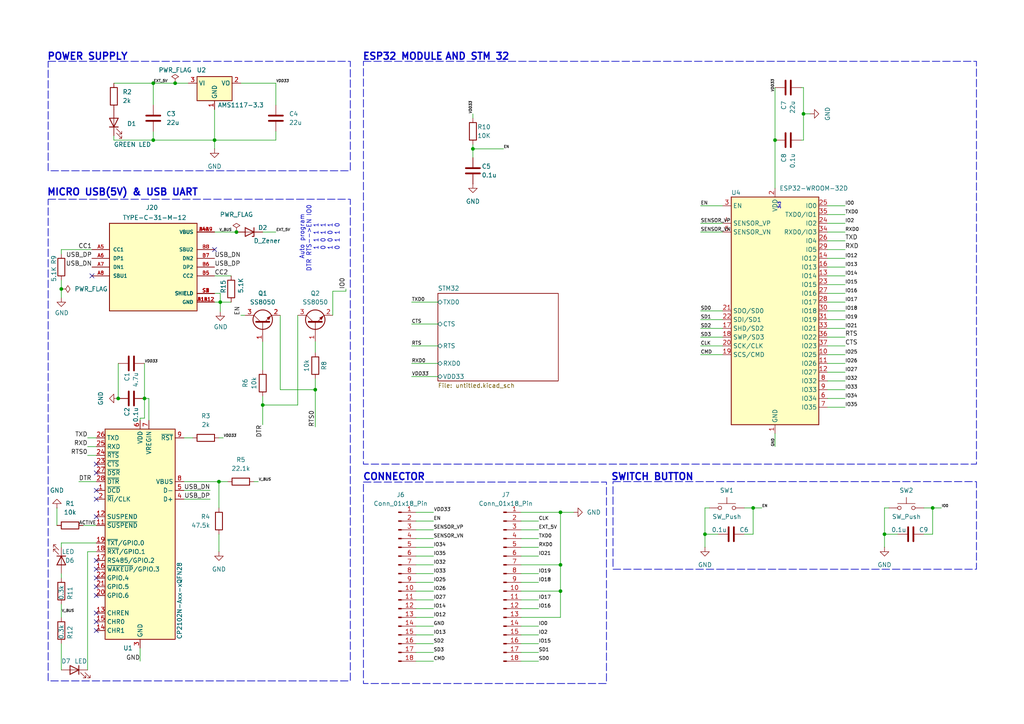
<source format=kicad_sch>
(kicad_sch
	(version 20250114)
	(generator "eeschema")
	(generator_version "9.0")
	(uuid "88b20362-4bc6-47a6-a0e3-d53b76e5c5a4")
	(paper "A4")
	(title_block
		(title "ESP32 SRA")
		(date "2025-07-25")
		(rev "1")
		(company "OMKAR NANAJKAR")
	)
	(lib_symbols
		(symbol "Connector:Conn_01x18_Pin"
			(pin_names
				(offset 1.016)
				(hide yes)
			)
			(exclude_from_sim no)
			(in_bom yes)
			(on_board yes)
			(property "Reference" "J"
				(at 0 22.86 0)
				(effects
					(font
						(size 1.27 1.27)
					)
				)
			)
			(property "Value" "Conn_01x18_Pin"
				(at 0 -25.4 0)
				(effects
					(font
						(size 1.27 1.27)
					)
				)
			)
			(property "Footprint" ""
				(at 0 0 0)
				(effects
					(font
						(size 1.27 1.27)
					)
					(hide yes)
				)
			)
			(property "Datasheet" "~"
				(at 0 0 0)
				(effects
					(font
						(size 1.27 1.27)
					)
					(hide yes)
				)
			)
			(property "Description" "Generic connector, single row, 01x18, script generated"
				(at 0 0 0)
				(effects
					(font
						(size 1.27 1.27)
					)
					(hide yes)
				)
			)
			(property "ki_locked" ""
				(at 0 0 0)
				(effects
					(font
						(size 1.27 1.27)
					)
				)
			)
			(property "ki_keywords" "connector"
				(at 0 0 0)
				(effects
					(font
						(size 1.27 1.27)
					)
					(hide yes)
				)
			)
			(property "ki_fp_filters" "Connector*:*_1x??_*"
				(at 0 0 0)
				(effects
					(font
						(size 1.27 1.27)
					)
					(hide yes)
				)
			)
			(symbol "Conn_01x18_Pin_1_1"
				(rectangle
					(start 0.8636 20.447)
					(end 0 20.193)
					(stroke
						(width 0.1524)
						(type default)
					)
					(fill
						(type outline)
					)
				)
				(rectangle
					(start 0.8636 17.907)
					(end 0 17.653)
					(stroke
						(width 0.1524)
						(type default)
					)
					(fill
						(type outline)
					)
				)
				(rectangle
					(start 0.8636 15.367)
					(end 0 15.113)
					(stroke
						(width 0.1524)
						(type default)
					)
					(fill
						(type outline)
					)
				)
				(rectangle
					(start 0.8636 12.827)
					(end 0 12.573)
					(stroke
						(width 0.1524)
						(type default)
					)
					(fill
						(type outline)
					)
				)
				(rectangle
					(start 0.8636 10.287)
					(end 0 10.033)
					(stroke
						(width 0.1524)
						(type default)
					)
					(fill
						(type outline)
					)
				)
				(rectangle
					(start 0.8636 7.747)
					(end 0 7.493)
					(stroke
						(width 0.1524)
						(type default)
					)
					(fill
						(type outline)
					)
				)
				(rectangle
					(start 0.8636 5.207)
					(end 0 4.953)
					(stroke
						(width 0.1524)
						(type default)
					)
					(fill
						(type outline)
					)
				)
				(rectangle
					(start 0.8636 2.667)
					(end 0 2.413)
					(stroke
						(width 0.1524)
						(type default)
					)
					(fill
						(type outline)
					)
				)
				(rectangle
					(start 0.8636 0.127)
					(end 0 -0.127)
					(stroke
						(width 0.1524)
						(type default)
					)
					(fill
						(type outline)
					)
				)
				(rectangle
					(start 0.8636 -2.413)
					(end 0 -2.667)
					(stroke
						(width 0.1524)
						(type default)
					)
					(fill
						(type outline)
					)
				)
				(rectangle
					(start 0.8636 -4.953)
					(end 0 -5.207)
					(stroke
						(width 0.1524)
						(type default)
					)
					(fill
						(type outline)
					)
				)
				(rectangle
					(start 0.8636 -7.493)
					(end 0 -7.747)
					(stroke
						(width 0.1524)
						(type default)
					)
					(fill
						(type outline)
					)
				)
				(rectangle
					(start 0.8636 -10.033)
					(end 0 -10.287)
					(stroke
						(width 0.1524)
						(type default)
					)
					(fill
						(type outline)
					)
				)
				(rectangle
					(start 0.8636 -12.573)
					(end 0 -12.827)
					(stroke
						(width 0.1524)
						(type default)
					)
					(fill
						(type outline)
					)
				)
				(rectangle
					(start 0.8636 -15.113)
					(end 0 -15.367)
					(stroke
						(width 0.1524)
						(type default)
					)
					(fill
						(type outline)
					)
				)
				(rectangle
					(start 0.8636 -17.653)
					(end 0 -17.907)
					(stroke
						(width 0.1524)
						(type default)
					)
					(fill
						(type outline)
					)
				)
				(rectangle
					(start 0.8636 -20.193)
					(end 0 -20.447)
					(stroke
						(width 0.1524)
						(type default)
					)
					(fill
						(type outline)
					)
				)
				(rectangle
					(start 0.8636 -22.733)
					(end 0 -22.987)
					(stroke
						(width 0.1524)
						(type default)
					)
					(fill
						(type outline)
					)
				)
				(polyline
					(pts
						(xy 1.27 20.32) (xy 0.8636 20.32)
					)
					(stroke
						(width 0.1524)
						(type default)
					)
					(fill
						(type none)
					)
				)
				(polyline
					(pts
						(xy 1.27 17.78) (xy 0.8636 17.78)
					)
					(stroke
						(width 0.1524)
						(type default)
					)
					(fill
						(type none)
					)
				)
				(polyline
					(pts
						(xy 1.27 15.24) (xy 0.8636 15.24)
					)
					(stroke
						(width 0.1524)
						(type default)
					)
					(fill
						(type none)
					)
				)
				(polyline
					(pts
						(xy 1.27 12.7) (xy 0.8636 12.7)
					)
					(stroke
						(width 0.1524)
						(type default)
					)
					(fill
						(type none)
					)
				)
				(polyline
					(pts
						(xy 1.27 10.16) (xy 0.8636 10.16)
					)
					(stroke
						(width 0.1524)
						(type default)
					)
					(fill
						(type none)
					)
				)
				(polyline
					(pts
						(xy 1.27 7.62) (xy 0.8636 7.62)
					)
					(stroke
						(width 0.1524)
						(type default)
					)
					(fill
						(type none)
					)
				)
				(polyline
					(pts
						(xy 1.27 5.08) (xy 0.8636 5.08)
					)
					(stroke
						(width 0.1524)
						(type default)
					)
					(fill
						(type none)
					)
				)
				(polyline
					(pts
						(xy 1.27 2.54) (xy 0.8636 2.54)
					)
					(stroke
						(width 0.1524)
						(type default)
					)
					(fill
						(type none)
					)
				)
				(polyline
					(pts
						(xy 1.27 0) (xy 0.8636 0)
					)
					(stroke
						(width 0.1524)
						(type default)
					)
					(fill
						(type none)
					)
				)
				(polyline
					(pts
						(xy 1.27 -2.54) (xy 0.8636 -2.54)
					)
					(stroke
						(width 0.1524)
						(type default)
					)
					(fill
						(type none)
					)
				)
				(polyline
					(pts
						(xy 1.27 -5.08) (xy 0.8636 -5.08)
					)
					(stroke
						(width 0.1524)
						(type default)
					)
					(fill
						(type none)
					)
				)
				(polyline
					(pts
						(xy 1.27 -7.62) (xy 0.8636 -7.62)
					)
					(stroke
						(width 0.1524)
						(type default)
					)
					(fill
						(type none)
					)
				)
				(polyline
					(pts
						(xy 1.27 -10.16) (xy 0.8636 -10.16)
					)
					(stroke
						(width 0.1524)
						(type default)
					)
					(fill
						(type none)
					)
				)
				(polyline
					(pts
						(xy 1.27 -12.7) (xy 0.8636 -12.7)
					)
					(stroke
						(width 0.1524)
						(type default)
					)
					(fill
						(type none)
					)
				)
				(polyline
					(pts
						(xy 1.27 -15.24) (xy 0.8636 -15.24)
					)
					(stroke
						(width 0.1524)
						(type default)
					)
					(fill
						(type none)
					)
				)
				(polyline
					(pts
						(xy 1.27 -17.78) (xy 0.8636 -17.78)
					)
					(stroke
						(width 0.1524)
						(type default)
					)
					(fill
						(type none)
					)
				)
				(polyline
					(pts
						(xy 1.27 -20.32) (xy 0.8636 -20.32)
					)
					(stroke
						(width 0.1524)
						(type default)
					)
					(fill
						(type none)
					)
				)
				(polyline
					(pts
						(xy 1.27 -22.86) (xy 0.8636 -22.86)
					)
					(stroke
						(width 0.1524)
						(type default)
					)
					(fill
						(type none)
					)
				)
				(pin passive line
					(at 5.08 20.32 180)
					(length 3.81)
					(name "Pin_1"
						(effects
							(font
								(size 1.27 1.27)
							)
						)
					)
					(number "1"
						(effects
							(font
								(size 1.27 1.27)
							)
						)
					)
				)
				(pin passive line
					(at 5.08 17.78 180)
					(length 3.81)
					(name "Pin_2"
						(effects
							(font
								(size 1.27 1.27)
							)
						)
					)
					(number "2"
						(effects
							(font
								(size 1.27 1.27)
							)
						)
					)
				)
				(pin passive line
					(at 5.08 15.24 180)
					(length 3.81)
					(name "Pin_3"
						(effects
							(font
								(size 1.27 1.27)
							)
						)
					)
					(number "3"
						(effects
							(font
								(size 1.27 1.27)
							)
						)
					)
				)
				(pin passive line
					(at 5.08 12.7 180)
					(length 3.81)
					(name "Pin_4"
						(effects
							(font
								(size 1.27 1.27)
							)
						)
					)
					(number "4"
						(effects
							(font
								(size 1.27 1.27)
							)
						)
					)
				)
				(pin passive line
					(at 5.08 10.16 180)
					(length 3.81)
					(name "Pin_5"
						(effects
							(font
								(size 1.27 1.27)
							)
						)
					)
					(number "5"
						(effects
							(font
								(size 1.27 1.27)
							)
						)
					)
				)
				(pin passive line
					(at 5.08 7.62 180)
					(length 3.81)
					(name "Pin_6"
						(effects
							(font
								(size 1.27 1.27)
							)
						)
					)
					(number "6"
						(effects
							(font
								(size 1.27 1.27)
							)
						)
					)
				)
				(pin passive line
					(at 5.08 5.08 180)
					(length 3.81)
					(name "Pin_7"
						(effects
							(font
								(size 1.27 1.27)
							)
						)
					)
					(number "7"
						(effects
							(font
								(size 1.27 1.27)
							)
						)
					)
				)
				(pin passive line
					(at 5.08 2.54 180)
					(length 3.81)
					(name "Pin_8"
						(effects
							(font
								(size 1.27 1.27)
							)
						)
					)
					(number "8"
						(effects
							(font
								(size 1.27 1.27)
							)
						)
					)
				)
				(pin passive line
					(at 5.08 0 180)
					(length 3.81)
					(name "Pin_9"
						(effects
							(font
								(size 1.27 1.27)
							)
						)
					)
					(number "9"
						(effects
							(font
								(size 1.27 1.27)
							)
						)
					)
				)
				(pin passive line
					(at 5.08 -2.54 180)
					(length 3.81)
					(name "Pin_10"
						(effects
							(font
								(size 1.27 1.27)
							)
						)
					)
					(number "10"
						(effects
							(font
								(size 1.27 1.27)
							)
						)
					)
				)
				(pin passive line
					(at 5.08 -5.08 180)
					(length 3.81)
					(name "Pin_11"
						(effects
							(font
								(size 1.27 1.27)
							)
						)
					)
					(number "11"
						(effects
							(font
								(size 1.27 1.27)
							)
						)
					)
				)
				(pin passive line
					(at 5.08 -7.62 180)
					(length 3.81)
					(name "Pin_12"
						(effects
							(font
								(size 1.27 1.27)
							)
						)
					)
					(number "12"
						(effects
							(font
								(size 1.27 1.27)
							)
						)
					)
				)
				(pin passive line
					(at 5.08 -10.16 180)
					(length 3.81)
					(name "Pin_13"
						(effects
							(font
								(size 1.27 1.27)
							)
						)
					)
					(number "13"
						(effects
							(font
								(size 1.27 1.27)
							)
						)
					)
				)
				(pin passive line
					(at 5.08 -12.7 180)
					(length 3.81)
					(name "Pin_14"
						(effects
							(font
								(size 1.27 1.27)
							)
						)
					)
					(number "14"
						(effects
							(font
								(size 1.27 1.27)
							)
						)
					)
				)
				(pin passive line
					(at 5.08 -15.24 180)
					(length 3.81)
					(name "Pin_15"
						(effects
							(font
								(size 1.27 1.27)
							)
						)
					)
					(number "15"
						(effects
							(font
								(size 1.27 1.27)
							)
						)
					)
				)
				(pin passive line
					(at 5.08 -17.78 180)
					(length 3.81)
					(name "Pin_16"
						(effects
							(font
								(size 1.27 1.27)
							)
						)
					)
					(number "16"
						(effects
							(font
								(size 1.27 1.27)
							)
						)
					)
				)
				(pin passive line
					(at 5.08 -20.32 180)
					(length 3.81)
					(name "Pin_17"
						(effects
							(font
								(size 1.27 1.27)
							)
						)
					)
					(number "17"
						(effects
							(font
								(size 1.27 1.27)
							)
						)
					)
				)
				(pin passive line
					(at 5.08 -22.86 180)
					(length 3.81)
					(name "Pin_18"
						(effects
							(font
								(size 1.27 1.27)
							)
						)
					)
					(number "18"
						(effects
							(font
								(size 1.27 1.27)
							)
						)
					)
				)
			)
			(embedded_fonts no)
		)
		(symbol "Device:C"
			(pin_numbers
				(hide yes)
			)
			(pin_names
				(offset 0.254)
			)
			(exclude_from_sim no)
			(in_bom yes)
			(on_board yes)
			(property "Reference" "C"
				(at 0.635 2.54 0)
				(effects
					(font
						(size 1.27 1.27)
					)
					(justify left)
				)
			)
			(property "Value" "C"
				(at 0.635 -2.54 0)
				(effects
					(font
						(size 1.27 1.27)
					)
					(justify left)
				)
			)
			(property "Footprint" ""
				(at 0.9652 -3.81 0)
				(effects
					(font
						(size 1.27 1.27)
					)
					(hide yes)
				)
			)
			(property "Datasheet" "~"
				(at 0 0 0)
				(effects
					(font
						(size 1.27 1.27)
					)
					(hide yes)
				)
			)
			(property "Description" "Unpolarized capacitor"
				(at 0 0 0)
				(effects
					(font
						(size 1.27 1.27)
					)
					(hide yes)
				)
			)
			(property "ki_keywords" "cap capacitor"
				(at 0 0 0)
				(effects
					(font
						(size 1.27 1.27)
					)
					(hide yes)
				)
			)
			(property "ki_fp_filters" "C_*"
				(at 0 0 0)
				(effects
					(font
						(size 1.27 1.27)
					)
					(hide yes)
				)
			)
			(symbol "C_0_1"
				(polyline
					(pts
						(xy -2.032 0.762) (xy 2.032 0.762)
					)
					(stroke
						(width 0.508)
						(type default)
					)
					(fill
						(type none)
					)
				)
				(polyline
					(pts
						(xy -2.032 -0.762) (xy 2.032 -0.762)
					)
					(stroke
						(width 0.508)
						(type default)
					)
					(fill
						(type none)
					)
				)
			)
			(symbol "C_1_1"
				(pin passive line
					(at 0 3.81 270)
					(length 2.794)
					(name "~"
						(effects
							(font
								(size 1.27 1.27)
							)
						)
					)
					(number "1"
						(effects
							(font
								(size 1.27 1.27)
							)
						)
					)
				)
				(pin passive line
					(at 0 -3.81 90)
					(length 2.794)
					(name "~"
						(effects
							(font
								(size 1.27 1.27)
							)
						)
					)
					(number "2"
						(effects
							(font
								(size 1.27 1.27)
							)
						)
					)
				)
			)
			(embedded_fonts no)
		)
		(symbol "Device:D_Zener"
			(pin_numbers
				(hide yes)
			)
			(pin_names
				(offset 1.016)
				(hide yes)
			)
			(exclude_from_sim no)
			(in_bom yes)
			(on_board yes)
			(property "Reference" "D"
				(at 0 2.54 0)
				(effects
					(font
						(size 1.27 1.27)
					)
				)
			)
			(property "Value" "D_Zener"
				(at 0 -2.54 0)
				(effects
					(font
						(size 1.27 1.27)
					)
				)
			)
			(property "Footprint" ""
				(at 0 0 0)
				(effects
					(font
						(size 1.27 1.27)
					)
					(hide yes)
				)
			)
			(property "Datasheet" "~"
				(at 0 0 0)
				(effects
					(font
						(size 1.27 1.27)
					)
					(hide yes)
				)
			)
			(property "Description" "Zener diode"
				(at 0 0 0)
				(effects
					(font
						(size 1.27 1.27)
					)
					(hide yes)
				)
			)
			(property "ki_keywords" "diode"
				(at 0 0 0)
				(effects
					(font
						(size 1.27 1.27)
					)
					(hide yes)
				)
			)
			(property "ki_fp_filters" "TO-???* *_Diode_* *SingleDiode* D_*"
				(at 0 0 0)
				(effects
					(font
						(size 1.27 1.27)
					)
					(hide yes)
				)
			)
			(symbol "D_Zener_0_1"
				(polyline
					(pts
						(xy -1.27 -1.27) (xy -1.27 1.27) (xy -0.762 1.27)
					)
					(stroke
						(width 0.254)
						(type default)
					)
					(fill
						(type none)
					)
				)
				(polyline
					(pts
						(xy 1.27 0) (xy -1.27 0)
					)
					(stroke
						(width 0)
						(type default)
					)
					(fill
						(type none)
					)
				)
				(polyline
					(pts
						(xy 1.27 -1.27) (xy 1.27 1.27) (xy -1.27 0) (xy 1.27 -1.27)
					)
					(stroke
						(width 0.254)
						(type default)
					)
					(fill
						(type none)
					)
				)
			)
			(symbol "D_Zener_1_1"
				(pin passive line
					(at -3.81 0 0)
					(length 2.54)
					(name "K"
						(effects
							(font
								(size 1.27 1.27)
							)
						)
					)
					(number "1"
						(effects
							(font
								(size 1.27 1.27)
							)
						)
					)
				)
				(pin passive line
					(at 3.81 0 180)
					(length 2.54)
					(name "A"
						(effects
							(font
								(size 1.27 1.27)
							)
						)
					)
					(number "2"
						(effects
							(font
								(size 1.27 1.27)
							)
						)
					)
				)
			)
			(embedded_fonts no)
		)
		(symbol "Device:LED"
			(pin_numbers
				(hide yes)
			)
			(pin_names
				(offset 1.016)
				(hide yes)
			)
			(exclude_from_sim no)
			(in_bom yes)
			(on_board yes)
			(property "Reference" "D"
				(at 0 2.54 0)
				(effects
					(font
						(size 1.27 1.27)
					)
				)
			)
			(property "Value" "LED"
				(at 0 -2.54 0)
				(effects
					(font
						(size 1.27 1.27)
					)
				)
			)
			(property "Footprint" ""
				(at 0 0 0)
				(effects
					(font
						(size 1.27 1.27)
					)
					(hide yes)
				)
			)
			(property "Datasheet" "~"
				(at 0 0 0)
				(effects
					(font
						(size 1.27 1.27)
					)
					(hide yes)
				)
			)
			(property "Description" "Light emitting diode"
				(at 0 0 0)
				(effects
					(font
						(size 1.27 1.27)
					)
					(hide yes)
				)
			)
			(property "Sim.Pins" "1=K 2=A"
				(at 0 0 0)
				(effects
					(font
						(size 1.27 1.27)
					)
					(hide yes)
				)
			)
			(property "ki_keywords" "LED diode"
				(at 0 0 0)
				(effects
					(font
						(size 1.27 1.27)
					)
					(hide yes)
				)
			)
			(property "ki_fp_filters" "LED* LED_SMD:* LED_THT:*"
				(at 0 0 0)
				(effects
					(font
						(size 1.27 1.27)
					)
					(hide yes)
				)
			)
			(symbol "LED_0_1"
				(polyline
					(pts
						(xy -3.048 -0.762) (xy -4.572 -2.286) (xy -3.81 -2.286) (xy -4.572 -2.286) (xy -4.572 -1.524)
					)
					(stroke
						(width 0)
						(type default)
					)
					(fill
						(type none)
					)
				)
				(polyline
					(pts
						(xy -1.778 -0.762) (xy -3.302 -2.286) (xy -2.54 -2.286) (xy -3.302 -2.286) (xy -3.302 -1.524)
					)
					(stroke
						(width 0)
						(type default)
					)
					(fill
						(type none)
					)
				)
				(polyline
					(pts
						(xy -1.27 0) (xy 1.27 0)
					)
					(stroke
						(width 0)
						(type default)
					)
					(fill
						(type none)
					)
				)
				(polyline
					(pts
						(xy -1.27 -1.27) (xy -1.27 1.27)
					)
					(stroke
						(width 0.254)
						(type default)
					)
					(fill
						(type none)
					)
				)
				(polyline
					(pts
						(xy 1.27 -1.27) (xy 1.27 1.27) (xy -1.27 0) (xy 1.27 -1.27)
					)
					(stroke
						(width 0.254)
						(type default)
					)
					(fill
						(type none)
					)
				)
			)
			(symbol "LED_1_1"
				(pin passive line
					(at -3.81 0 0)
					(length 2.54)
					(name "K"
						(effects
							(font
								(size 1.27 1.27)
							)
						)
					)
					(number "1"
						(effects
							(font
								(size 1.27 1.27)
							)
						)
					)
				)
				(pin passive line
					(at 3.81 0 180)
					(length 2.54)
					(name "A"
						(effects
							(font
								(size 1.27 1.27)
							)
						)
					)
					(number "2"
						(effects
							(font
								(size 1.27 1.27)
							)
						)
					)
				)
			)
			(embedded_fonts no)
		)
		(symbol "Device:R"
			(pin_numbers
				(hide yes)
			)
			(pin_names
				(offset 0)
			)
			(exclude_from_sim no)
			(in_bom yes)
			(on_board yes)
			(property "Reference" "R"
				(at 2.032 0 90)
				(effects
					(font
						(size 1.27 1.27)
					)
				)
			)
			(property "Value" "R"
				(at 0 0 90)
				(effects
					(font
						(size 1.27 1.27)
					)
				)
			)
			(property "Footprint" ""
				(at -1.778 0 90)
				(effects
					(font
						(size 1.27 1.27)
					)
					(hide yes)
				)
			)
			(property "Datasheet" "~"
				(at 0 0 0)
				(effects
					(font
						(size 1.27 1.27)
					)
					(hide yes)
				)
			)
			(property "Description" "Resistor"
				(at 0 0 0)
				(effects
					(font
						(size 1.27 1.27)
					)
					(hide yes)
				)
			)
			(property "ki_keywords" "R res resistor"
				(at 0 0 0)
				(effects
					(font
						(size 1.27 1.27)
					)
					(hide yes)
				)
			)
			(property "ki_fp_filters" "R_*"
				(at 0 0 0)
				(effects
					(font
						(size 1.27 1.27)
					)
					(hide yes)
				)
			)
			(symbol "R_0_1"
				(rectangle
					(start -1.016 -2.54)
					(end 1.016 2.54)
					(stroke
						(width 0.254)
						(type default)
					)
					(fill
						(type none)
					)
				)
			)
			(symbol "R_1_1"
				(pin passive line
					(at 0 3.81 270)
					(length 1.27)
					(name "~"
						(effects
							(font
								(size 1.27 1.27)
							)
						)
					)
					(number "1"
						(effects
							(font
								(size 1.27 1.27)
							)
						)
					)
				)
				(pin passive line
					(at 0 -3.81 90)
					(length 1.27)
					(name "~"
						(effects
							(font
								(size 1.27 1.27)
							)
						)
					)
					(number "2"
						(effects
							(font
								(size 1.27 1.27)
							)
						)
					)
				)
			)
			(embedded_fonts no)
		)
		(symbol "ESP32-S2-rescue:GND-power"
			(power)
			(pin_names
				(offset 0)
			)
			(exclude_from_sim no)
			(in_bom yes)
			(on_board yes)
			(property "Reference" "#PWR"
				(at 0 -6.35 0)
				(effects
					(font
						(size 1.27 1.27)
					)
					(hide yes)
				)
			)
			(property "Value" "GND-power"
				(at 0 -3.81 0)
				(effects
					(font
						(size 1.27 1.27)
					)
				)
			)
			(property "Footprint" ""
				(at 0 0 0)
				(effects
					(font
						(size 1.27 1.27)
					)
					(hide yes)
				)
			)
			(property "Datasheet" ""
				(at 0 0 0)
				(effects
					(font
						(size 1.27 1.27)
					)
					(hide yes)
				)
			)
			(property "Description" ""
				(at 0 0 0)
				(effects
					(font
						(size 1.27 1.27)
					)
					(hide yes)
				)
			)
			(symbol "GND-power_0_1"
				(polyline
					(pts
						(xy 0 0) (xy 0 -1.27) (xy 1.27 -1.27) (xy 0 -2.54) (xy -1.27 -1.27) (xy 0 -1.27)
					)
					(stroke
						(width 0)
						(type solid)
					)
					(fill
						(type none)
					)
				)
			)
			(symbol "GND-power_1_1"
				(pin power_in line
					(at 0 0 270)
					(length 0)
					(hide yes)
					(name "GND"
						(effects
							(font
								(size 1.27 1.27)
							)
						)
					)
					(number "1"
						(effects
							(font
								(size 1.27 1.27)
							)
						)
					)
				)
			)
			(embedded_fonts no)
		)
		(symbol "ESP32-S2-rescue:R-Device"
			(pin_numbers
				(hide yes)
			)
			(pin_names
				(offset 0)
			)
			(exclude_from_sim no)
			(in_bom yes)
			(on_board yes)
			(property "Reference" "R"
				(at 2.032 0 90)
				(effects
					(font
						(size 1.27 1.27)
					)
				)
			)
			(property "Value" "R-Device"
				(at 0 0 90)
				(effects
					(font
						(size 1.27 1.27)
					)
				)
			)
			(property "Footprint" ""
				(at -1.778 0 90)
				(effects
					(font
						(size 1.27 1.27)
					)
					(hide yes)
				)
			)
			(property "Datasheet" ""
				(at 0 0 0)
				(effects
					(font
						(size 1.27 1.27)
					)
					(hide yes)
				)
			)
			(property "Description" ""
				(at 0 0 0)
				(effects
					(font
						(size 1.27 1.27)
					)
					(hide yes)
				)
			)
			(property "ki_fp_filters" "R_*"
				(at 0 0 0)
				(effects
					(font
						(size 1.27 1.27)
					)
					(hide yes)
				)
			)
			(symbol "R-Device_0_1"
				(rectangle
					(start -1.016 -2.54)
					(end 1.016 2.54)
					(stroke
						(width 0.254)
						(type solid)
					)
					(fill
						(type none)
					)
				)
			)
			(symbol "R-Device_1_1"
				(pin passive line
					(at 0 3.81 270)
					(length 1.27)
					(name "~"
						(effects
							(font
								(size 1.27 1.27)
							)
						)
					)
					(number "1"
						(effects
							(font
								(size 1.27 1.27)
							)
						)
					)
				)
				(pin passive line
					(at 0 -3.81 90)
					(length 1.27)
					(name "~"
						(effects
							(font
								(size 1.27 1.27)
							)
						)
					)
					(number "2"
						(effects
							(font
								(size 1.27 1.27)
							)
						)
					)
				)
			)
			(embedded_fonts no)
		)
		(symbol "ESP32-S2-rescue:TYPE-C-31-M-12-TYPE-C-31-M-12"
			(pin_names
				(offset 1.016)
			)
			(exclude_from_sim no)
			(in_bom yes)
			(on_board yes)
			(property "Reference" "J"
				(at -12.7 13.462 0)
				(effects
					(font
						(size 1.27 1.27)
					)
					(justify left bottom)
				)
			)
			(property "Value" "TYPE-C-31-M-12-TYPE-C-31-M-12"
				(at -12.7 -13.462 0)
				(effects
					(font
						(size 1.27 1.27)
					)
					(justify left bottom)
				)
			)
			(property "Footprint" "HRO_TYPE-C-31-M-12"
				(at 0 0 0)
				(effects
					(font
						(size 1.27 1.27)
					)
					(justify left bottom)
					(hide yes)
				)
			)
			(property "Datasheet" ""
				(at 0 0 0)
				(effects
					(font
						(size 1.27 1.27)
					)
					(justify left bottom)
					(hide yes)
				)
			)
			(property "Description" "3.31mm"
				(at 0 0 0)
				(effects
					(font
						(size 1.27 1.27)
					)
					(justify left bottom)
					(hide yes)
				)
			)
			(property "PARTREV" "A"
				(at 0 0 0)
				(effects
					(font
						(size 1.27 1.27)
					)
					(justify left bottom)
					(hide yes)
				)
			)
			(property "MANUFACTURER" "HRO Electronics"
				(at 0 0 0)
				(effects
					(font
						(size 1.27 1.27)
					)
					(justify left bottom)
					(hide yes)
				)
			)
			(property "STANDARD" "Manufacturer Recommendations"
				(at 0 0 0)
				(effects
					(font
						(size 1.27 1.27)
					)
					(justify left bottom)
					(hide yes)
				)
			)
			(property "ki_locked" ""
				(at 0 0 0)
				(effects
					(font
						(size 1.27 1.27)
					)
				)
			)
			(symbol "TYPE-C-31-M-12-TYPE-C-31-M-12_0_0"
				(rectangle
					(start -12.7 -12.7)
					(end 12.7 12.7)
					(stroke
						(width 0.254)
						(type solid)
					)
					(fill
						(type background)
					)
				)
				(pin bidirectional line
					(at -17.78 5.08 0)
					(length 5.08)
					(name "CC1"
						(effects
							(font
								(size 1.016 1.016)
							)
						)
					)
					(number "A5"
						(effects
							(font
								(size 1.016 1.016)
							)
						)
					)
				)
				(pin bidirectional line
					(at -17.78 2.54 0)
					(length 5.08)
					(name "DP1"
						(effects
							(font
								(size 1.016 1.016)
							)
						)
					)
					(number "A6"
						(effects
							(font
								(size 1.016 1.016)
							)
						)
					)
				)
				(pin bidirectional line
					(at -17.78 0 0)
					(length 5.08)
					(name "DN1"
						(effects
							(font
								(size 1.016 1.016)
							)
						)
					)
					(number "A7"
						(effects
							(font
								(size 1.016 1.016)
							)
						)
					)
				)
				(pin bidirectional line
					(at -17.78 -2.54 0)
					(length 5.08)
					(name "SBU1"
						(effects
							(font
								(size 1.016 1.016)
							)
						)
					)
					(number "A8"
						(effects
							(font
								(size 1.016 1.016)
							)
						)
					)
				)
				(pin power_in line
					(at 17.78 10.16 180)
					(length 5.08)
					(name "VBUS"
						(effects
							(font
								(size 1.016 1.016)
							)
						)
					)
					(number "A4B9"
						(effects
							(font
								(size 1.016 1.016)
							)
						)
					)
				)
				(pin power_in line
					(at 17.78 10.16 180)
					(length 5.08)
					(name "VBUS"
						(effects
							(font
								(size 1.016 1.016)
							)
						)
					)
					(number "B4A9"
						(effects
							(font
								(size 1.016 1.016)
							)
						)
					)
				)
				(pin bidirectional line
					(at 17.78 5.08 180)
					(length 5.08)
					(name "SBU2"
						(effects
							(font
								(size 1.016 1.016)
							)
						)
					)
					(number "B8"
						(effects
							(font
								(size 1.016 1.016)
							)
						)
					)
				)
				(pin bidirectional line
					(at 17.78 2.54 180)
					(length 5.08)
					(name "DN2"
						(effects
							(font
								(size 1.016 1.016)
							)
						)
					)
					(number "B7"
						(effects
							(font
								(size 1.016 1.016)
							)
						)
					)
				)
				(pin bidirectional line
					(at 17.78 0 180)
					(length 5.08)
					(name "DP2"
						(effects
							(font
								(size 1.016 1.016)
							)
						)
					)
					(number "B6"
						(effects
							(font
								(size 1.016 1.016)
							)
						)
					)
				)
				(pin bidirectional line
					(at 17.78 -2.54 180)
					(length 5.08)
					(name "CC2"
						(effects
							(font
								(size 1.016 1.016)
							)
						)
					)
					(number "B5"
						(effects
							(font
								(size 1.016 1.016)
							)
						)
					)
				)
				(pin passive line
					(at 17.78 -7.62 180)
					(length 5.08)
					(name "SHIELD"
						(effects
							(font
								(size 1.016 1.016)
							)
						)
					)
					(number "S1"
						(effects
							(font
								(size 1.016 1.016)
							)
						)
					)
				)
				(pin passive line
					(at 17.78 -7.62 180)
					(length 5.08)
					(name "SHIELD"
						(effects
							(font
								(size 1.016 1.016)
							)
						)
					)
					(number "S2"
						(effects
							(font
								(size 1.016 1.016)
							)
						)
					)
				)
				(pin passive line
					(at 17.78 -7.62 180)
					(length 5.08)
					(name "SHIELD"
						(effects
							(font
								(size 1.016 1.016)
							)
						)
					)
					(number "S3"
						(effects
							(font
								(size 1.016 1.016)
							)
						)
					)
				)
				(pin passive line
					(at 17.78 -7.62 180)
					(length 5.08)
					(name "SHIELD"
						(effects
							(font
								(size 1.016 1.016)
							)
						)
					)
					(number "S4"
						(effects
							(font
								(size 1.016 1.016)
							)
						)
					)
				)
				(pin power_in line
					(at 17.78 -10.16 180)
					(length 5.08)
					(name "GND"
						(effects
							(font
								(size 1.016 1.016)
							)
						)
					)
					(number "A1B12"
						(effects
							(font
								(size 1.016 1.016)
							)
						)
					)
				)
				(pin power_in line
					(at 17.78 -10.16 180)
					(length 5.08)
					(name "GND"
						(effects
							(font
								(size 1.016 1.016)
							)
						)
					)
					(number "B1A12"
						(effects
							(font
								(size 1.016 1.016)
							)
						)
					)
				)
			)
			(embedded_fonts no)
		)
		(symbol "Interface_USB:CP2102N-Axx-xQFN28"
			(exclude_from_sim no)
			(in_bom yes)
			(on_board yes)
			(property "Reference" "U"
				(at -8.89 31.75 0)
				(effects
					(font
						(size 1.27 1.27)
					)
				)
			)
			(property "Value" "CP2102N-Axx-xQFN28"
				(at 12.7 31.75 0)
				(effects
					(font
						(size 1.27 1.27)
					)
				)
			)
			(property "Footprint" "Package_DFN_QFN:QFN-28-1EP_5x5mm_P0.5mm_EP3.35x3.35mm"
				(at 33.02 -31.75 0)
				(effects
					(font
						(size 1.27 1.27)
					)
					(hide yes)
				)
			)
			(property "Datasheet" "https://www.silabs.com/documents/public/data-sheets/cp2102n-datasheet.pdf"
				(at 1.27 -19.05 0)
				(effects
					(font
						(size 1.27 1.27)
					)
					(hide yes)
				)
			)
			(property "Description" "USB to UART master bridge, QFN-28"
				(at 0 0 0)
				(effects
					(font
						(size 1.27 1.27)
					)
					(hide yes)
				)
			)
			(property "ki_keywords" "USB UART bridge"
				(at 0 0 0)
				(effects
					(font
						(size 1.27 1.27)
					)
					(hide yes)
				)
			)
			(property "ki_fp_filters" "QFN*1EP*5x5mm*P0.5mm*"
				(at 0 0 0)
				(effects
					(font
						(size 1.27 1.27)
					)
					(hide yes)
				)
			)
			(symbol "CP2102N-Axx-xQFN28_0_1"
				(rectangle
					(start -10.16 30.48)
					(end 10.16 -30.48)
					(stroke
						(width 0.254)
						(type default)
					)
					(fill
						(type background)
					)
				)
			)
			(symbol "CP2102N-Axx-xQFN28_1_1"
				(pin input line
					(at -12.7 27.94 0)
					(length 2.54)
					(name "~{RST}"
						(effects
							(font
								(size 1.27 1.27)
							)
						)
					)
					(number "9"
						(effects
							(font
								(size 1.27 1.27)
							)
						)
					)
				)
				(pin input line
					(at -12.7 15.24 0)
					(length 2.54)
					(name "VBUS"
						(effects
							(font
								(size 1.27 1.27)
							)
						)
					)
					(number "8"
						(effects
							(font
								(size 1.27 1.27)
							)
						)
					)
				)
				(pin bidirectional line
					(at -12.7 12.7 0)
					(length 2.54)
					(name "D-"
						(effects
							(font
								(size 1.27 1.27)
							)
						)
					)
					(number "5"
						(effects
							(font
								(size 1.27 1.27)
							)
						)
					)
				)
				(pin bidirectional line
					(at -12.7 10.16 0)
					(length 2.54)
					(name "D+"
						(effects
							(font
								(size 1.27 1.27)
							)
						)
					)
					(number "4"
						(effects
							(font
								(size 1.27 1.27)
							)
						)
					)
				)
				(pin no_connect line
					(at -10.16 -27.94 0)
					(length 2.54)
					(hide yes)
					(name "NC"
						(effects
							(font
								(size 1.27 1.27)
							)
						)
					)
					(number "10"
						(effects
							(font
								(size 1.27 1.27)
							)
						)
					)
				)
				(pin power_in line
					(at -2.54 33.02 270)
					(length 2.54)
					(name "VREGIN"
						(effects
							(font
								(size 1.27 1.27)
							)
						)
					)
					(number "7"
						(effects
							(font
								(size 1.27 1.27)
							)
						)
					)
				)
				(pin power_in line
					(at 0 33.02 270)
					(length 2.54)
					(name "VDD"
						(effects
							(font
								(size 1.27 1.27)
							)
						)
					)
					(number "6"
						(effects
							(font
								(size 1.27 1.27)
							)
						)
					)
				)
				(pin passive line
					(at 0 -33.02 90)
					(length 2.54)
					(hide yes)
					(name "GND"
						(effects
							(font
								(size 1.27 1.27)
							)
						)
					)
					(number "29"
						(effects
							(font
								(size 1.27 1.27)
							)
						)
					)
				)
				(pin power_in line
					(at 0 -33.02 90)
					(length 2.54)
					(name "GND"
						(effects
							(font
								(size 1.27 1.27)
							)
						)
					)
					(number "3"
						(effects
							(font
								(size 1.27 1.27)
							)
						)
					)
				)
				(pin output line
					(at 12.7 27.94 180)
					(length 2.54)
					(name "TXD"
						(effects
							(font
								(size 1.27 1.27)
							)
						)
					)
					(number "26"
						(effects
							(font
								(size 1.27 1.27)
							)
						)
					)
				)
				(pin input line
					(at 12.7 25.4 180)
					(length 2.54)
					(name "RXD"
						(effects
							(font
								(size 1.27 1.27)
							)
						)
					)
					(number "25"
						(effects
							(font
								(size 1.27 1.27)
							)
						)
					)
				)
				(pin output line
					(at 12.7 22.86 180)
					(length 2.54)
					(name "~{RTS}"
						(effects
							(font
								(size 1.27 1.27)
							)
						)
					)
					(number "24"
						(effects
							(font
								(size 1.27 1.27)
							)
						)
					)
				)
				(pin input line
					(at 12.7 20.32 180)
					(length 2.54)
					(name "~{CTS}"
						(effects
							(font
								(size 1.27 1.27)
							)
						)
					)
					(number "23"
						(effects
							(font
								(size 1.27 1.27)
							)
						)
					)
				)
				(pin input line
					(at 12.7 17.78 180)
					(length 2.54)
					(name "~{DSR}"
						(effects
							(font
								(size 1.27 1.27)
							)
						)
					)
					(number "27"
						(effects
							(font
								(size 1.27 1.27)
							)
						)
					)
				)
				(pin output line
					(at 12.7 15.24 180)
					(length 2.54)
					(name "~{DTR}"
						(effects
							(font
								(size 1.27 1.27)
							)
						)
					)
					(number "28"
						(effects
							(font
								(size 1.27 1.27)
							)
						)
					)
				)
				(pin input line
					(at 12.7 12.7 180)
					(length 2.54)
					(name "~{DCD}"
						(effects
							(font
								(size 1.27 1.27)
							)
						)
					)
					(number "1"
						(effects
							(font
								(size 1.27 1.27)
							)
						)
					)
				)
				(pin bidirectional line
					(at 12.7 10.16 180)
					(length 2.54)
					(name "~{RI}/CLK"
						(effects
							(font
								(size 1.27 1.27)
							)
						)
					)
					(number "2"
						(effects
							(font
								(size 1.27 1.27)
							)
						)
					)
				)
				(pin output line
					(at 12.7 5.08 180)
					(length 2.54)
					(name "SUSPEND"
						(effects
							(font
								(size 1.27 1.27)
							)
						)
					)
					(number "12"
						(effects
							(font
								(size 1.27 1.27)
							)
						)
					)
				)
				(pin output line
					(at 12.7 2.54 180)
					(length 2.54)
					(name "~{SUSPEND}"
						(effects
							(font
								(size 1.27 1.27)
							)
						)
					)
					(number "11"
						(effects
							(font
								(size 1.27 1.27)
							)
						)
					)
				)
				(pin bidirectional line
					(at 12.7 -2.54 180)
					(length 2.54)
					(name "~{TXT}/GPIO.0"
						(effects
							(font
								(size 1.27 1.27)
							)
						)
					)
					(number "19"
						(effects
							(font
								(size 1.27 1.27)
							)
						)
					)
				)
				(pin bidirectional line
					(at 12.7 -5.08 180)
					(length 2.54)
					(name "~{RXT}/GPIO.1"
						(effects
							(font
								(size 1.27 1.27)
							)
						)
					)
					(number "18"
						(effects
							(font
								(size 1.27 1.27)
							)
						)
					)
				)
				(pin bidirectional line
					(at 12.7 -7.62 180)
					(length 2.54)
					(name "RS485/GPIO.2"
						(effects
							(font
								(size 1.27 1.27)
							)
						)
					)
					(number "17"
						(effects
							(font
								(size 1.27 1.27)
							)
						)
					)
				)
				(pin bidirectional line
					(at 12.7 -10.16 180)
					(length 2.54)
					(name "~{WAKEUP}/GPIO.3"
						(effects
							(font
								(size 1.27 1.27)
							)
						)
					)
					(number "16"
						(effects
							(font
								(size 1.27 1.27)
							)
						)
					)
				)
				(pin bidirectional line
					(at 12.7 -12.7 180)
					(length 2.54)
					(name "GPIO.4"
						(effects
							(font
								(size 1.27 1.27)
							)
						)
					)
					(number "22"
						(effects
							(font
								(size 1.27 1.27)
							)
						)
					)
				)
				(pin bidirectional line
					(at 12.7 -15.24 180)
					(length 2.54)
					(name "GPIO.5"
						(effects
							(font
								(size 1.27 1.27)
							)
						)
					)
					(number "21"
						(effects
							(font
								(size 1.27 1.27)
							)
						)
					)
				)
				(pin bidirectional line
					(at 12.7 -17.78 180)
					(length 2.54)
					(name "GPIO.6"
						(effects
							(font
								(size 1.27 1.27)
							)
						)
					)
					(number "20"
						(effects
							(font
								(size 1.27 1.27)
							)
						)
					)
				)
				(pin output line
					(at 12.7 -22.86 180)
					(length 2.54)
					(name "CHREN"
						(effects
							(font
								(size 1.27 1.27)
							)
						)
					)
					(number "13"
						(effects
							(font
								(size 1.27 1.27)
							)
						)
					)
				)
				(pin output line
					(at 12.7 -25.4 180)
					(length 2.54)
					(name "CHR0"
						(effects
							(font
								(size 1.27 1.27)
							)
						)
					)
					(number "15"
						(effects
							(font
								(size 1.27 1.27)
							)
						)
					)
				)
				(pin output line
					(at 12.7 -27.94 180)
					(length 2.54)
					(name "CHR1"
						(effects
							(font
								(size 1.27 1.27)
							)
						)
					)
					(number "14"
						(effects
							(font
								(size 1.27 1.27)
							)
						)
					)
				)
			)
			(embedded_fonts no)
		)
		(symbol "RF_Module:ESP32-WROOM-32D"
			(exclude_from_sim no)
			(in_bom yes)
			(on_board yes)
			(property "Reference" "U"
				(at -12.7 34.29 0)
				(effects
					(font
						(size 1.27 1.27)
					)
					(justify left)
				)
			)
			(property "Value" "ESP32-WROOM-32D"
				(at 1.27 34.29 0)
				(effects
					(font
						(size 1.27 1.27)
					)
					(justify left)
				)
			)
			(property "Footprint" "RF_Module:ESP32-WROOM-32D"
				(at 16.51 -34.29 0)
				(effects
					(font
						(size 1.27 1.27)
					)
					(hide yes)
				)
			)
			(property "Datasheet" "https://www.espressif.com/sites/default/files/documentation/esp32-wroom-32d_esp32-wroom-32u_datasheet_en.pdf"
				(at -7.62 1.27 0)
				(effects
					(font
						(size 1.27 1.27)
					)
					(hide yes)
				)
			)
			(property "Description" "RF Module, ESP32-D0WD SoC, Wi-Fi 802.11b/g/n, Bluetooth, BLE, 32-bit, 2.7-3.6V, onboard antenna, SMD"
				(at 0 0 0)
				(effects
					(font
						(size 1.27 1.27)
					)
					(hide yes)
				)
			)
			(property "ki_keywords" "RF Radio BT ESP ESP32 Espressif onboard PCB antenna"
				(at 0 0 0)
				(effects
					(font
						(size 1.27 1.27)
					)
					(hide yes)
				)
			)
			(property "ki_fp_filters" "ESP32?WROOM?32D*"
				(at 0 0 0)
				(effects
					(font
						(size 1.27 1.27)
					)
					(hide yes)
				)
			)
			(symbol "ESP32-WROOM-32D_0_1"
				(rectangle
					(start -12.7 33.02)
					(end 12.7 -33.02)
					(stroke
						(width 0.254)
						(type default)
					)
					(fill
						(type background)
					)
				)
			)
			(symbol "ESP32-WROOM-32D_1_1"
				(pin input line
					(at -15.24 30.48 0)
					(length 2.54)
					(name "EN"
						(effects
							(font
								(size 1.27 1.27)
							)
						)
					)
					(number "3"
						(effects
							(font
								(size 1.27 1.27)
							)
						)
					)
				)
				(pin input line
					(at -15.24 25.4 0)
					(length 2.54)
					(name "SENSOR_VP"
						(effects
							(font
								(size 1.27 1.27)
							)
						)
					)
					(number "4"
						(effects
							(font
								(size 1.27 1.27)
							)
						)
					)
				)
				(pin input line
					(at -15.24 22.86 0)
					(length 2.54)
					(name "SENSOR_VN"
						(effects
							(font
								(size 1.27 1.27)
							)
						)
					)
					(number "5"
						(effects
							(font
								(size 1.27 1.27)
							)
						)
					)
				)
				(pin bidirectional line
					(at -15.24 0 0)
					(length 2.54)
					(name "SDO/SD0"
						(effects
							(font
								(size 1.27 1.27)
							)
						)
					)
					(number "21"
						(effects
							(font
								(size 1.27 1.27)
							)
						)
					)
				)
				(pin bidirectional line
					(at -15.24 -2.54 0)
					(length 2.54)
					(name "SDI/SD1"
						(effects
							(font
								(size 1.27 1.27)
							)
						)
					)
					(number "22"
						(effects
							(font
								(size 1.27 1.27)
							)
						)
					)
				)
				(pin bidirectional line
					(at -15.24 -5.08 0)
					(length 2.54)
					(name "SHD/SD2"
						(effects
							(font
								(size 1.27 1.27)
							)
						)
					)
					(number "17"
						(effects
							(font
								(size 1.27 1.27)
							)
						)
					)
				)
				(pin bidirectional line
					(at -15.24 -7.62 0)
					(length 2.54)
					(name "SWP/SD3"
						(effects
							(font
								(size 1.27 1.27)
							)
						)
					)
					(number "18"
						(effects
							(font
								(size 1.27 1.27)
							)
						)
					)
				)
				(pin bidirectional line
					(at -15.24 -10.16 0)
					(length 2.54)
					(name "SCK/CLK"
						(effects
							(font
								(size 1.27 1.27)
							)
						)
					)
					(number "20"
						(effects
							(font
								(size 1.27 1.27)
							)
						)
					)
				)
				(pin bidirectional line
					(at -15.24 -12.7 0)
					(length 2.54)
					(name "SCS/CMD"
						(effects
							(font
								(size 1.27 1.27)
							)
						)
					)
					(number "19"
						(effects
							(font
								(size 1.27 1.27)
							)
						)
					)
				)
				(pin no_connect line
					(at -12.7 -27.94 0)
					(length 2.54)
					(hide yes)
					(name "NC"
						(effects
							(font
								(size 1.27 1.27)
							)
						)
					)
					(number "32"
						(effects
							(font
								(size 1.27 1.27)
							)
						)
					)
				)
				(pin power_in line
					(at 0 35.56 270)
					(length 2.54)
					(name "VDD"
						(effects
							(font
								(size 1.27 1.27)
							)
						)
					)
					(number "2"
						(effects
							(font
								(size 1.27 1.27)
							)
						)
					)
				)
				(pin power_in line
					(at 0 -35.56 90)
					(length 2.54)
					(name "GND"
						(effects
							(font
								(size 1.27 1.27)
							)
						)
					)
					(number "1"
						(effects
							(font
								(size 1.27 1.27)
							)
						)
					)
				)
				(pin passive line
					(at 0 -35.56 90)
					(length 2.54)
					(hide yes)
					(name "GND"
						(effects
							(font
								(size 1.27 1.27)
							)
						)
					)
					(number "15"
						(effects
							(font
								(size 1.27 1.27)
							)
						)
					)
				)
				(pin passive line
					(at 0 -35.56 90)
					(length 2.54)
					(hide yes)
					(name "GND"
						(effects
							(font
								(size 1.27 1.27)
							)
						)
					)
					(number "38"
						(effects
							(font
								(size 1.27 1.27)
							)
						)
					)
				)
				(pin passive line
					(at 0 -35.56 90)
					(length 2.54)
					(hide yes)
					(name "GND"
						(effects
							(font
								(size 1.27 1.27)
							)
						)
					)
					(number "39"
						(effects
							(font
								(size 1.27 1.27)
							)
						)
					)
				)
				(pin bidirectional line
					(at 15.24 30.48 180)
					(length 2.54)
					(name "IO0"
						(effects
							(font
								(size 1.27 1.27)
							)
						)
					)
					(number "25"
						(effects
							(font
								(size 1.27 1.27)
							)
						)
					)
				)
				(pin bidirectional line
					(at 15.24 27.94 180)
					(length 2.54)
					(name "TXD0/IO1"
						(effects
							(font
								(size 1.27 1.27)
							)
						)
					)
					(number "35"
						(effects
							(font
								(size 1.27 1.27)
							)
						)
					)
				)
				(pin bidirectional line
					(at 15.24 25.4 180)
					(length 2.54)
					(name "IO2"
						(effects
							(font
								(size 1.27 1.27)
							)
						)
					)
					(number "24"
						(effects
							(font
								(size 1.27 1.27)
							)
						)
					)
				)
				(pin bidirectional line
					(at 15.24 22.86 180)
					(length 2.54)
					(name "RXD0/IO3"
						(effects
							(font
								(size 1.27 1.27)
							)
						)
					)
					(number "34"
						(effects
							(font
								(size 1.27 1.27)
							)
						)
					)
				)
				(pin bidirectional line
					(at 15.24 20.32 180)
					(length 2.54)
					(name "IO4"
						(effects
							(font
								(size 1.27 1.27)
							)
						)
					)
					(number "26"
						(effects
							(font
								(size 1.27 1.27)
							)
						)
					)
				)
				(pin bidirectional line
					(at 15.24 17.78 180)
					(length 2.54)
					(name "IO5"
						(effects
							(font
								(size 1.27 1.27)
							)
						)
					)
					(number "29"
						(effects
							(font
								(size 1.27 1.27)
							)
						)
					)
				)
				(pin bidirectional line
					(at 15.24 15.24 180)
					(length 2.54)
					(name "IO12"
						(effects
							(font
								(size 1.27 1.27)
							)
						)
					)
					(number "14"
						(effects
							(font
								(size 1.27 1.27)
							)
						)
					)
				)
				(pin bidirectional line
					(at 15.24 12.7 180)
					(length 2.54)
					(name "IO13"
						(effects
							(font
								(size 1.27 1.27)
							)
						)
					)
					(number "16"
						(effects
							(font
								(size 1.27 1.27)
							)
						)
					)
				)
				(pin bidirectional line
					(at 15.24 10.16 180)
					(length 2.54)
					(name "IO14"
						(effects
							(font
								(size 1.27 1.27)
							)
						)
					)
					(number "13"
						(effects
							(font
								(size 1.27 1.27)
							)
						)
					)
				)
				(pin bidirectional line
					(at 15.24 7.62 180)
					(length 2.54)
					(name "IO15"
						(effects
							(font
								(size 1.27 1.27)
							)
						)
					)
					(number "23"
						(effects
							(font
								(size 1.27 1.27)
							)
						)
					)
				)
				(pin bidirectional line
					(at 15.24 5.08 180)
					(length 2.54)
					(name "IO16"
						(effects
							(font
								(size 1.27 1.27)
							)
						)
					)
					(number "27"
						(effects
							(font
								(size 1.27 1.27)
							)
						)
					)
				)
				(pin bidirectional line
					(at 15.24 2.54 180)
					(length 2.54)
					(name "IO17"
						(effects
							(font
								(size 1.27 1.27)
							)
						)
					)
					(number "28"
						(effects
							(font
								(size 1.27 1.27)
							)
						)
					)
				)
				(pin bidirectional line
					(at 15.24 0 180)
					(length 2.54)
					(name "IO18"
						(effects
							(font
								(size 1.27 1.27)
							)
						)
					)
					(number "30"
						(effects
							(font
								(size 1.27 1.27)
							)
						)
					)
				)
				(pin bidirectional line
					(at 15.24 -2.54 180)
					(length 2.54)
					(name "IO19"
						(effects
							(font
								(size 1.27 1.27)
							)
						)
					)
					(number "31"
						(effects
							(font
								(size 1.27 1.27)
							)
						)
					)
				)
				(pin bidirectional line
					(at 15.24 -5.08 180)
					(length 2.54)
					(name "IO21"
						(effects
							(font
								(size 1.27 1.27)
							)
						)
					)
					(number "33"
						(effects
							(font
								(size 1.27 1.27)
							)
						)
					)
				)
				(pin bidirectional line
					(at 15.24 -7.62 180)
					(length 2.54)
					(name "IO22"
						(effects
							(font
								(size 1.27 1.27)
							)
						)
					)
					(number "36"
						(effects
							(font
								(size 1.27 1.27)
							)
						)
					)
				)
				(pin bidirectional line
					(at 15.24 -10.16 180)
					(length 2.54)
					(name "IO23"
						(effects
							(font
								(size 1.27 1.27)
							)
						)
					)
					(number "37"
						(effects
							(font
								(size 1.27 1.27)
							)
						)
					)
				)
				(pin bidirectional line
					(at 15.24 -12.7 180)
					(length 2.54)
					(name "IO25"
						(effects
							(font
								(size 1.27 1.27)
							)
						)
					)
					(number "10"
						(effects
							(font
								(size 1.27 1.27)
							)
						)
					)
				)
				(pin bidirectional line
					(at 15.24 -15.24 180)
					(length 2.54)
					(name "IO26"
						(effects
							(font
								(size 1.27 1.27)
							)
						)
					)
					(number "11"
						(effects
							(font
								(size 1.27 1.27)
							)
						)
					)
				)
				(pin bidirectional line
					(at 15.24 -17.78 180)
					(length 2.54)
					(name "IO27"
						(effects
							(font
								(size 1.27 1.27)
							)
						)
					)
					(number "12"
						(effects
							(font
								(size 1.27 1.27)
							)
						)
					)
				)
				(pin bidirectional line
					(at 15.24 -20.32 180)
					(length 2.54)
					(name "IO32"
						(effects
							(font
								(size 1.27 1.27)
							)
						)
					)
					(number "8"
						(effects
							(font
								(size 1.27 1.27)
							)
						)
					)
				)
				(pin bidirectional line
					(at 15.24 -22.86 180)
					(length 2.54)
					(name "IO33"
						(effects
							(font
								(size 1.27 1.27)
							)
						)
					)
					(number "9"
						(effects
							(font
								(size 1.27 1.27)
							)
						)
					)
				)
				(pin input line
					(at 15.24 -25.4 180)
					(length 2.54)
					(name "IO34"
						(effects
							(font
								(size 1.27 1.27)
							)
						)
					)
					(number "6"
						(effects
							(font
								(size 1.27 1.27)
							)
						)
					)
				)
				(pin input line
					(at 15.24 -27.94 180)
					(length 2.54)
					(name "IO35"
						(effects
							(font
								(size 1.27 1.27)
							)
						)
					)
					(number "7"
						(effects
							(font
								(size 1.27 1.27)
							)
						)
					)
				)
			)
			(embedded_fonts no)
		)
		(symbol "Regulator_Linear:AMS1117-3.3"
			(exclude_from_sim no)
			(in_bom yes)
			(on_board yes)
			(property "Reference" "U"
				(at -3.81 3.175 0)
				(effects
					(font
						(size 1.27 1.27)
					)
				)
			)
			(property "Value" "AMS1117-3.3"
				(at 0 3.175 0)
				(effects
					(font
						(size 1.27 1.27)
					)
					(justify left)
				)
			)
			(property "Footprint" "Package_TO_SOT_SMD:SOT-223-3_TabPin2"
				(at 0 5.08 0)
				(effects
					(font
						(size 1.27 1.27)
					)
					(hide yes)
				)
			)
			(property "Datasheet" "http://www.advanced-monolithic.com/pdf/ds1117.pdf"
				(at 2.54 -6.35 0)
				(effects
					(font
						(size 1.27 1.27)
					)
					(hide yes)
				)
			)
			(property "Description" "1A Low Dropout regulator, positive, 3.3V fixed output, SOT-223"
				(at 0 0 0)
				(effects
					(font
						(size 1.27 1.27)
					)
					(hide yes)
				)
			)
			(property "ki_keywords" "linear regulator ldo fixed positive"
				(at 0 0 0)
				(effects
					(font
						(size 1.27 1.27)
					)
					(hide yes)
				)
			)
			(property "ki_fp_filters" "SOT?223*TabPin2*"
				(at 0 0 0)
				(effects
					(font
						(size 1.27 1.27)
					)
					(hide yes)
				)
			)
			(symbol "AMS1117-3.3_0_1"
				(rectangle
					(start -5.08 -5.08)
					(end 5.08 1.905)
					(stroke
						(width 0.254)
						(type default)
					)
					(fill
						(type background)
					)
				)
			)
			(symbol "AMS1117-3.3_1_1"
				(pin power_in line
					(at -7.62 0 0)
					(length 2.54)
					(name "VI"
						(effects
							(font
								(size 1.27 1.27)
							)
						)
					)
					(number "3"
						(effects
							(font
								(size 1.27 1.27)
							)
						)
					)
				)
				(pin power_in line
					(at 0 -7.62 90)
					(length 2.54)
					(name "GND"
						(effects
							(font
								(size 1.27 1.27)
							)
						)
					)
					(number "1"
						(effects
							(font
								(size 1.27 1.27)
							)
						)
					)
				)
				(pin power_out line
					(at 7.62 0 180)
					(length 2.54)
					(name "VO"
						(effects
							(font
								(size 1.27 1.27)
							)
						)
					)
					(number "2"
						(effects
							(font
								(size 1.27 1.27)
							)
						)
					)
				)
			)
			(embedded_fonts no)
		)
		(symbol "Switch:SW_Push"
			(pin_numbers
				(hide yes)
			)
			(pin_names
				(offset 1.016)
				(hide yes)
			)
			(exclude_from_sim no)
			(in_bom yes)
			(on_board yes)
			(property "Reference" "SW"
				(at 1.27 2.54 0)
				(effects
					(font
						(size 1.27 1.27)
					)
					(justify left)
				)
			)
			(property "Value" "SW_Push"
				(at 0 -1.524 0)
				(effects
					(font
						(size 1.27 1.27)
					)
				)
			)
			(property "Footprint" ""
				(at 0 5.08 0)
				(effects
					(font
						(size 1.27 1.27)
					)
					(hide yes)
				)
			)
			(property "Datasheet" "~"
				(at 0 5.08 0)
				(effects
					(font
						(size 1.27 1.27)
					)
					(hide yes)
				)
			)
			(property "Description" "Push button switch, generic, two pins"
				(at 0 0 0)
				(effects
					(font
						(size 1.27 1.27)
					)
					(hide yes)
				)
			)
			(property "ki_keywords" "switch normally-open pushbutton push-button"
				(at 0 0 0)
				(effects
					(font
						(size 1.27 1.27)
					)
					(hide yes)
				)
			)
			(symbol "SW_Push_0_1"
				(circle
					(center -2.032 0)
					(radius 0.508)
					(stroke
						(width 0)
						(type default)
					)
					(fill
						(type none)
					)
				)
				(polyline
					(pts
						(xy 0 1.27) (xy 0 3.048)
					)
					(stroke
						(width 0)
						(type default)
					)
					(fill
						(type none)
					)
				)
				(circle
					(center 2.032 0)
					(radius 0.508)
					(stroke
						(width 0)
						(type default)
					)
					(fill
						(type none)
					)
				)
				(polyline
					(pts
						(xy 2.54 1.27) (xy -2.54 1.27)
					)
					(stroke
						(width 0)
						(type default)
					)
					(fill
						(type none)
					)
				)
				(pin passive line
					(at -5.08 0 0)
					(length 2.54)
					(name "1"
						(effects
							(font
								(size 1.27 1.27)
							)
						)
					)
					(number "1"
						(effects
							(font
								(size 1.27 1.27)
							)
						)
					)
				)
				(pin passive line
					(at 5.08 0 180)
					(length 2.54)
					(name "2"
						(effects
							(font
								(size 1.27 1.27)
							)
						)
					)
					(number "2"
						(effects
							(font
								(size 1.27 1.27)
							)
						)
					)
				)
			)
			(embedded_fonts no)
		)
		(symbol "Transistor_BJT:SS8050"
			(pin_names
				(offset 0)
				(hide yes)
			)
			(exclude_from_sim no)
			(in_bom yes)
			(on_board yes)
			(property "Reference" "Q"
				(at 5.08 1.905 0)
				(effects
					(font
						(size 1.27 1.27)
					)
					(justify left)
				)
			)
			(property "Value" "SS8050"
				(at 5.08 0 0)
				(effects
					(font
						(size 1.27 1.27)
					)
					(justify left)
				)
			)
			(property "Footprint" "Package_TO_SOT_SMD:SOT-23"
				(at 5.08 -7.366 0)
				(effects
					(font
						(size 1.27 1.27)
						(italic yes)
					)
					(justify left)
					(hide yes)
				)
			)
			(property "Datasheet" "http://www.secosgmbh.com/datasheet/products/SSMPTransistor/SOT-23/SS8050.pdf"
				(at 5.08 -4.826 0)
				(effects
					(font
						(size 1.27 1.27)
					)
					(justify left)
					(hide yes)
				)
			)
			(property "Description" "General Purpose NPN Transistor, 1.5A Ic, 25V Vce, SOT-23"
				(at 34.036 -2.286 0)
				(effects
					(font
						(size 1.27 1.27)
					)
					(hide yes)
				)
			)
			(property "ki_keywords" "SS8050 NPN Transistor"
				(at 0 0 0)
				(effects
					(font
						(size 1.27 1.27)
					)
					(hide yes)
				)
			)
			(property "ki_fp_filters" "SOT?23*"
				(at 0 0 0)
				(effects
					(font
						(size 1.27 1.27)
					)
					(hide yes)
				)
			)
			(symbol "SS8050_0_1"
				(polyline
					(pts
						(xy -2.54 0) (xy 0.635 0)
					)
					(stroke
						(width 0)
						(type default)
					)
					(fill
						(type none)
					)
				)
				(polyline
					(pts
						(xy 0.635 1.905) (xy 0.635 -1.905)
					)
					(stroke
						(width 0.508)
						(type default)
					)
					(fill
						(type none)
					)
				)
				(circle
					(center 1.27 0)
					(radius 2.8194)
					(stroke
						(width 0.254)
						(type default)
					)
					(fill
						(type none)
					)
				)
			)
			(symbol "SS8050_1_1"
				(polyline
					(pts
						(xy 0.635 0.635) (xy 2.54 2.54)
					)
					(stroke
						(width 0)
						(type default)
					)
					(fill
						(type none)
					)
				)
				(polyline
					(pts
						(xy 0.635 -0.635) (xy 2.54 -2.54)
					)
					(stroke
						(width 0)
						(type default)
					)
					(fill
						(type none)
					)
				)
				(polyline
					(pts
						(xy 1.27 -1.778) (xy 1.778 -1.27) (xy 2.286 -2.286) (xy 1.27 -1.778)
					)
					(stroke
						(width 0)
						(type default)
					)
					(fill
						(type outline)
					)
				)
				(pin input line
					(at -5.08 0 0)
					(length 2.54)
					(name "B"
						(effects
							(font
								(size 1.27 1.27)
							)
						)
					)
					(number "1"
						(effects
							(font
								(size 1.27 1.27)
							)
						)
					)
				)
				(pin passive line
					(at 2.54 5.08 270)
					(length 2.54)
					(name "C"
						(effects
							(font
								(size 1.27 1.27)
							)
						)
					)
					(number "3"
						(effects
							(font
								(size 1.27 1.27)
							)
						)
					)
				)
				(pin passive line
					(at 2.54 -5.08 90)
					(length 2.54)
					(name "E"
						(effects
							(font
								(size 1.27 1.27)
							)
						)
					)
					(number "2"
						(effects
							(font
								(size 1.27 1.27)
							)
						)
					)
				)
			)
			(embedded_fonts no)
		)
		(symbol "power:GND"
			(power)
			(pin_numbers
				(hide yes)
			)
			(pin_names
				(offset 0)
				(hide yes)
			)
			(exclude_from_sim no)
			(in_bom yes)
			(on_board yes)
			(property "Reference" "#PWR"
				(at 0 -6.35 0)
				(effects
					(font
						(size 1.27 1.27)
					)
					(hide yes)
				)
			)
			(property "Value" "GND"
				(at 0 -3.81 0)
				(effects
					(font
						(size 1.27 1.27)
					)
				)
			)
			(property "Footprint" ""
				(at 0 0 0)
				(effects
					(font
						(size 1.27 1.27)
					)
					(hide yes)
				)
			)
			(property "Datasheet" ""
				(at 0 0 0)
				(effects
					(font
						(size 1.27 1.27)
					)
					(hide yes)
				)
			)
			(property "Description" "Power symbol creates a global label with name \"GND\" , ground"
				(at 0 0 0)
				(effects
					(font
						(size 1.27 1.27)
					)
					(hide yes)
				)
			)
			(property "ki_keywords" "global power"
				(at 0 0 0)
				(effects
					(font
						(size 1.27 1.27)
					)
					(hide yes)
				)
			)
			(symbol "GND_0_1"
				(polyline
					(pts
						(xy 0 0) (xy 0 -1.27) (xy 1.27 -1.27) (xy 0 -2.54) (xy -1.27 -1.27) (xy 0 -1.27)
					)
					(stroke
						(width 0)
						(type default)
					)
					(fill
						(type none)
					)
				)
			)
			(symbol "GND_1_1"
				(pin power_in line
					(at 0 0 270)
					(length 0)
					(name "~"
						(effects
							(font
								(size 1.27 1.27)
							)
						)
					)
					(number "1"
						(effects
							(font
								(size 1.27 1.27)
							)
						)
					)
				)
			)
			(embedded_fonts no)
		)
		(symbol "power:PWR_FLAG"
			(power)
			(pin_numbers
				(hide yes)
			)
			(pin_names
				(offset 0)
				(hide yes)
			)
			(exclude_from_sim no)
			(in_bom yes)
			(on_board yes)
			(property "Reference" "#FLG"
				(at 0 1.905 0)
				(effects
					(font
						(size 1.27 1.27)
					)
					(hide yes)
				)
			)
			(property "Value" "PWR_FLAG"
				(at 0 3.81 0)
				(effects
					(font
						(size 1.27 1.27)
					)
				)
			)
			(property "Footprint" ""
				(at 0 0 0)
				(effects
					(font
						(size 1.27 1.27)
					)
					(hide yes)
				)
			)
			(property "Datasheet" "~"
				(at 0 0 0)
				(effects
					(font
						(size 1.27 1.27)
					)
					(hide yes)
				)
			)
			(property "Description" "Special symbol for telling ERC where power comes from"
				(at 0 0 0)
				(effects
					(font
						(size 1.27 1.27)
					)
					(hide yes)
				)
			)
			(property "ki_keywords" "flag power"
				(at 0 0 0)
				(effects
					(font
						(size 1.27 1.27)
					)
					(hide yes)
				)
			)
			(symbol "PWR_FLAG_0_0"
				(pin power_out line
					(at 0 0 90)
					(length 0)
					(name "~"
						(effects
							(font
								(size 1.27 1.27)
							)
						)
					)
					(number "1"
						(effects
							(font
								(size 1.27 1.27)
							)
						)
					)
				)
			)
			(symbol "PWR_FLAG_0_1"
				(polyline
					(pts
						(xy 0 0) (xy 0 1.27) (xy -1.016 1.905) (xy 0 2.54) (xy 1.016 1.905) (xy 0 1.27)
					)
					(stroke
						(width 0)
						(type default)
					)
					(fill
						(type none)
					)
				)
			)
			(embedded_fonts no)
		)
	)
	(rectangle
		(start 177.8 139.7)
		(end 283.21 165.1)
		(stroke
			(width 0.2)
			(type dash)
		)
		(fill
			(type none)
		)
		(uuid 6814efcd-d063-4c44-9789-b00bc02c41b8)
	)
	(rectangle
		(start 105.41 139.827)
		(end 175.895 198.247)
		(stroke
			(width 0.2)
			(type dash)
		)
		(fill
			(type none)
		)
		(uuid 85875984-99c4-435b-8ed1-e816489a969b)
	)
	(rectangle
		(start 13.97 17.78)
		(end 101.6 49.53)
		(stroke
			(width 0.2)
			(type dash)
		)
		(fill
			(type none)
		)
		(uuid a66647b3-5dde-4cc1-ac09-1824b5b747c0)
	)
	(rectangle
		(start 13.97 57.785)
		(end 101.6 197.485)
		(stroke
			(width 0.2)
			(type dash)
		)
		(fill
			(type none)
		)
		(uuid bf3988c3-ae25-4759-8cfc-e36b99be9cf0)
	)
	(rectangle
		(start 105.41 17.78)
		(end 283.21 134.62)
		(stroke
			(width 0.2)
			(type dash)
		)
		(fill
			(type none)
		)
		(uuid e27b19e8-c204-449c-8a4d-72185c2ccbc5)
	)
	(text "3v3\n"
		(exclude_from_sim no)
		(at 226.06 59.69 90)
		(effects
			(font
				(size 0.762 0.762)
			)
		)
		(uuid "072e1696-b93b-441f-a167-6d9e99dc1e61")
	)
	(text " Auto program\nDTR RTS-->EN IO0\n 1 1 1 1\n 0 0 1 1\n 1 0 0 1\n 0 1 1 0"
		(exclude_from_sim no)
		(at 92.71 69.215 90)
		(effects
			(font
				(size 1.27 1.27)
			)
		)
		(uuid "10db6c79-7520-451b-bbaa-3ed8cf5b582b")
	)
	(text "ESP32 MODULE"
		(exclude_from_sim no)
		(at 116.84 16.51 0)
		(effects
			(font
				(size 2 2)
				(thickness 0.4)
				(bold yes)
			)
		)
		(uuid "1baf3c38-08eb-4213-8841-271559abe595")
	)
	(text "MICRO USB(5V) & USB UART"
		(exclude_from_sim no)
		(at 35.56 55.88 0)
		(effects
			(font
				(size 2 2)
				(thickness 0.4)
				(bold yes)
			)
		)
		(uuid "274f87f6-ddcf-4f6e-9087-557bc8c6b472")
	)
	(text "CONNECTOR"
		(exclude_from_sim no)
		(at 114.3 138.43 0)
		(effects
			(font
				(size 2 2)
				(thickness 0.4)
				(bold yes)
			)
		)
		(uuid "53812c6e-640c-44b8-b37a-a4e9dc3b5a1c")
	)
	(text "AND STM 32"
		(exclude_from_sim no)
		(at 138.43 16.51 0)
		(effects
			(font
				(size 2 2)
				(thickness 0.4)
				(bold yes)
			)
		)
		(uuid "e51345ad-3346-4d54-9718-f7cfc6fef78f")
	)
	(text "POWER SUPPLY\n"
		(exclude_from_sim no)
		(at 25.4 16.51 0)
		(effects
			(font
				(size 2 2)
				(thickness 0.4)
				(bold yes)
			)
		)
		(uuid "e53a3e94-babf-40ec-bd51-ff36a995e6fc")
	)
	(text "SWITCH BUTTON"
		(exclude_from_sim no)
		(at 189.23 138.43 0)
		(effects
			(font
				(size 2 2)
				(thickness 0.4)
				(bold yes)
			)
		)
		(uuid "fd465cef-47c2-4549-96f2-f02adf17c726")
	)
	(junction
		(at 162.56 163.83)
		(diameter 0)
		(color 0 0 0 0)
		(uuid "020a90ea-2706-4c6a-9c7e-e588e50ab05f")
	)
	(junction
		(at 224.79 40.64)
		(diameter 0)
		(color 0 0 0 0)
		(uuid "0faeccc7-3610-4bc0-96fa-89aac32cc2dc")
	)
	(junction
		(at 17.78 83.82)
		(diameter 0)
		(color 0 0 0 0)
		(uuid "1a84de89-cb7f-4b0a-92dc-1b48a90c913d")
	)
	(junction
		(at 162.56 171.45)
		(diameter 0)
		(color 0 0 0 0)
		(uuid "2340cee4-8880-4906-8137-8e7f979ff85c")
	)
	(junction
		(at 256.54 154.94)
		(diameter 0)
		(color 0 0 0 0)
		(uuid "2df2dbf5-2e2e-4c15-89b3-1ed45291faad")
	)
	(junction
		(at 63.881 87.63)
		(diameter 0)
		(color 0 0 0 0)
		(uuid "45026136-39c6-4bde-a379-97c6396d1e5e")
	)
	(junction
		(at 233.045 33.02)
		(diameter 0)
		(color 0 0 0 0)
		(uuid "4947c6a7-978a-4c16-a6a2-b285aa77738b")
	)
	(junction
		(at 63.5 139.7)
		(diameter 0)
		(color 0 0 0 0)
		(uuid "5069a019-7db6-4986-ad99-2618eb5c4068")
	)
	(junction
		(at 218.44 147.32)
		(diameter 0)
		(color 0 0 0 0)
		(uuid "5426e88e-8677-4be2-89b9-d832b0e7d63f")
	)
	(junction
		(at 41.91 115.57)
		(diameter 0)
		(color 0 0 0 0)
		(uuid "59b451b5-593d-40c8-9073-9658c42037fe")
	)
	(junction
		(at 137.16 43.18)
		(diameter 0)
		(color 0 0 0 0)
		(uuid "5bb86472-9664-4cdb-8cca-927f317fd96c")
	)
	(junction
		(at 76.2 117.475)
		(diameter 0)
		(color 0 0 0 0)
		(uuid "795f43e3-3d6c-4405-9b29-15a9e815cd9e")
	)
	(junction
		(at 62.23 40.64)
		(diameter 0)
		(color 0 0 0 0)
		(uuid "7b019df1-0f94-4db7-9788-17fd9a38d36f")
	)
	(junction
		(at 34.29 115.57)
		(diameter 0)
		(color 0 0 0 0)
		(uuid "845fe5ed-fc80-4944-8d37-63c51d0fc7f7")
	)
	(junction
		(at 91.44 113.03)
		(diameter 0)
		(color 0 0 0 0)
		(uuid "8dd34fd6-5375-43e8-9594-43f97f1d40e6")
	)
	(junction
		(at 68.58 67.31)
		(diameter 0)
		(color 0 0 0 0)
		(uuid "900f1f17-22c2-4f88-b128-b880ba166522")
	)
	(junction
		(at 270.51 147.32)
		(diameter 0)
		(color 0 0 0 0)
		(uuid "960fa39d-cd1d-4aa5-9f98-8dfbe0d8996a")
	)
	(junction
		(at 44.45 40.64)
		(diameter 0)
		(color 0 0 0 0)
		(uuid "c2495f10-f76f-4264-be8c-db2532644d9f")
	)
	(junction
		(at 162.56 148.59)
		(diameter 0)
		(color 0 0 0 0)
		(uuid "d3eaf8c5-ab4e-4367-bb6b-2548f831131c")
	)
	(junction
		(at 204.47 154.94)
		(diameter 0)
		(color 0 0 0 0)
		(uuid "d4405966-b1ec-47db-bfd1-10319474a95b")
	)
	(junction
		(at 50.8 24.13)
		(diameter 0)
		(color 0 0 0 0)
		(uuid "fb8635b9-536d-4ad6-9105-5127c6b790ab")
	)
	(junction
		(at 44.45 24.13)
		(diameter 0)
		(color 0 0 0 0)
		(uuid "ffa13003-4827-4864-a53d-1fea986f217e")
	)
	(no_connect
		(at 27.94 162.56)
		(uuid "1a125530-aea2-469b-83bf-0feb5f483021")
	)
	(no_connect
		(at 26.67 80.01)
		(uuid "1ebb0edf-47b6-424a-8442-5c7fcbd86352")
	)
	(no_connect
		(at 27.94 167.64)
		(uuid "22faa8b8-2cd2-41a9-aaf4-53ab8c917ccc")
	)
	(no_connect
		(at 27.94 177.8)
		(uuid "2b237309-22ec-4f28-82cc-959469f69e2f")
	)
	(no_connect
		(at 27.94 165.1)
		(uuid "321edb58-125d-4d0a-b99c-e7e2c88386ad")
	)
	(no_connect
		(at 27.94 182.88)
		(uuid "424b3083-0498-4412-a826-955f4b287609")
	)
	(no_connect
		(at 27.94 172.72)
		(uuid "536691f0-06ae-44fb-b546-de696dbcd854")
	)
	(no_connect
		(at 62.23 72.39)
		(uuid "5f311013-8145-4742-9cfb-85864dea5275")
	)
	(no_connect
		(at 27.94 137.16)
		(uuid "6256f0d9-b473-4abc-bbc6-719d3f62e546")
	)
	(no_connect
		(at 27.94 170.18)
		(uuid "763ce3ca-308f-4257-a876-962fa3749612")
	)
	(no_connect
		(at 27.94 142.24)
		(uuid "8651e665-9818-44d0-9ee5-b28993835465")
	)
	(no_connect
		(at 27.94 180.34)
		(uuid "8868d2c7-526b-489c-8972-ae0a44e95af6")
	)
	(no_connect
		(at 27.94 149.86)
		(uuid "97a55b21-1652-4daa-b8d5-2e9f6ccaeb0a")
	)
	(no_connect
		(at 27.94 134.62)
		(uuid "9cf29710-2911-4571-b03e-7ffaa006fc3f")
	)
	(no_connect
		(at 27.94 144.78)
		(uuid "fb50975f-60a5-44ed-a589-fb2c6f9c1442")
	)
	(wire
		(pts
			(xy 162.56 171.45) (xy 162.56 179.07)
		)
		(stroke
			(width 0)
			(type default)
		)
		(uuid "00080e78-0c53-45ad-a789-83321698f0b6")
	)
	(wire
		(pts
			(xy 73.66 139.7) (xy 74.93 139.7)
		)
		(stroke
			(width 0)
			(type default)
		)
		(uuid "01a71159-a2db-4518-a2ba-e7f5f8d6f763")
	)
	(wire
		(pts
			(xy 33.02 24.13) (xy 44.45 24.13)
		)
		(stroke
			(width 0)
			(type default)
		)
		(uuid "027d9e79-1588-4b07-8af4-1588aee7115c")
	)
	(wire
		(pts
			(xy 204.47 154.94) (xy 208.28 154.94)
		)
		(stroke
			(width 0)
			(type default)
		)
		(uuid "03b19292-ec51-479f-9b72-fcabdcf0bd9c")
	)
	(wire
		(pts
			(xy 256.54 147.32) (xy 257.81 147.32)
		)
		(stroke
			(width 0)
			(type default)
		)
		(uuid "06f8900e-7136-409b-a14c-e8a3eae0a4e5")
	)
	(wire
		(pts
			(xy 151.13 184.15) (xy 156.21 184.15)
		)
		(stroke
			(width 0)
			(type default)
		)
		(uuid "074bf4da-9a1a-4706-86e6-7cb989b62024")
	)
	(wire
		(pts
			(xy 17.78 83.82) (xy 17.78 81.28)
		)
		(stroke
			(width 0)
			(type default)
		)
		(uuid "07c943d2-37ff-4fda-9732-b13f13d54b97")
	)
	(wire
		(pts
			(xy 203.2 95.25) (xy 209.55 95.25)
		)
		(stroke
			(width 0)
			(type default)
		)
		(uuid "0b69e03a-67bb-4f60-a442-99c7142404a9")
	)
	(wire
		(pts
			(xy 63.5 127) (xy 64.77 127)
		)
		(stroke
			(width 0)
			(type default)
		)
		(uuid "0bc904ad-937b-4371-ade4-351274d9e8c1")
	)
	(wire
		(pts
			(xy 91.44 113.03) (xy 91.44 109.855)
		)
		(stroke
			(width 0)
			(type default)
		)
		(uuid "0bd2c048-7e54-464d-9cfa-5ffdfba8e49c")
	)
	(wire
		(pts
			(xy 270.51 154.94) (xy 267.97 154.94)
		)
		(stroke
			(width 0)
			(type default)
		)
		(uuid "0dcbc8f5-e485-4d70-9243-10311b908314")
	)
	(wire
		(pts
			(xy 151.13 186.69) (xy 156.21 186.69)
		)
		(stroke
			(width 0)
			(type default)
		)
		(uuid "0e60af4b-9977-4b39-9372-dd8c44ceae3b")
	)
	(wire
		(pts
			(xy 233.045 33.02) (xy 233.045 40.64)
		)
		(stroke
			(width 0)
			(type default)
		)
		(uuid "124e250f-1950-4940-94d7-1de3240a42b0")
	)
	(wire
		(pts
			(xy 43.18 115.57) (xy 41.91 115.57)
		)
		(stroke
			(width 0)
			(type default)
		)
		(uuid "15084940-231c-4aae-829c-36d21e595202")
	)
	(wire
		(pts
			(xy 76.2 99.06) (xy 76.2 107.315)
		)
		(stroke
			(width 0)
			(type default)
		)
		(uuid "16706345-e442-4efc-9bae-c931a0b7167a")
	)
	(wire
		(pts
			(xy 151.13 153.67) (xy 156.21 153.67)
		)
		(stroke
			(width 0)
			(type default)
		)
		(uuid "18c420e0-db65-4dea-8505-e4799ca2b6e3")
	)
	(wire
		(pts
			(xy 218.44 147.32) (xy 218.44 154.94)
		)
		(stroke
			(width 0)
			(type default)
		)
		(uuid "1911d0d2-50d3-4c97-a900-6a0ad24f8178")
	)
	(wire
		(pts
			(xy 151.13 179.07) (xy 162.56 179.07)
		)
		(stroke
			(width 0)
			(type default)
		)
		(uuid "1952a498-a257-48ab-b0dc-a0d84304c263")
	)
	(wire
		(pts
			(xy 151.13 161.29) (xy 156.21 161.29)
		)
		(stroke
			(width 0)
			(type default)
		)
		(uuid "1cd6c290-fa37-448f-aa0d-7ca3c01a558c")
	)
	(wire
		(pts
			(xy 80.01 24.13) (xy 80.01 30.48)
		)
		(stroke
			(width 0)
			(type default)
		)
		(uuid "1dcd4d63-6e42-459f-ad69-2500fdbac6ca")
	)
	(wire
		(pts
			(xy 63.881 85.09) (xy 63.881 87.63)
		)
		(stroke
			(width 0)
			(type default)
		)
		(uuid "1ea65350-38cd-413e-88ec-9d631c3200a0")
	)
	(wire
		(pts
			(xy 151.13 171.45) (xy 162.56 171.45)
		)
		(stroke
			(width 0)
			(type default)
		)
		(uuid "2040b016-52b6-44d3-88d9-4e0c3d91035a")
	)
	(wire
		(pts
			(xy 233.045 33.02) (xy 234.95 33.02)
		)
		(stroke
			(width 0)
			(type default)
		)
		(uuid "244deed2-517a-4d39-b847-bd6a617a04cf")
	)
	(wire
		(pts
			(xy 17.78 175.26) (xy 17.78 179.07)
		)
		(stroke
			(width 0)
			(type default)
		)
		(uuid "26c4d0cf-91e6-473a-919c-2059c28e2a33")
	)
	(wire
		(pts
			(xy 25.4 160.02) (xy 25.4 194.31)
		)
		(stroke
			(width 0)
			(type default)
		)
		(uuid "29384dbf-6e1a-4317-97d8-ce9ef45b23b6")
	)
	(wire
		(pts
			(xy 240.03 72.39) (xy 245.11 72.39)
		)
		(stroke
			(width 0)
			(type default)
		)
		(uuid "2972e1eb-ac6d-4250-bd36-1b4eba4e2d11")
	)
	(wire
		(pts
			(xy 119.38 93.98) (xy 127 93.98)
		)
		(stroke
			(width 0)
			(type default)
		)
		(uuid "2e1f102d-1f21-43c9-ab7a-fa76b47f7015")
	)
	(wire
		(pts
			(xy 151.13 156.21) (xy 156.21 156.21)
		)
		(stroke
			(width 0)
			(type default)
		)
		(uuid "311eab85-e6a0-4011-b5d1-4b81e7525233")
	)
	(wire
		(pts
			(xy 81.28 91.44) (xy 81.28 113.03)
		)
		(stroke
			(width 0)
			(type default)
		)
		(uuid "32b8dba6-52b6-4523-9d17-79b3d4e70955")
	)
	(wire
		(pts
			(xy 120.65 161.29) (xy 125.73 161.29)
		)
		(stroke
			(width 0)
			(type default)
		)
		(uuid "32e84074-28d9-4b29-8b24-f481a34aecd8")
	)
	(wire
		(pts
			(xy 270.51 147.32) (xy 270.51 154.94)
		)
		(stroke
			(width 0)
			(type default)
		)
		(uuid "36abb158-9301-436b-902d-6755dbc0802d")
	)
	(wire
		(pts
			(xy 232.41 25.4) (xy 233.045 25.4)
		)
		(stroke
			(width 0)
			(type default)
		)
		(uuid "36b7fcc1-bb4f-4493-bcb7-7fc60bcccd91")
	)
	(wire
		(pts
			(xy 63.5 139.7) (xy 53.34 139.7)
		)
		(stroke
			(width 0)
			(type default)
		)
		(uuid "37003dc7-69fc-4618-900a-52766a3aeb57")
	)
	(wire
		(pts
			(xy 66.04 139.7) (xy 63.5 139.7)
		)
		(stroke
			(width 0)
			(type default)
		)
		(uuid "3758bf64-1650-4c65-b03d-54218db2dd47")
	)
	(wire
		(pts
			(xy 203.2 97.79) (xy 209.55 97.79)
		)
		(stroke
			(width 0)
			(type default)
		)
		(uuid "37ce5ef6-855c-40e4-9c4d-efd7005d822c")
	)
	(wire
		(pts
			(xy 240.03 118.11) (xy 245.11 118.11)
		)
		(stroke
			(width 0)
			(type default)
		)
		(uuid "38fd89ee-29cb-4e82-a54d-aec5d5ae8f37")
	)
	(wire
		(pts
			(xy 67.056 80.01) (xy 62.23 80.01)
		)
		(stroke
			(width 0)
			(type default)
		)
		(uuid "394ce7e3-0309-4b41-b7cc-54dbe8acd3d9")
	)
	(wire
		(pts
			(xy 224.79 25.4) (xy 224.79 40.64)
		)
		(stroke
			(width 0)
			(type default)
		)
		(uuid "3a164964-cb03-4b1a-b881-8f54caa2fea3")
	)
	(wire
		(pts
			(xy 27.94 157.48) (xy 17.78 157.48)
		)
		(stroke
			(width 0)
			(type default)
		)
		(uuid "3befa2fa-b27d-4f74-829a-7235c12eb7d7")
	)
	(wire
		(pts
			(xy 203.2 67.31) (xy 209.55 67.31)
		)
		(stroke
			(width 0)
			(type default)
		)
		(uuid "3d6f0c9b-05f1-42da-b164-eca0fafc5d0a")
	)
	(wire
		(pts
			(xy 151.13 173.99) (xy 156.21 173.99)
		)
		(stroke
			(width 0)
			(type default)
		)
		(uuid "3e1f8d05-cbd1-4017-b8c6-57e527133790")
	)
	(wire
		(pts
			(xy 76.2 117.475) (xy 86.36 117.475)
		)
		(stroke
			(width 0)
			(type default)
		)
		(uuid "3fd7cc58-cd74-4958-83e0-83afd293295c")
	)
	(wire
		(pts
			(xy 137.16 41.91) (xy 137.16 43.18)
		)
		(stroke
			(width 0)
			(type default)
		)
		(uuid "413e81dc-7021-485e-8ae2-3b53f952c7eb")
	)
	(wire
		(pts
			(xy 17.78 166.37) (xy 17.78 167.64)
		)
		(stroke
			(width 0)
			(type default)
		)
		(uuid "428073de-d43c-469e-a9c9-0269c2c260c4")
	)
	(wire
		(pts
			(xy 120.65 176.53) (xy 125.73 176.53)
		)
		(stroke
			(width 0)
			(type default)
		)
		(uuid "45402d95-58ef-4b0a-a81d-b937d750cda2")
	)
	(wire
		(pts
			(xy 86.36 91.44) (xy 86.36 117.475)
		)
		(stroke
			(width 0)
			(type default)
		)
		(uuid "46057932-5888-4b3d-90f7-4ba3593e5e96")
	)
	(wire
		(pts
			(xy 240.03 92.71) (xy 245.11 92.71)
		)
		(stroke
			(width 0)
			(type default)
		)
		(uuid "49667d6d-477f-4214-b75a-7c9be4c3c940")
	)
	(wire
		(pts
			(xy 17.78 186.69) (xy 17.78 194.31)
		)
		(stroke
			(width 0)
			(type default)
		)
		(uuid "4bb864e6-5589-4dd8-a7d4-ff20a8779165")
	)
	(wire
		(pts
			(xy 27.94 129.54) (xy 25.4 129.54)
		)
		(stroke
			(width 0)
			(type default)
		)
		(uuid "4be889a2-5ee8-4857-9ef2-a9b837fb6029")
	)
	(wire
		(pts
			(xy 76.2 117.475) (xy 76.2 114.935)
		)
		(stroke
			(width 0)
			(type default)
		)
		(uuid "4cf02598-968e-46cd-92a4-abae84682253")
	)
	(wire
		(pts
			(xy 240.03 95.25) (xy 245.11 95.25)
		)
		(stroke
			(width 0)
			(type default)
		)
		(uuid "4edc238e-cc1d-4e87-8a2c-9322b5fd3e6e")
	)
	(wire
		(pts
			(xy 120.65 148.59) (xy 125.73 148.59)
		)
		(stroke
			(width 0)
			(type default)
		)
		(uuid "51ca1017-e74f-4e0c-bf1d-fb988b2647aa")
	)
	(wire
		(pts
			(xy 203.2 102.87) (xy 209.55 102.87)
		)
		(stroke
			(width 0)
			(type default)
		)
		(uuid "51fe02d6-43a4-456b-80b0-5a60fb9b88bf")
	)
	(wire
		(pts
			(xy 62.23 67.31) (xy 68.58 67.31)
		)
		(stroke
			(width 0)
			(type default)
		)
		(uuid "53bee067-70dd-4e29-8876-3be9d48eb2cf")
	)
	(wire
		(pts
			(xy 33.02 39.37) (xy 33.02 40.64)
		)
		(stroke
			(width 0)
			(type default)
		)
		(uuid "53c02f00-df5b-44c3-a5a3-84cb62e4702a")
	)
	(wire
		(pts
			(xy 16.51 147.32) (xy 16.51 152.4)
		)
		(stroke
			(width 0)
			(type default)
		)
		(uuid "55a933b0-84aa-401a-a6a5-9658f8968bce")
	)
	(wire
		(pts
			(xy 224.79 40.64) (xy 224.79 54.61)
		)
		(stroke
			(width 0)
			(type default)
		)
		(uuid "5a4dc920-052e-429e-af8e-ad10fb58cc5c")
	)
	(wire
		(pts
			(xy 63.5 139.7) (xy 63.5 147.32)
		)
		(stroke
			(width 0)
			(type default)
		)
		(uuid "5c7fe20b-fdaf-43d0-8553-349e5a60c8e5")
	)
	(wire
		(pts
			(xy 151.13 158.75) (xy 156.21 158.75)
		)
		(stroke
			(width 0)
			(type default)
		)
		(uuid "5e0868ab-8df5-45a4-a483-2ccf6ade54ab")
	)
	(wire
		(pts
			(xy 240.03 77.47) (xy 245.11 77.47)
		)
		(stroke
			(width 0)
			(type default)
		)
		(uuid "607e7358-f77a-4c2f-9475-088d0617cfe3")
	)
	(wire
		(pts
			(xy 80.01 40.64) (xy 80.01 38.1)
		)
		(stroke
			(width 0)
			(type default)
		)
		(uuid "64659a7b-4f4f-48a0-84bb-412297976e2b")
	)
	(wire
		(pts
			(xy 215.9 147.32) (xy 218.44 147.32)
		)
		(stroke
			(width 0)
			(type default)
		)
		(uuid "6466fd10-ba19-4172-83d1-a82710c3cca3")
	)
	(wire
		(pts
			(xy 151.13 189.23) (xy 156.21 189.23)
		)
		(stroke
			(width 0)
			(type default)
		)
		(uuid "6529508d-3e72-4eaa-bdd2-11130e07e717")
	)
	(wire
		(pts
			(xy 151.13 176.53) (xy 156.21 176.53)
		)
		(stroke
			(width 0)
			(type default)
		)
		(uuid "65fc18ce-03de-4200-9243-cecd895dd6c4")
	)
	(wire
		(pts
			(xy 151.13 181.61) (xy 156.21 181.61)
		)
		(stroke
			(width 0)
			(type default)
		)
		(uuid "67ebc0e2-0b07-4868-a3a8-dbcef23987f4")
	)
	(wire
		(pts
			(xy 151.13 148.59) (xy 162.56 148.59)
		)
		(stroke
			(width 0)
			(type default)
		)
		(uuid "69b31b8a-45f3-4e48-9e02-6c6d65e95fdf")
	)
	(wire
		(pts
			(xy 119.38 87.63) (xy 127 87.63)
		)
		(stroke
			(width 0)
			(type default)
		)
		(uuid "70edd609-50a8-4ec7-87e0-67ed0b5fd0f5")
	)
	(wire
		(pts
			(xy 40.64 187.96) (xy 40.64 191.77)
		)
		(stroke
			(width 0)
			(type default)
		)
		(uuid "7211430b-6c22-4c21-83c3-5d1e7fc4c2bc")
	)
	(wire
		(pts
			(xy 240.03 115.57) (xy 245.11 115.57)
		)
		(stroke
			(width 0)
			(type default)
		)
		(uuid "729a6461-3a35-4628-bb19-dc3c5b13f571")
	)
	(wire
		(pts
			(xy 119.38 100.33) (xy 127 100.33)
		)
		(stroke
			(width 0)
			(type default)
		)
		(uuid "73d73190-0d1e-4169-83b8-cff336e64aa1")
	)
	(wire
		(pts
			(xy 55.88 127) (xy 53.34 127)
		)
		(stroke
			(width 0)
			(type default)
		)
		(uuid "7427042e-b76e-4d25-a7e4-33868c6f9689")
	)
	(wire
		(pts
			(xy 240.03 74.93) (xy 245.11 74.93)
		)
		(stroke
			(width 0)
			(type default)
		)
		(uuid "760f89f5-5297-4d57-9680-948707bca6eb")
	)
	(wire
		(pts
			(xy 137.16 43.18) (xy 137.16 45.72)
		)
		(stroke
			(width 0)
			(type default)
		)
		(uuid "774ea425-7811-437c-a99a-efeb85a63911")
	)
	(wire
		(pts
			(xy 17.78 83.82) (xy 17.78 86.36)
		)
		(stroke
			(width 0)
			(type default)
		)
		(uuid "78b65952-e9bd-4ff6-83da-897fa54fbbb8")
	)
	(wire
		(pts
			(xy 41.91 105.41) (xy 41.91 115.57)
		)
		(stroke
			(width 0)
			(type default)
		)
		(uuid "78c55051-8d23-4cf3-8163-c6b94f6a135d")
	)
	(wire
		(pts
			(xy 69.85 24.13) (xy 80.01 24.13)
		)
		(stroke
			(width 0)
			(type default)
		)
		(uuid "7902d6e5-78ab-48dc-adf0-5f35250e828d")
	)
	(wire
		(pts
			(xy 96.52 84.455) (xy 96.52 91.44)
		)
		(stroke
			(width 0)
			(type default)
		)
		(uuid "7aabee27-b63a-412c-a9ec-9e08363490e4")
	)
	(wire
		(pts
			(xy 240.03 105.41) (xy 245.11 105.41)
		)
		(stroke
			(width 0)
			(type default)
		)
		(uuid "7dede85e-0058-430c-a831-6bd422fed5f2")
	)
	(wire
		(pts
			(xy 151.13 191.77) (xy 156.21 191.77)
		)
		(stroke
			(width 0)
			(type default)
		)
		(uuid "81a088a2-8a6e-4109-a74f-29bd00e89f42")
	)
	(wire
		(pts
			(xy 204.47 147.32) (xy 205.74 147.32)
		)
		(stroke
			(width 0)
			(type default)
		)
		(uuid "81da9204-d586-4df7-a5f6-0097d734fea6")
	)
	(wire
		(pts
			(xy 240.03 102.87) (xy 245.11 102.87)
		)
		(stroke
			(width 0)
			(type default)
		)
		(uuid "8554414b-5041-4609-959f-4794ded0fdf9")
	)
	(wire
		(pts
			(xy 233.045 25.4) (xy 233.045 33.02)
		)
		(stroke
			(width 0)
			(type default)
		)
		(uuid "85c95dd3-fc86-47ef-a16c-16fdad82a02a")
	)
	(wire
		(pts
			(xy 17.78 72.39) (xy 17.78 73.66)
		)
		(stroke
			(width 0)
			(type default)
		)
		(uuid "88a6f8d6-a8c5-4678-8298-b8d1920e59cc")
	)
	(wire
		(pts
			(xy 256.54 154.94) (xy 260.35 154.94)
		)
		(stroke
			(width 0)
			(type default)
		)
		(uuid "8aa1a5f3-fd73-4911-beae-d6bfbeef364b")
	)
	(wire
		(pts
			(xy 120.65 184.15) (xy 125.73 184.15)
		)
		(stroke
			(width 0)
			(type default)
		)
		(uuid "8db24be5-c9ba-47e1-98ad-0c39a9471c25")
	)
	(wire
		(pts
			(xy 267.97 147.32) (xy 270.51 147.32)
		)
		(stroke
			(width 0)
			(type default)
		)
		(uuid "8e1a2bc1-39ff-4d2f-a87d-f6bc6f70fd31")
	)
	(wire
		(pts
			(xy 120.65 168.91) (xy 125.73 168.91)
		)
		(stroke
			(width 0)
			(type default)
		)
		(uuid "8e60dde6-7f04-4e1c-897a-8280e8a4138b")
	)
	(wire
		(pts
			(xy 63.5 154.94) (xy 63.5 160.02)
		)
		(stroke
			(width 0)
			(type default)
		)
		(uuid "901c875d-7f5b-405f-be04-45bcf79be06d")
	)
	(wire
		(pts
			(xy 120.65 191.77) (xy 125.73 191.77)
		)
		(stroke
			(width 0)
			(type default)
		)
		(uuid "96a17c4c-261a-42e5-8fac-1b0ff531eee3")
	)
	(wire
		(pts
			(xy 137.16 43.18) (xy 146.05 43.18)
		)
		(stroke
			(width 0)
			(type default)
		)
		(uuid "98564e9a-0677-4b3a-8214-7bbc333e9f96")
	)
	(wire
		(pts
			(xy 240.03 67.31) (xy 245.11 67.31)
		)
		(stroke
			(width 0)
			(type default)
		)
		(uuid "9a6dc34d-6140-479c-8415-cac43912d9c7")
	)
	(wire
		(pts
			(xy 204.47 154.94) (xy 204.47 158.75)
		)
		(stroke
			(width 0)
			(type default)
		)
		(uuid "9bdef5fc-0c34-4791-a4bf-039b89d0d5ae")
	)
	(wire
		(pts
			(xy 44.45 30.48) (xy 44.45 24.13)
		)
		(stroke
			(width 0)
			(type default)
		)
		(uuid "9c30215c-24c8-4aed-854e-0326acce9dfa")
	)
	(wire
		(pts
			(xy 22.86 139.7) (xy 27.94 139.7)
		)
		(stroke
			(width 0)
			(type default)
		)
		(uuid "9ca50166-9db7-4dc2-ae42-f3882f3aa9be")
	)
	(wire
		(pts
			(xy 240.03 82.55) (xy 245.11 82.55)
		)
		(stroke
			(width 0)
			(type default)
		)
		(uuid "9d29e14c-717c-4291-b6a8-fc255bca5c5d")
	)
	(wire
		(pts
			(xy 120.65 163.83) (xy 125.73 163.83)
		)
		(stroke
			(width 0)
			(type default)
		)
		(uuid "9e37fcd6-d34f-4272-b6c6-dd970fa1d527")
	)
	(wire
		(pts
			(xy 224.79 125.73) (xy 224.79 129.54)
		)
		(stroke
			(width 0)
			(type default)
		)
		(uuid "9f50efeb-8509-4110-afec-2c75320395e4")
	)
	(wire
		(pts
			(xy 120.65 151.13) (xy 125.73 151.13)
		)
		(stroke
			(width 0)
			(type default)
		)
		(uuid "a06e705e-3039-41dc-9042-8276e1c31111")
	)
	(wire
		(pts
			(xy 17.78 157.48) (xy 17.78 158.75)
		)
		(stroke
			(width 0)
			(type default)
		)
		(uuid "a27700f4-f3e9-4759-b2de-67b707134421")
	)
	(wire
		(pts
			(xy 76.2 67.31) (xy 80.01 67.31)
		)
		(stroke
			(width 0)
			(type default)
		)
		(uuid "a512a32a-1091-49e2-85aa-f8fdd75a32d0")
	)
	(wire
		(pts
			(xy 119.38 109.22) (xy 127 109.22)
		)
		(stroke
			(width 0)
			(type default)
		)
		(uuid "a5aee873-51d3-4fe1-8b0e-566d35f155e2")
	)
	(wire
		(pts
			(xy 240.03 64.77) (xy 245.11 64.77)
		)
		(stroke
			(width 0)
			(type default)
		)
		(uuid "a5f1c40a-9cba-475b-b763-e35b46e484ab")
	)
	(wire
		(pts
			(xy 27.94 127) (xy 25.4 127)
		)
		(stroke
			(width 0)
			(type default)
		)
		(uuid "a729fa18-3e85-4e2e-b3d9-5a2b41269d8b")
	)
	(wire
		(pts
			(xy 162.56 148.59) (xy 166.37 148.59)
		)
		(stroke
			(width 0)
			(type default)
		)
		(uuid "a815f373-620e-492e-bc50-0ffe38c6f9ab")
	)
	(wire
		(pts
			(xy 40.64 121.285) (xy 41.91 121.285)
		)
		(stroke
			(width 0)
			(type default)
		)
		(uuid "a833fbd5-7a5e-4931-804e-d23b22232148")
	)
	(wire
		(pts
			(xy 100.33 83.82) (xy 100.33 84.455)
		)
		(stroke
			(width 0)
			(type default)
		)
		(uuid "ab50e674-1703-4fac-9723-ef06523d6ad1")
	)
	(wire
		(pts
			(xy 100.33 84.455) (xy 96.52 84.455)
		)
		(stroke
			(width 0)
			(type default)
		)
		(uuid "abba43ef-7668-4ac7-81cb-4591cbc48c54")
	)
	(wire
		(pts
			(xy 240.03 59.69) (xy 245.11 59.69)
		)
		(stroke
			(width 0)
			(type default)
		)
		(uuid "ad42191d-bfc4-43bc-b378-bcd25c520f73")
	)
	(wire
		(pts
			(xy 17.78 72.39) (xy 26.67 72.39)
		)
		(stroke
			(width 0)
			(type default)
		)
		(uuid "af3512a2-91da-4f45-9a3c-e91731766dfb")
	)
	(wire
		(pts
			(xy 151.13 151.13) (xy 156.21 151.13)
		)
		(stroke
			(width 0)
			(type default)
		)
		(uuid "afc1e516-e8ab-42b8-855e-cde89696ce8b")
	)
	(wire
		(pts
			(xy 203.2 64.77) (xy 209.55 64.77)
		)
		(stroke
			(width 0)
			(type default)
		)
		(uuid "b027dec9-9d71-461a-aa7a-6812e1687bed")
	)
	(wire
		(pts
			(xy 34.29 105.41) (xy 34.29 115.57)
		)
		(stroke
			(width 0)
			(type default)
		)
		(uuid "b1e48956-190b-45f5-a9ee-0ca6e9b07c8b")
	)
	(wire
		(pts
			(xy 218.44 147.32) (xy 220.98 147.32)
		)
		(stroke
			(width 0)
			(type default)
		)
		(uuid "b3f39d6b-cb51-4a15-89a3-6376ab47050b")
	)
	(wire
		(pts
			(xy 76.2 123.19) (xy 76.2 117.475)
		)
		(stroke
			(width 0)
			(type default)
		)
		(uuid "b5c3fa8a-9b4d-460b-8d39-45f193175d8f")
	)
	(wire
		(pts
			(xy 63.881 87.63) (xy 67.056 87.63)
		)
		(stroke
			(width 0)
			(type default)
		)
		(uuid "b7f4207e-d8a6-49c8-a257-1f5ca749b1af")
	)
	(wire
		(pts
			(xy 25.4 160.02) (xy 27.94 160.02)
		)
		(stroke
			(width 0)
			(type default)
		)
		(uuid "b871339d-ea80-4be4-a2d8-9823a7e8e375")
	)
	(wire
		(pts
			(xy 240.03 97.79) (xy 245.11 97.79)
		)
		(stroke
			(width 0)
			(type default)
		)
		(uuid "ba6b9c7b-f3f6-4d53-bb96-221077731746")
	)
	(wire
		(pts
			(xy 62.23 31.75) (xy 62.23 40.64)
		)
		(stroke
			(width 0)
			(type default)
		)
		(uuid "bb2c3088-ef5d-4bdf-a6e6-61158d5ea102")
	)
	(wire
		(pts
			(xy 120.65 189.23) (xy 125.73 189.23)
		)
		(stroke
			(width 0)
			(type default)
		)
		(uuid "bd4adc9f-21b3-4929-bddc-8dab91fdafa4")
	)
	(wire
		(pts
			(xy 240.03 113.03) (xy 245.11 113.03)
		)
		(stroke
			(width 0)
			(type default)
		)
		(uuid "bece9ab6-a9ff-4706-b914-0a7d2c171004")
	)
	(wire
		(pts
			(xy 120.65 156.21) (xy 125.73 156.21)
		)
		(stroke
			(width 0)
			(type default)
		)
		(uuid "c039735e-8175-4677-8bde-dec9fa7c6d75")
	)
	(wire
		(pts
			(xy 91.44 99.06) (xy 91.44 102.235)
		)
		(stroke
			(width 0)
			(type default)
		)
		(uuid "c3ec66ff-67c2-453e-b373-c7365b2d2edd")
	)
	(wire
		(pts
			(xy 120.65 181.61) (xy 125.73 181.61)
		)
		(stroke
			(width 0)
			(type default)
		)
		(uuid "c417b29c-78d5-4cab-bc90-f2fb6f96649b")
	)
	(wire
		(pts
			(xy 137.16 33.02) (xy 137.16 34.29)
		)
		(stroke
			(width 0)
			(type default)
		)
		(uuid "c44b93a0-015b-47f4-9e67-e4169a394655")
	)
	(wire
		(pts
			(xy 151.13 166.37) (xy 156.21 166.37)
		)
		(stroke
			(width 0)
			(type default)
		)
		(uuid "c4fe14ac-6464-4616-99f7-dae104de2437")
	)
	(wire
		(pts
			(xy 256.54 154.94) (xy 256.54 158.75)
		)
		(stroke
			(width 0)
			(type default)
		)
		(uuid "c6d820bc-1c5a-4c1a-8f45-45a0ad8c6fc5")
	)
	(wire
		(pts
			(xy 240.03 85.09) (xy 245.11 85.09)
		)
		(stroke
			(width 0)
			(type default)
		)
		(uuid "c840facc-802a-49b5-a066-f02d72d9096c")
	)
	(wire
		(pts
			(xy 33.02 40.64) (xy 44.45 40.64)
		)
		(stroke
			(width 0)
			(type default)
		)
		(uuid "c8aabe0e-1932-4a06-992a-df6b4dd84402")
	)
	(wire
		(pts
			(xy 119.38 105.41) (xy 127 105.41)
		)
		(stroke
			(width 0)
			(type default)
		)
		(uuid "c8d39f39-d59e-4e45-87ea-51a617ae27e7")
	)
	(wire
		(pts
			(xy 120.65 186.69) (xy 125.73 186.69)
		)
		(stroke
			(width 0)
			(type default)
		)
		(uuid "c91db670-14c1-4ce7-b82c-cf1bc198ce4d")
	)
	(wire
		(pts
			(xy 27.94 132.08) (xy 25.4 132.08)
		)
		(stroke
			(width 0)
			(type default)
		)
		(uuid "ca32150d-701e-4f16-b1fe-89260375336c")
	)
	(wire
		(pts
			(xy 62.23 40.64) (xy 80.01 40.64)
		)
		(stroke
			(width 0)
			(type default)
		)
		(uuid "cb0e3c07-e6f7-4ef1-9fb3-70fc786a8b25")
	)
	(wire
		(pts
			(xy 62.23 40.64) (xy 62.23 43.18)
		)
		(stroke
			(width 0)
			(type default)
		)
		(uuid "d0d6f31f-173a-4fd9-af81-f3ac046a1404")
	)
	(wire
		(pts
			(xy 270.51 147.32) (xy 273.05 147.32)
		)
		(stroke
			(width 0)
			(type default)
		)
		(uuid "d14781ee-b443-49cb-b358-a1aaa7f2873f")
	)
	(wire
		(pts
			(xy 27.94 152.4) (xy 24.13 152.4)
		)
		(stroke
			(width 0)
			(type default)
		)
		(uuid "d1c1314b-d78f-4b5a-a12f-c18b6f6a8cf4")
	)
	(wire
		(pts
			(xy 256.54 147.32) (xy 256.54 154.94)
		)
		(stroke
			(width 0)
			(type default)
		)
		(uuid "d254c4ee-a3e0-468c-9daa-51aee195be46")
	)
	(wire
		(pts
			(xy 40.64 121.285) (xy 40.64 121.92)
		)
		(stroke
			(width 0)
			(type default)
		)
		(uuid "d46e7eea-8062-4d89-b575-f1709346d284")
	)
	(wire
		(pts
			(xy 120.65 158.75) (xy 125.73 158.75)
		)
		(stroke
			(width 0)
			(type default)
		)
		(uuid "d71d609e-f8bc-4962-8224-739d1a706456")
	)
	(wire
		(pts
			(xy 91.44 123.825) (xy 91.44 113.03)
		)
		(stroke
			(width 0)
			(type default)
		)
		(uuid "d8709b75-3c54-4041-86ea-a11c35645b04")
	)
	(wire
		(pts
			(xy 43.18 121.92) (xy 43.18 115.57)
		)
		(stroke
			(width 0)
			(type default)
		)
		(uuid "d9a05213-7972-4a9e-beab-95e27e76e461")
	)
	(wire
		(pts
			(xy 240.03 100.33) (xy 245.11 100.33)
		)
		(stroke
			(width 0)
			(type default)
		)
		(uuid "d9f5fa36-02f5-45c1-822e-515454b58ff8")
	)
	(wire
		(pts
			(xy 203.2 59.69) (xy 209.55 59.69)
		)
		(stroke
			(width 0)
			(type default)
		)
		(uuid "da78e847-b422-4d59-9084-7c4ad9b1523c")
	)
	(wire
		(pts
			(xy 162.56 148.59) (xy 162.56 163.83)
		)
		(stroke
			(width 0)
			(type default)
		)
		(uuid "dadd1e82-a954-47eb-a484-ee383a14f349")
	)
	(wire
		(pts
			(xy 203.2 92.71) (xy 209.55 92.71)
		)
		(stroke
			(width 0)
			(type default)
		)
		(uuid "de687c02-9513-40ae-b397-e06ff24f19f2")
	)
	(wire
		(pts
			(xy 62.23 87.63) (xy 63.881 87.63)
		)
		(stroke
			(width 0)
			(type default)
		)
		(uuid "e064a026-fda9-4fb3-833f-388280be4d33")
	)
	(wire
		(pts
			(xy 71.12 91.44) (xy 69.85 91.44)
		)
		(stroke
			(width 0)
			(type default)
		)
		(uuid "e07d2dd0-d028-46ab-b844-083b87a9fab8")
	)
	(wire
		(pts
			(xy 240.03 107.95) (xy 245.11 107.95)
		)
		(stroke
			(width 0)
			(type default)
		)
		(uuid "e1bcf362-2ea6-4192-b3f4-90c2afd199b2")
	)
	(wire
		(pts
			(xy 218.44 154.94) (xy 215.9 154.94)
		)
		(stroke
			(width 0)
			(type default)
		)
		(uuid "e3961334-cf38-478a-9771-78bc0b586e47")
	)
	(wire
		(pts
			(xy 233.045 40.64) (xy 232.41 40.64)
		)
		(stroke
			(width 0)
			(type default)
		)
		(uuid "e3964a11-f4c2-477d-b294-f34b41201774")
	)
	(wire
		(pts
			(xy 240.03 69.85) (xy 245.11 69.85)
		)
		(stroke
			(width 0)
			(type default)
		)
		(uuid "e40ad846-8ad3-44c1-b76d-387ab1e92c0c")
	)
	(wire
		(pts
			(xy 240.03 90.17) (xy 245.11 90.17)
		)
		(stroke
			(width 0)
			(type default)
		)
		(uuid "e42c93c5-221b-4f0c-91c0-d98d42ef51d4")
	)
	(wire
		(pts
			(xy 120.65 173.99) (xy 125.73 173.99)
		)
		(stroke
			(width 0)
			(type default)
		)
		(uuid "e739575a-b486-40f0-884f-38bb958489f7")
	)
	(wire
		(pts
			(xy 240.03 110.49) (xy 245.11 110.49)
		)
		(stroke
			(width 0)
			(type default)
		)
		(uuid "e87a279e-215f-4f64-b520-98e93b5137b0")
	)
	(wire
		(pts
			(xy 151.13 168.91) (xy 156.21 168.91)
		)
		(stroke
			(width 0)
			(type default)
		)
		(uuid "eb1f556a-5c1f-46cf-9908-19ef8e6c7685")
	)
	(wire
		(pts
			(xy 203.2 90.17) (xy 209.55 90.17)
		)
		(stroke
			(width 0)
			(type default)
		)
		(uuid "eb8c6570-5e6d-47cc-a1dd-0b032f68fa09")
	)
	(wire
		(pts
			(xy 151.13 163.83) (xy 162.56 163.83)
		)
		(stroke
			(width 0)
			(type default)
		)
		(uuid "edce45fc-179f-4389-851e-46993545e942")
	)
	(wire
		(pts
			(xy 162.56 171.45) (xy 162.56 163.83)
		)
		(stroke
			(width 0)
			(type default)
		)
		(uuid "ee9ac796-37c7-4cfd-903b-b813d22e84a6")
	)
	(wire
		(pts
			(xy 60.96 142.24) (xy 53.34 142.24)
		)
		(stroke
			(width 0)
			(type default)
		)
		(uuid "efe4fc55-d4cb-4dce-89dd-a522570a1139")
	)
	(wire
		(pts
			(xy 50.8 24.13) (xy 54.61 24.13)
		)
		(stroke
			(width 0)
			(type default)
		)
		(uuid "f18ce908-4021-4fed-bbf3-21654d88bc78")
	)
	(wire
		(pts
			(xy 44.45 24.13) (xy 50.8 24.13)
		)
		(stroke
			(width 0)
			(type default)
		)
		(uuid "f1a9b6cf-53ec-4f45-b441-f3cc05f3a5d6")
	)
	(wire
		(pts
			(xy 41.91 121.285) (xy 41.91 115.57)
		)
		(stroke
			(width 0)
			(type default)
		)
		(uuid "f2349650-6b25-4b53-a95d-221870edcc3d")
	)
	(wire
		(pts
			(xy 240.03 80.01) (xy 245.11 80.01)
		)
		(stroke
			(width 0)
			(type default)
		)
		(uuid "f394e585-d846-4d3a-b70f-efb0f7ad920e")
	)
	(wire
		(pts
			(xy 120.65 166.37) (xy 125.73 166.37)
		)
		(stroke
			(width 0)
			(type default)
		)
		(uuid "f4469dc9-081a-4478-ba36-b01e17a6b4b3")
	)
	(wire
		(pts
			(xy 63.881 87.63) (xy 63.881 90.424)
		)
		(stroke
			(width 0)
			(type default)
		)
		(uuid "f4aaa1b6-2d18-4101-ad98-083dcab0947e")
	)
	(wire
		(pts
			(xy 120.65 171.45) (xy 125.73 171.45)
		)
		(stroke
			(width 0)
			(type default)
		)
		(uuid "f6b9073d-3aa6-4648-b191-6a7f33d2ab25")
	)
	(wire
		(pts
			(xy 240.03 87.63) (xy 245.11 87.63)
		)
		(stroke
			(width 0)
			(type default)
		)
		(uuid "f83b0f37-439f-4a26-8c28-fc3985ba6e76")
	)
	(wire
		(pts
			(xy 203.2 100.33) (xy 209.55 100.33)
		)
		(stroke
			(width 0)
			(type default)
		)
		(uuid "f94ba097-f94a-44c7-afc1-f5eb100e001f")
	)
	(wire
		(pts
			(xy 44.45 38.1) (xy 44.45 40.64)
		)
		(stroke
			(width 0)
			(type default)
		)
		(uuid "f95fff4b-5d6a-4e62-8219-c45309979526")
	)
	(wire
		(pts
			(xy 81.28 113.03) (xy 91.44 113.03)
		)
		(stroke
			(width 0)
			(type default)
		)
		(uuid "f9a49993-26b7-493b-aadf-bb026805e678")
	)
	(wire
		(pts
			(xy 60.96 144.78) (xy 53.34 144.78)
		)
		(stroke
			(width 0)
			(type default)
		)
		(uuid "fb26f6bf-079f-41b2-bf2d-e64fb2494b79")
	)
	(wire
		(pts
			(xy 62.23 85.09) (xy 63.881 85.09)
		)
		(stroke
			(width 0)
			(type default)
		)
		(uuid "fb8ccb6d-a1f6-4eef-bc2c-a5dac8944a34")
	)
	(wire
		(pts
			(xy 240.03 62.23) (xy 245.11 62.23)
		)
		(stroke
			(width 0)
			(type default)
		)
		(uuid "fd4505a4-234a-49af-8929-f9130c95de1f")
	)
	(wire
		(pts
			(xy 204.47 147.32) (xy 204.47 154.94)
		)
		(stroke
			(width 0)
			(type default)
		)
		(uuid "ff32bed3-77b4-4389-8bfc-67e4d84c4599")
	)
	(wire
		(pts
			(xy 120.65 179.07) (xy 125.73 179.07)
		)
		(stroke
			(width 0)
			(type default)
		)
		(uuid "ff96e2cc-748e-4276-9de9-41137aa6169b")
	)
	(wire
		(pts
			(xy 44.45 40.64) (xy 62.23 40.64)
		)
		(stroke
			(width 0)
			(type default)
		)
		(uuid "ffb7750a-47fd-44e3-8f2f-399c55fa4cdd")
	)
	(wire
		(pts
			(xy 120.65 153.67) (xy 125.73 153.67)
		)
		(stroke
			(width 0)
			(type default)
		)
		(uuid "ffe37c41-62e4-49b1-be59-5ae0e215ae5f")
	)
	(label "SD1"
		(at 203.2 92.71 0)
		(effects
			(font
				(size 1 1)
			)
			(justify left bottom)
		)
		(uuid "02eaa110-3be8-4a1a-86f4-993c281e36b8")
	)
	(label "IO34"
		(at 125.73 158.75 0)
		(effects
			(font
				(size 1 1)
			)
			(justify left bottom)
		)
		(uuid "07a4adcc-8774-421c-9db3-0f9463e9bf02")
	)
	(label "IO13"
		(at 125.73 184.15 0)
		(effects
			(font
				(size 1 1)
			)
			(justify left bottom)
		)
		(uuid "0a0f44b2-e881-4d79-9457-661c5778ee53")
	)
	(label "TXD0"
		(at 245.11 62.23 0)
		(effects
			(font
				(size 1 1)
			)
			(justify left bottom)
		)
		(uuid "0dea5b04-f541-425a-b798-bdf8a47ee287")
	)
	(label "IO15"
		(at 156.21 186.69 0)
		(effects
			(font
				(size 1 1)
			)
			(justify left bottom)
		)
		(uuid "0f62d80e-0c78-4674-888c-48ec4ed5b0ac")
	)
	(label "SENSOR_VP"
		(at 125.73 153.67 0)
		(effects
			(font
				(size 1 1)
			)
			(justify left bottom)
		)
		(uuid "1c1b019a-26ff-482d-b8e8-21e2d8fd148b")
	)
	(label "USB_DP"
		(at 26.67 74.93 180)
		(effects
			(font
				(size 1.27 1.27)
			)
			(justify right bottom)
		)
		(uuid "2146392d-0d9e-4633-9ee0-956f435e49bd")
	)
	(label "IO17"
		(at 156.21 173.99 0)
		(effects
			(font
				(size 1 1)
			)
			(justify left bottom)
		)
		(uuid "22b2bf25-3e0d-4a2e-8953-9de9775d14a5")
	)
	(label "CC2"
		(at 62.23 80.01 0)
		(effects
			(font
				(size 1.27 1.27)
			)
			(justify left bottom)
		)
		(uuid "26ee0d77-4beb-467e-8323-e193b75cd7c5")
	)
	(label "IO19"
		(at 156.21 166.37 0)
		(effects
			(font
				(size 1 1)
			)
			(justify left bottom)
		)
		(uuid "277cac6c-3a7c-4554-9f17-267542deeaa6")
	)
	(label "IO18"
		(at 156.21 168.91 0)
		(effects
			(font
				(size 1 1)
			)
			(justify left bottom)
		)
		(uuid "283b648c-1fb5-43d2-bd38-161d1ca59fe3")
	)
	(label "SD3"
		(at 203.2 97.79 0)
		(effects
			(font
				(size 1 1)
			)
			(justify left bottom)
		)
		(uuid "28fa53f8-f2bb-4e40-b0f8-8afc35911987")
	)
	(label "CC1"
		(at 26.67 72.39 180)
		(effects
			(font
				(size 1.27 1.27)
			)
			(justify right bottom)
		)
		(uuid "2b02d98e-0664-4668-9991-20aae00e9d80")
	)
	(label "IO21"
		(at 245.11 95.25 0)
		(effects
			(font
				(size 1 1)
			)
			(justify left bottom)
		)
		(uuid "2b173107-e954-443a-a0d2-0a5c2ab6ccf2")
	)
	(label "TXD"
		(at 245.11 69.85 0)
		(effects
			(font
				(size 1.27 1.27)
			)
			(justify left bottom)
		)
		(uuid "2ef30834-7dec-4b51-b094-7e993a2440b2")
	)
	(label "RTS0"
		(at 25.4 132.08 180)
		(effects
			(font
				(size 1.27 1.27)
			)
			(justify right bottom)
		)
		(uuid "2f97bd58-4236-477b-bc66-6c0810047a41")
	)
	(label "GND"
		(at 224.79 129.54 90)
		(effects
			(font
				(size 0.762 0.762)
			)
			(justify left bottom)
		)
		(uuid "32d19c8d-d01a-4f54-9a25-1a9df5a5443a")
	)
	(label "SENSOR_VN"
		(at 125.73 156.21 0)
		(effects
			(font
				(size 1 1)
			)
			(justify left bottom)
		)
		(uuid "339b3ee0-1d6c-4229-a9d8-cb767fbf7eae")
	)
	(label "RXD0"
		(at 245.11 67.31 0)
		(effects
			(font
				(size 1 1)
			)
			(justify left bottom)
		)
		(uuid "33d8c6b5-a4ac-455b-88ae-9fa6277c16e0")
	)
	(label "ACTIVE"
		(at 27.94 152.4 180)
		(effects
			(font
				(size 1 1)
			)
			(justify right bottom)
		)
		(uuid "3480a51f-365a-4dbc-970c-c8d1f8d01965")
	)
	(label "V_BUS"
		(at 63.5 67.31 0)
		(effects
			(font
				(size 0.762 0.762)
				(thickness 0.1524)
				(bold yes)
				(italic yes)
			)
			(justify left bottom)
		)
		(uuid "35bb86e2-138f-49a7-b0e3-7d5a7c25df7e")
	)
	(label "DTR"
		(at 22.86 139.7 0)
		(effects
			(font
				(size 1.27 1.27)
			)
			(justify left bottom)
		)
		(uuid "364d8c67-9d6f-477f-8aeb-7a0f7ee83859")
	)
	(label "RXD"
		(at 25.4 129.54 180)
		(effects
			(font
				(size 1.27 1.27)
			)
			(justify right bottom)
		)
		(uuid "3775042a-9c63-44be-80fb-554a06c41405")
	)
	(label "VDD33"
		(at 125.73 148.59 0)
		(effects
			(font
				(size 1 1)
				(thickness 0.1524)
				(bold yes)
				(italic yes)
			)
			(justify left bottom)
		)
		(uuid "3e7fd6fe-703f-4880-96d0-8ffa4cfbc812")
	)
	(label "IO26"
		(at 245.11 105.41 0)
		(effects
			(font
				(size 1 1)
			)
			(justify left bottom)
		)
		(uuid "403051d2-35f5-4e5d-837b-a293d4a7a446")
	)
	(label "VDD33"
		(at 41.91 105.41 0)
		(effects
			(font
				(size 0.762 0.762)
				(thickness 0.1524)
				(bold yes)
				(italic yes)
			)
			(justify left bottom)
		)
		(uuid "450e8ed8-90ca-44dd-9273-729d14c1daa1")
	)
	(label "IO35"
		(at 125.73 161.29 0)
		(effects
			(font
				(size 1 1)
			)
			(justify left bottom)
		)
		(uuid "46cace91-e73b-49fa-9cfc-bbefaf34719c")
	)
	(label "USB_DN"
		(at 62.23 74.93 0)
		(effects
			(font
				(size 1.27 1.27)
			)
			(justify left bottom)
		)
		(uuid "4c188e99-2ad0-4f4a-90c1-f1a239e3ec75")
	)
	(label "EN"
		(at 125.73 151.13 0)
		(effects
			(font
				(size 1 1)
			)
			(justify left bottom)
		)
		(uuid "4f96c45f-75bd-430b-8be9-5d9fe9c10fab")
	)
	(label "EN"
		(at 69.85 91.44 90)
		(effects
			(font
				(size 1.27 1.27)
			)
			(justify left bottom)
		)
		(uuid "50132c1b-3c69-4f04-87b9-535bf2b107f8")
	)
	(label "V_BUS"
		(at 17.78 177.8 0)
		(effects
			(font
				(size 0.762 0.762)
				(thickness 0.1524)
				(bold yes)
				(italic yes)
			)
			(justify left bottom)
		)
		(uuid "55ccb7a2-d4ce-4b37-8c75-d30e02a768ba")
	)
	(label "TXD"
		(at 25.4 127 180)
		(effects
			(font
				(size 1.27 1.27)
			)
			(justify right bottom)
		)
		(uuid "5961caa8-3e73-4af7-a5fe-4a569ea1667f")
	)
	(label "CMD"
		(at 125.73 191.77 0)
		(effects
			(font
				(size 1 1)
			)
			(justify left bottom)
		)
		(uuid "59934e67-58e7-492f-b980-d95be3930685")
	)
	(label "USB_DN"
		(at 26.67 77.47 180)
		(effects
			(font
				(size 1.27 1.27)
			)
			(justify right bottom)
		)
		(uuid "5a505419-383e-44a1-a4bf-08af81d53d84")
	)
	(label "RTS"
		(at 245.11 97.79 0)
		(effects
			(font
				(size 1.27 1.27)
			)
			(justify left bottom)
		)
		(uuid "5e381255-ccb0-4390-9ff8-5a8bb80b8476")
	)
	(label "IO16"
		(at 245.11 85.09 0)
		(effects
			(font
				(size 1 1)
			)
			(justify left bottom)
		)
		(uuid "618b0e27-1904-4189-87ac-03538d660b2e")
	)
	(label "DTR"
		(at 76.2 123.19 270)
		(effects
			(font
				(size 1.27 1.27)
			)
			(justify right bottom)
		)
		(uuid "6268eebf-7d41-479e-8956-45f5c5e925fb")
	)
	(label "SD2"
		(at 125.73 186.69 0)
		(effects
			(font
				(size 1 1)
			)
			(justify left bottom)
		)
		(uuid "635e1cb6-c8cf-4c5d-a971-875a08207be9")
	)
	(label "RTS0"
		(at 91.44 123.825 90)
		(effects
			(font
				(size 1.27 1.27)
			)
			(justify left bottom)
		)
		(uuid "63c17a8e-35b4-4970-a342-60b77ee37447")
	)
	(label "IO13"
		(at 245.11 77.47 0)
		(effects
			(font
				(size 1 1)
			)
			(justify left bottom)
		)
		(uuid "645620e0-ad62-460a-a59c-edb510b6207f")
	)
	(label "SD0"
		(at 156.21 191.77 0)
		(effects
			(font
				(size 1 1)
			)
			(justify left bottom)
		)
		(uuid "66b61258-0abf-406c-9206-559353a621e4")
	)
	(label "RXD0"
		(at 156.21 158.75 0)
		(effects
			(font
				(size 1 1)
			)
			(justify left bottom)
		)
		(uuid "67b119c5-31b2-46f2-a972-b87e1735f266")
	)
	(label "SD2"
		(at 203.2 95.25 0)
		(effects
			(font
				(size 1 1)
			)
			(justify left bottom)
		)
		(uuid "6c99cbf4-9ecc-43f6-a099-3ab5eaa4cf1d")
	)
	(label "CMD"
		(at 203.2 102.87 0)
		(effects
			(font
				(size 1 1)
			)
			(justify left bottom)
		)
		(uuid "6db8adda-4ba4-48a5-b855-419947b5ec8c")
	)
	(label "EXT_5V"
		(at 80.01 67.31 0)
		(effects
			(font
				(size 0.762 0.762)
				(thickness 0.1524)
				(bold yes)
				(italic yes)
			)
			(justify left bottom)
		)
		(uuid "713d0be8-7183-4b4c-adeb-dd32105eaaff")
	)
	(label "V_BUS"
		(at 74.93 139.7 0)
		(effects
			(font
				(size 0.762 0.762)
				(thickness 0.1524)
				(bold yes)
				(italic yes)
			)
			(justify left bottom)
		)
		(uuid "71615f7d-c6f6-4560-9c40-b6b5042a6481")
	)
	(label "EN"
		(at 220.98 147.32 0)
		(effects
			(font
				(size 0.762 0.762)
			)
			(justify left bottom)
		)
		(uuid "72a0e832-71d8-41e2-83e0-f88e456eb8f7")
	)
	(label "RXD0"
		(at 119.38 105.41 0)
		(effects
			(font
				(size 1 1)
			)
			(justify left bottom)
		)
		(uuid "740f9e95-82f1-4cdb-9cff-6bf3044913d2")
	)
	(label "IO17"
		(at 245.11 87.63 0)
		(effects
			(font
				(size 1 1)
			)
			(justify left bottom)
		)
		(uuid "7681b743-d071-4735-ae4b-6f605678be4a")
	)
	(label "IO32"
		(at 245.11 110.49 0)
		(effects
			(font
				(size 1 1)
			)
			(justify left bottom)
		)
		(uuid "78058609-9c16-40af-b787-618e0becd038")
	)
	(label "TXD0"
		(at 119.38 87.63 0)
		(effects
			(font
				(size 1 1)
			)
			(justify left bottom)
		)
		(uuid "79060bad-b78e-48a1-8729-9cdcb7799559")
	)
	(label "IO27"
		(at 245.11 107.95 0)
		(effects
			(font
				(size 1 1)
			)
			(justify left bottom)
		)
		(uuid "7d6c2799-235d-4368-961a-202acef63d49")
	)
	(label "SD3"
		(at 125.73 189.23 0)
		(effects
			(font
				(size 1 1)
			)
			(justify left bottom)
		)
		(uuid "83328e43-d0e9-4a48-8fcb-c3f66de60786")
	)
	(label "SD1"
		(at 156.21 189.23 0)
		(effects
			(font
				(size 1 1)
			)
			(justify left bottom)
		)
		(uuid "859d613d-e1d7-4011-908c-a57872f3d000")
	)
	(label "IO32"
		(at 125.73 163.83 0)
		(effects
			(font
				(size 1 1)
			)
			(justify left bottom)
		)
		(uuid "88f36e5a-bb9c-4844-9cb7-1f2adcea5419")
	)
	(label "IO19"
		(at 245.11 92.71 0)
		(effects
			(font
				(size 1 1)
			)
			(justify left bottom)
		)
		(uuid "8bcd7e2d-3c42-46ce-9b68-2a3324d15087")
	)
	(label "USB_DN"
		(at 60.96 142.24 180)
		(effects
			(font
				(size 1.27 1.27)
			)
			(justify right bottom)
		)
		(uuid "8eee2df0-8a44-4920-ab58-926170abac14")
	)
	(label "SENSOR_VN"
		(at 203.2 67.31 0)
		(effects
			(font
				(size 1 1)
			)
			(justify left bottom)
		)
		(uuid "8ff7b64a-4b01-4c83-a0be-8be05a0b8e1c")
	)
	(label "IO0"
		(at 100.33 83.82 90)
		(effects
			(font
				(size 1.27 1.27)
			)
			(justify left bottom)
		)
		(uuid "90cd51d9-115d-4ea4-be1c-52e74130c362")
	)
	(label "IO12"
		(at 245.11 74.93 0)
		(effects
			(font
				(size 1 1)
			)
			(justify left bottom)
		)
		(uuid "918352c7-b287-4060-a5f5-05536f57f6d0")
	)
	(label "IO0"
		(at 245.11 59.69 0)
		(effects
			(font
				(size 1 1)
			)
			(justify left bottom)
		)
		(uuid "956df683-6bbe-44bd-9751-83b4c3bf7981")
	)
	(label "USB_DP"
		(at 62.23 77.47 0)
		(effects
			(font
				(size 1.27 1.27)
			)
			(justify left bottom)
		)
		(uuid "96e6aea3-ad73-42fd-8f5e-0fdb3a0aa520")
	)
	(label "VDD33"
		(at 137.16 33.02 90)
		(effects
			(font
				(size 0.762 0.762)
				(thickness 0.1524)
				(bold yes)
				(italic yes)
			)
			(justify left bottom)
		)
		(uuid "96f19cfb-7b9a-47a9-827b-ea590a3af324")
	)
	(label "IO18"
		(at 245.11 90.17 0)
		(effects
			(font
				(size 1 1)
			)
			(justify left bottom)
		)
		(uuid "97ee6399-e97b-42a3-8075-1d9b23b4ee80")
	)
	(label "IO15"
		(at 245.11 82.55 0)
		(effects
			(font
				(size 1 1)
			)
			(justify left bottom)
		)
		(uuid "9c457a4e-b1b7-45e9-b824-8fb7ffcfbc07")
	)
	(label "IO25"
		(at 245.11 102.87 0)
		(effects
			(font
				(size 1 1)
			)
			(justify left bottom)
		)
		(uuid "9dfca856-335c-4bc3-b27b-fff6404101c0")
	)
	(label "CLK"
		(at 203.2 100.33 0)
		(effects
			(font
				(size 1 1)
			)
			(justify left bottom)
		)
		(uuid "a01a99ea-265b-4c28-a912-dc8b38474ccb")
	)
	(label "IO27"
		(at 125.73 173.99 0)
		(effects
			(font
				(size 1 1)
			)
			(justify left bottom)
		)
		(uuid "a1afb02d-8227-453b-83d7-b09de2ad4dbc")
	)
	(label "IO12"
		(at 125.73 179.07 0)
		(effects
			(font
				(size 1 1)
			)
			(justify left bottom)
		)
		(uuid "a571c1e2-71e3-4904-aef5-a7da93ddb15f")
	)
	(label "CTS"
		(at 119.38 93.98 0)
		(effects
			(font
				(size 1 1)
			)
			(justify left bottom)
		)
		(uuid "b15ce4a0-d7dc-4739-9dbd-fe47da4d4e07")
	)
	(label "USB_DP"
		(at 60.96 144.78 180)
		(effects
			(font
				(size 1.27 1.27)
			)
			(justify right bottom)
		)
		(uuid "b26231c5-a509-4d25-8262-2ffe14385093")
	)
	(label "RXD"
		(at 245.11 72.39 0)
		(effects
			(font
				(size 1.27 1.27)
			)
			(justify left bottom)
		)
		(uuid "b2a8c6c3-9c77-4a84-b5a8-9c0219154ba9")
	)
	(label "IO33"
		(at 125.73 166.37 0)
		(effects
			(font
				(size 1 1)
			)
			(justify left bottom)
		)
		(uuid "b3a95ad6-b5a7-4e70-9052-cab7148faf1b")
	)
	(label "IO25"
		(at 125.73 168.91 0)
		(effects
			(font
				(size 1 1)
			)
			(justify left bottom)
		)
		(uuid "b81c36b9-88ad-45ff-8043-e750c478aa1f")
	)
	(label "IO16"
		(at 156.21 176.53 0)
		(effects
			(font
				(size 1 1)
			)
			(justify left bottom)
		)
		(uuid "b9d19194-177b-47e9-b4c6-2bce7a81c3a1")
	)
	(label "IO14"
		(at 245.11 80.01 0)
		(effects
			(font
				(size 1 1)
			)
			(justify left bottom)
		)
		(uuid "bbe23f88-17f7-4348-b524-260192555070")
	)
	(label "EN"
		(at 203.2 59.69 0)
		(effects
			(font
				(size 1 1)
			)
			(justify left bottom)
		)
		(uuid "bbf6a446-fb0f-4c6d-b889-ac9fb55f7c10")
	)
	(label "VDD33"
		(at 80.01 24.13 0)
		(effects
			(font
				(size 0.762 0.762)
				(thickness 0.1524)
				(bold yes)
				(italic yes)
			)
			(justify left bottom)
		)
		(uuid "c362f35c-8250-4661-8ff7-dcd914465889")
	)
	(label "IO14"
		(at 125.73 176.53 0)
		(effects
			(font
				(size 1 1)
			)
			(justify left bottom)
		)
		(uuid "c412f047-ccb1-4903-a162-2dce185c0eac")
	)
	(label "IO35"
		(at 245.11 118.11 0)
		(effects
			(font
				(size 1 1)
			)
			(justify left bottom)
		)
		(uuid "c461ec04-02ca-4706-ba20-717caa1de543")
	)
	(label "IO21"
		(at 156.21 161.29 0)
		(effects
			(font
				(size 1 1)
			)
			(justify left bottom)
		)
		(uuid "c54a3ebb-ef44-4187-9bf7-7c3d112147a6")
	)
	(label "SD0"
		(at 203.2 90.17 0)
		(effects
			(font
				(size 1 1)
			)
			(justify left bottom)
		)
		(uuid "c80195a4-20ff-4f8c-ba30-58b00f36a5c0")
	)
	(label "EXT_5V"
		(at 44.45 24.13 0)
		(effects
			(font
				(size 0.762 0.762)
				(thickness 0.1524)
				(bold yes)
				(italic yes)
			)
			(justify left bottom)
		)
		(uuid "ca20bd56-070b-47ac-b61d-2d65f49e49f2")
	)
	(label "VDD33"
		(at 119.38 109.22 0)
		(effects
			(font
				(size 1 1)
				(thickness 0.1524)
				(bold yes)
				(italic yes)
			)
			(justify left bottom)
		)
		(uuid "cddab4b8-09f2-4575-a774-fd5c808e3ff0")
	)
	(label "IO0"
		(at 273.05 147.32 0)
		(effects
			(font
				(size 0.762 0.762)
			)
			(justify left bottom)
		)
		(uuid "d1302f5f-b8ff-4839-ac9a-679ebf6338c0")
	)
	(label "IO0"
		(at 156.21 181.61 0)
		(effects
			(font
				(size 1 1)
			)
			(justify left bottom)
		)
		(uuid "d522367c-e6be-4412-b60c-a74c815222ea")
	)
	(label "IO2"
		(at 156.21 184.15 0)
		(effects
			(font
				(size 1 1)
			)
			(justify left bottom)
		)
		(uuid "d6805940-f801-4c7e-95dd-78e88ba12f67")
	)
	(label "VDD33"
		(at 224.79 26.67 90)
		(effects
			(font
				(size 0.762 0.762)
				(thickness 0.1524)
				(bold yes)
				(italic yes)
			)
			(justify left bottom)
		)
		(uuid "da98bdbf-eff2-4b8e-bf41-e15cf9db7c5e")
	)
	(label "IO2"
		(at 245.11 64.77 0)
		(effects
			(font
				(size 1 1)
			)
			(justify left bottom)
		)
		(uuid "dc9bd0d4-86fa-432e-aa56-95f7cd81db9c")
	)
	(label "GND"
		(at 40.64 191.77 180)
		(effects
			(font
				(size 1.27 1.27)
			)
			(justify right bottom)
		)
		(uuid "dd641d2f-3c45-4c1f-941d-e00afa1e9918")
	)
	(label "IO26"
		(at 125.73 171.45 0)
		(effects
			(font
				(size 1 1)
			)
			(justify left bottom)
		)
		(uuid "ddd07b72-7ec2-4c83-bfab-86462e06877b")
	)
	(label "GND"
		(at 125.73 181.61 0)
		(effects
			(font
				(size 1 1)
			)
			(justify left bottom)
		)
		(uuid "de142d30-2106-4ea1-939c-8739793d0f50")
	)
	(label "SENSOR_VP"
		(at 203.2 64.77 0)
		(effects
			(font
				(size 1 1)
			)
			(justify left bottom)
		)
		(uuid "e4f34a11-1c73-469b-b984-c75a3210003b")
	)
	(label "IO33"
		(at 245.11 113.03 0)
		(effects
			(font
				(size 1 1)
			)
			(justify left bottom)
		)
		(uuid "e9da90dc-4d83-47b9-b5ec-181c0c0d8173")
	)
	(label "EXT_5V"
		(at 156.21 153.67 0)
		(effects
			(font
				(size 1 1)
			)
			(justify left bottom)
		)
		(uuid "ea6d7320-6b8e-416d-94fb-ea649a3a2710")
	)
	(label "IO34"
		(at 245.11 115.57 0)
		(effects
			(font
				(size 1 1)
			)
			(justify left bottom)
		)
		(uuid "eb24512a-bfe8-43d1-ab6a-6dc75db193b5")
	)
	(label "VDD33"
		(at 64.77 127 0)
		(effects
			(font
				(size 0.762 0.762)
				(thickness 0.1524)
				(bold yes)
				(italic yes)
			)
			(justify left bottom)
		)
		(uuid "eeb65b56-ad12-4c21-8695-9d7b0477c6ad")
	)
	(label "CLK"
		(at 156.21 151.13 0)
		(effects
			(font
				(size 1 1)
			)
			(justify left bottom)
		)
		(uuid "f990378b-307b-4d4b-9b73-fe800907c84b")
	)
	(label "RTS"
		(at 119.38 100.33 0)
		(effects
			(font
				(size 1 1)
			)
			(justify left bottom)
		)
		(uuid "faa7df98-7346-4542-a649-39a17e7de30f")
	)
	(label "CTS"
		(at 245.11 100.33 0)
		(effects
			(font
				(size 1.27 1.27)
			)
			(justify left bottom)
		)
		(uuid "fc5de324-fbb2-4672-93ef-233fa6070a18")
	)
	(label "TXD0"
		(at 156.21 156.21 0)
		(effects
			(font
				(size 1 1)
			)
			(justify left bottom)
		)
		(uuid "fdb11f63-f3aa-480d-9ec4-5f5297979139")
	)
	(label "EN"
		(at 146.05 43.18 0)
		(effects
			(font
				(size 0.762 0.762)
			)
			(justify left bottom)
		)
		(uuid "fe6fed39-2ab0-43b6-9846-4d3f85430259")
	)
	(symbol
		(lib_id "power:GND")
		(at 34.29 115.57 270)
		(mirror x)
		(unit 1)
		(exclude_from_sim no)
		(in_bom yes)
		(on_board yes)
		(dnp no)
		(fields_autoplaced yes)
		(uuid "006b4dc0-2321-41c8-8254-1e4be6562225")
		(property "Reference" "#PWR03"
			(at 27.94 115.57 0)
			(effects
				(font
					(size 1.27 1.27)
				)
				(hide yes)
			)
		)
		(property "Value" "GND"
			(at 29.21 115.57 0)
			(effects
				(font
					(size 1.27 1.27)
				)
			)
		)
		(property "Footprint" ""
			(at 34.29 115.57 0)
			(effects
				(font
					(size 1.27 1.27)
				)
				(hide yes)
			)
		)
		(property "Datasheet" ""
			(at 34.29 115.57 0)
			(effects
				(font
					(size 1.27 1.27)
				)
				(hide yes)
			)
		)
		(property "Description" "Power symbol creates a global label with name \"GND\" , ground"
			(at 34.29 115.57 0)
			(effects
				(font
					(size 1.27 1.27)
				)
				(hide yes)
			)
		)
		(pin "1"
			(uuid "be46142b-1f99-462d-ab4f-7c5ac9fbfa61")
		)
		(instances
			(project ""
				(path "/88b20362-4bc6-47a6-a0e3-d53b76e5c5a4"
					(reference "#PWR03")
					(unit 1)
				)
			)
		)
	)
	(symbol
		(lib_id "Device:R")
		(at 17.78 171.45 0)
		(unit 1)
		(exclude_from_sim no)
		(in_bom yes)
		(on_board yes)
		(dnp no)
		(uuid "02d1d7f8-b4d8-4db2-8ae7-faabaca7e886")
		(property "Reference" "R11"
			(at 20.32 173.99 90)
			(effects
				(font
					(size 1.27 1.27)
				)
				(justify left)
			)
		)
		(property "Value" "0.3k"
			(at 17.78 173.99 90)
			(effects
				(font
					(size 1.27 1.27)
				)
				(justify left)
			)
		)
		(property "Footprint" "Resistor_SMD:R_0805_2012Metric_Pad1.20x1.40mm_HandSolder"
			(at 16.002 171.45 90)
			(effects
				(font
					(size 1.27 1.27)
				)
				(hide yes)
			)
		)
		(property "Datasheet" "~"
			(at 17.78 171.45 0)
			(effects
				(font
					(size 1.27 1.27)
				)
				(hide yes)
			)
		)
		(property "Description" "Resistor"
			(at 17.78 171.45 0)
			(effects
				(font
					(size 1.27 1.27)
				)
				(hide yes)
			)
		)
		(property "purpose" ""
			(at 17.78 171.45 0)
			(effects
				(font
					(size 1.27 1.27)
				)
				(hide yes)
			)
		)
		(pin "2"
			(uuid "ed2fd3aa-beef-4d69-ae23-5516a3bfa342")
		)
		(pin "1"
			(uuid "1156a4ac-da96-48d2-87d0-a322458e889b")
		)
		(instances
			(project "4 SRA"
				(path "/88b20362-4bc6-47a6-a0e3-d53b76e5c5a4"
					(reference "R11")
					(unit 1)
				)
			)
		)
	)
	(symbol
		(lib_id "Regulator_Linear:AMS1117-3.3")
		(at 62.23 24.13 0)
		(unit 1)
		(exclude_from_sim no)
		(in_bom yes)
		(on_board yes)
		(dnp no)
		(uuid "0302d18c-010f-4c48-bbac-af2708efbbb7")
		(property "Reference" "U2"
			(at 58.42 20.32 0)
			(effects
				(font
					(size 1.27 1.27)
				)
			)
		)
		(property "Value" "AMS1117-3.3"
			(at 69.85 30.48 0)
			(effects
				(font
					(size 1.27 1.27)
				)
			)
		)
		(property "Footprint" "Package_TO_SOT_SMD:SOT-223-3_TabPin2"
			(at 62.23 19.05 0)
			(effects
				(font
					(size 1.27 1.27)
				)
				(hide yes)
			)
		)
		(property "Datasheet" "http://www.advanced-monolithic.com/pdf/ds1117.pdf"
			(at 64.77 30.48 0)
			(effects
				(font
					(size 1.27 1.27)
				)
				(hide yes)
			)
		)
		(property "Description" "1A Low Dropout regulator, positive, 3.3V fixed output, SOT-223"
			(at 62.23 24.13 0)
			(effects
				(font
					(size 1.27 1.27)
				)
				(hide yes)
			)
		)
		(pin "2"
			(uuid "5c87ae0d-c176-427c-9884-5fa4cab5ef8d")
		)
		(pin "1"
			(uuid "d9f8ab86-0e8c-40dc-bd36-15f67792033d")
		)
		(pin "3"
			(uuid "c9145e63-4141-47f9-9fd1-69520a70d60b")
		)
		(instances
			(project ""
				(path "/88b20362-4bc6-47a6-a0e3-d53b76e5c5a4"
					(reference "U2")
					(unit 1)
				)
			)
		)
	)
	(symbol
		(lib_id "Device:R")
		(at 137.16 38.1 0)
		(unit 1)
		(exclude_from_sim no)
		(in_bom yes)
		(on_board yes)
		(dnp no)
		(uuid "03673db0-4090-48e2-a22b-fae71d28af98")
		(property "Reference" "R10"
			(at 138.43 36.83 0)
			(effects
				(font
					(size 1.27 1.27)
				)
				(justify left)
			)
		)
		(property "Value" "10K"
			(at 138.43 39.37 0)
			(effects
				(font
					(size 1.27 1.27)
				)
				(justify left)
			)
		)
		(property "Footprint" "Resistor_SMD:R_0805_2012Metric_Pad1.20x1.40mm_HandSolder"
			(at 135.382 38.1 90)
			(effects
				(font
					(size 1.27 1.27)
				)
				(hide yes)
			)
		)
		(property "Datasheet" "~"
			(at 137.16 38.1 0)
			(effects
				(font
					(size 1.27 1.27)
				)
				(hide yes)
			)
		)
		(property "Description" "Resistor"
			(at 137.16 38.1 0)
			(effects
				(font
					(size 1.27 1.27)
				)
				(hide yes)
			)
		)
		(property "purpose" ""
			(at 137.16 38.1 0)
			(effects
				(font
					(size 1.27 1.27)
				)
				(hide yes)
			)
		)
		(pin "2"
			(uuid "87a6f669-d0bc-4cdf-96eb-b5ff2c95ad73")
		)
		(pin "1"
			(uuid "0f479147-8a01-43ae-9c9a-f0df53a39f1c")
		)
		(instances
			(project "4 SRA"
				(path "/88b20362-4bc6-47a6-a0e3-d53b76e5c5a4"
					(reference "R10")
					(unit 1)
				)
			)
		)
	)
	(symbol
		(lib_id "ESP32-S2-rescue:TYPE-C-31-M-12-TYPE-C-31-M-12")
		(at 44.45 77.47 0)
		(unit 1)
		(exclude_from_sim no)
		(in_bom yes)
		(on_board yes)
		(dnp no)
		(uuid "061136ae-5b26-402c-ac44-2bf4ba4c90fd")
		(property "Reference" "J20"
			(at 44.069 60.198 0)
			(effects
				(font
					(size 1.27 1.27)
				)
			)
		)
		(property "Value" "TYPE-C-31-M-12"
			(at 44.831 63.119 0)
			(effects
				(font
					(size 1.27 1.27)
				)
			)
		)
		(property "Footprint" "Connector_USB:USB_C_Receptacle_HRO_TYPE-C-31-M-12"
			(at 44.45 77.47 0)
			(effects
				(font
					(size 1.27 1.27)
				)
				(justify left bottom)
				(hide yes)
			)
		)
		(property "Datasheet" ""
			(at 44.45 77.47 0)
			(effects
				(font
					(size 1.27 1.27)
				)
				(justify left bottom)
				(hide yes)
			)
		)
		(property "Description" ""
			(at 44.45 77.47 0)
			(effects
				(font
					(size 1.27 1.27)
				)
				(hide yes)
			)
		)
		(property "MAXIMUM_PACKAGE_HEIGHT" "3.31mm"
			(at 44.45 77.47 0)
			(effects
				(font
					(size 1.27 1.27)
				)
				(justify left bottom)
				(hide yes)
			)
		)
		(property "PARTREV" "A"
			(at 44.45 77.47 0)
			(effects
				(font
					(size 1.27 1.27)
				)
				(justify left bottom)
				(hide yes)
			)
		)
		(property "MANUFACTURER" "HRO Electronics"
			(at 44.45 77.47 0)
			(effects
				(font
					(size 1.27 1.27)
				)
				(justify left bottom)
				(hide yes)
			)
		)
		(property "STANDARD" "Manufacturer Recommendations"
			(at 44.45 77.47 0)
			(effects
				(font
					(size 1.27 1.27)
				)
				(justify left bottom)
				(hide yes)
			)
		)
		(property "LCSC" ""
			(at 44.45 77.47 0)
			(effects
				(font
					(size 1.27 1.27)
				)
				(hide yes)
			)
		)
		(property "purpose" ""
			(at 44.45 77.47 0)
			(effects
				(font
					(size 1.27 1.27)
				)
				(hide yes)
			)
		)
		(pin "A1B12"
			(uuid "65c253b8-83ed-46f7-a217-056809825390")
		)
		(pin "S1"
			(uuid "f1b06be8-e3f3-4538-8d25-877d2e19e5b6")
		)
		(pin "A7"
			(uuid "facc457c-0ae1-4aaf-aa35-65956c0a9315")
		)
		(pin "B4A9"
			(uuid "84deaba2-92ef-4110-a5d6-a66034ff5225")
		)
		(pin "B8"
			(uuid "284a122c-d485-489e-96ec-1ae7ee6637b4")
		)
		(pin "S2"
			(uuid "37c0a3c0-b480-4ba8-96f7-f1a063ac75c4")
		)
		(pin "S4"
			(uuid "674150bb-3a8b-4bf1-881d-a7c3b8b86e78")
		)
		(pin "B1A12"
			(uuid "b2dff96b-bf76-4b5d-ba7c-c92a76374ab3")
		)
		(pin "A4B9"
			(uuid "79aad515-d478-4b26-b871-07d1838bccb0")
		)
		(pin "S3"
			(uuid "05de2505-c766-4c41-8809-1e2631bf8b7c")
		)
		(pin "B7"
			(uuid "fb4a5fcf-d12a-4bfb-be95-379186354ecf")
		)
		(pin "A5"
			(uuid "e8eeaf0b-07fd-4ec4-9444-5766df8937f6")
		)
		(pin "A6"
			(uuid "720890a7-505b-4a59-9698-6a1c768b8048")
		)
		(pin "B5"
			(uuid "cfff0cc3-cf84-4390-8588-daa91d96a2c3")
		)
		(pin "A8"
			(uuid "07ada581-e3aa-4987-91a5-3313e3d4d31d")
		)
		(pin "B6"
			(uuid "4b3624cf-9298-412a-b8a0-243632d765e3")
		)
		(instances
			(project "4 SRA"
				(path "/88b20362-4bc6-47a6-a0e3-d53b76e5c5a4"
					(reference "J20")
					(unit 1)
				)
			)
		)
	)
	(symbol
		(lib_id "Device:C")
		(at 38.1 105.41 90)
		(mirror x)
		(unit 1)
		(exclude_from_sim no)
		(in_bom yes)
		(on_board yes)
		(dnp no)
		(uuid "07ccf374-236e-412c-9efd-1db7fa52d791")
		(property "Reference" "C1"
			(at 36.83 107.95 0)
			(effects
				(font
					(size 1.27 1.27)
				)
				(justify left)
			)
		)
		(property "Value" "4.7u"
			(at 39.37 107.95 0)
			(effects
				(font
					(size 1.27 1.27)
				)
				(justify left)
			)
		)
		(property "Footprint" "Capacitor_SMD:C_0805_2012Metric_Pad1.18x1.45mm_HandSolder"
			(at 41.91 106.3752 0)
			(effects
				(font
					(size 1.27 1.27)
				)
				(hide yes)
			)
		)
		(property "Datasheet" "~"
			(at 38.1 105.41 0)
			(effects
				(font
					(size 1.27 1.27)
				)
				(hide yes)
			)
		)
		(property "Description" "Unpolarized capacitor"
			(at 38.1 105.41 0)
			(effects
				(font
					(size 1.27 1.27)
				)
				(hide yes)
			)
		)
		(property "purpose" ""
			(at 38.1 105.41 0)
			(effects
				(font
					(size 1.27 1.27)
				)
				(hide yes)
			)
		)
		(pin "2"
			(uuid "0dd69c6c-fdaf-44b5-9f89-fef7ed3c5bbc")
		)
		(pin "1"
			(uuid "9cd37aa1-5175-4330-b84d-67f1162cc2ed")
		)
		(instances
			(project ""
				(path "/88b20362-4bc6-47a6-a0e3-d53b76e5c5a4"
					(reference "C1")
					(unit 1)
				)
			)
		)
	)
	(symbol
		(lib_id "Device:C")
		(at 228.6 25.4 90)
		(mirror x)
		(unit 1)
		(exclude_from_sim no)
		(in_bom yes)
		(on_board yes)
		(dnp no)
		(uuid "08004bc4-b8b1-4d88-a80c-24f791a1d359")
		(property "Reference" "C7"
			(at 227.3299 29.21 0)
			(effects
				(font
					(size 1.27 1.27)
				)
				(justify left)
			)
		)
		(property "Value" "22u"
			(at 229.8699 29.21 0)
			(effects
				(font
					(size 1.27 1.27)
				)
				(justify left)
			)
		)
		(property "Footprint" "Capacitor_SMD:C_0805_2012Metric_Pad1.18x1.45mm_HandSolder"
			(at 232.41 26.3652 0)
			(effects
				(font
					(size 1.27 1.27)
				)
				(hide yes)
			)
		)
		(property "Datasheet" "~"
			(at 228.6 25.4 0)
			(effects
				(font
					(size 1.27 1.27)
				)
				(hide yes)
			)
		)
		(property "Description" "Unpolarized capacitor"
			(at 228.6 25.4 0)
			(effects
				(font
					(size 1.27 1.27)
				)
				(hide yes)
			)
		)
		(property "purpose" ""
			(at 228.6 25.4 0)
			(effects
				(font
					(size 1.27 1.27)
				)
				(hide yes)
			)
		)
		(pin "1"
			(uuid "003b43f9-117e-4184-bf8f-bdd369787949")
		)
		(pin "2"
			(uuid "8f4a4d11-4929-4324-accf-8756ccccba5e")
		)
		(instances
			(project "4 SRA"
				(path "/88b20362-4bc6-47a6-a0e3-d53b76e5c5a4"
					(reference "C7")
					(unit 1)
				)
			)
		)
	)
	(symbol
		(lib_id "ESP32-S2-rescue:GND-power")
		(at 63.881 90.424 0)
		(unit 1)
		(exclude_from_sim no)
		(in_bom yes)
		(on_board yes)
		(dnp no)
		(uuid "0a03e65c-b13d-44c7-ab85-b1410ee5c2fe")
		(property "Reference" "#PWR030"
			(at 63.881 96.774 0)
			(effects
				(font
					(size 1.27 1.27)
				)
				(hide yes)
			)
		)
		(property "Value" "GND"
			(at 64.008 94.8182 0)
			(effects
				(font
					(size 1.27 1.27)
				)
			)
		)
		(property "Footprint" ""
			(at 63.881 90.424 0)
			(effects
				(font
					(size 1.27 1.27)
				)
				(hide yes)
			)
		)
		(property "Datasheet" ""
			(at 63.881 90.424 0)
			(effects
				(font
					(size 1.27 1.27)
				)
				(hide yes)
			)
		)
		(property "Description" ""
			(at 63.881 90.424 0)
			(effects
				(font
					(size 1.27 1.27)
				)
				(hide yes)
			)
		)
		(pin "1"
			(uuid "53fef244-57be-47ef-8821-a396129588c7")
		)
		(instances
			(project "4 SRA"
				(path "/88b20362-4bc6-47a6-a0e3-d53b76e5c5a4"
					(reference "#PWR030")
					(unit 1)
				)
			)
		)
	)
	(symbol
		(lib_id "power:GND")
		(at 62.23 43.18 0)
		(unit 1)
		(exclude_from_sim no)
		(in_bom yes)
		(on_board yes)
		(dnp no)
		(fields_autoplaced yes)
		(uuid "134757cb-e60a-4bb5-abab-b9a07cdbf34b")
		(property "Reference" "#PWR04"
			(at 62.23 49.53 0)
			(effects
				(font
					(size 1.27 1.27)
				)
				(hide yes)
			)
		)
		(property "Value" "GND"
			(at 62.23 48.26 0)
			(effects
				(font
					(size 1.27 1.27)
				)
			)
		)
		(property "Footprint" ""
			(at 62.23 43.18 0)
			(effects
				(font
					(size 1.27 1.27)
				)
				(hide yes)
			)
		)
		(property "Datasheet" ""
			(at 62.23 43.18 0)
			(effects
				(font
					(size 1.27 1.27)
				)
				(hide yes)
			)
		)
		(property "Description" "Power symbol creates a global label with name \"GND\" , ground"
			(at 62.23 43.18 0)
			(effects
				(font
					(size 1.27 1.27)
				)
				(hide yes)
			)
		)
		(pin "1"
			(uuid "926df8fa-b0e1-4020-bad5-bc68f95e3874")
		)
		(instances
			(project ""
				(path "/88b20362-4bc6-47a6-a0e3-d53b76e5c5a4"
					(reference "#PWR04")
					(unit 1)
				)
			)
		)
	)
	(symbol
		(lib_id "Device:C")
		(at 212.09 154.94 270)
		(mirror x)
		(unit 1)
		(exclude_from_sim no)
		(in_bom yes)
		(on_board yes)
		(dnp no)
		(uuid "1802552c-4b7f-4740-b243-916a085c5a42")
		(property "Reference" "C6"
			(at 217.17 153.67 90)
			(effects
				(font
					(size 1.27 1.27)
				)
				(justify right)
			)
		)
		(property "Value" "0.1u"
			(at 210.82 153.67 90)
			(effects
				(font
					(size 1.27 1.27)
				)
				(justify right)
			)
		)
		(property "Footprint" "Capacitor_SMD:C_0805_2012Metric_Pad1.18x1.45mm_HandSolder"
			(at 208.28 153.9748 0)
			(effects
				(font
					(size 1.27 1.27)
				)
				(hide yes)
			)
		)
		(property "Datasheet" "~"
			(at 212.09 154.94 0)
			(effects
				(font
					(size 1.27 1.27)
				)
				(hide yes)
			)
		)
		(property "Description" "Unpolarized capacitor"
			(at 212.09 154.94 0)
			(effects
				(font
					(size 1.27 1.27)
				)
				(hide yes)
			)
		)
		(property "purpose" ""
			(at 212.09 154.94 0)
			(effects
				(font
					(size 1.27 1.27)
				)
				(hide yes)
			)
		)
		(pin "1"
			(uuid "803dd8cc-f461-430d-b7c6-21df79572768")
		)
		(pin "2"
			(uuid "f7eac9ce-12ff-4fe1-9486-509db91375f9")
		)
		(instances
			(project "4 SRA"
				(path "/88b20362-4bc6-47a6-a0e3-d53b76e5c5a4"
					(reference "C6")
					(unit 1)
				)
			)
		)
	)
	(symbol
		(lib_id "power:GND")
		(at 166.37 148.59 90)
		(unit 1)
		(exclude_from_sim no)
		(in_bom yes)
		(on_board yes)
		(dnp no)
		(fields_autoplaced yes)
		(uuid "191004b4-3533-4cce-9445-89158bd3bc36")
		(property "Reference" "#PWR06"
			(at 172.72 148.59 0)
			(effects
				(font
					(size 1.27 1.27)
				)
				(hide yes)
			)
		)
		(property "Value" "GND"
			(at 170.18 148.5899 90)
			(effects
				(font
					(size 1.27 1.27)
				)
				(justify right)
			)
		)
		(property "Footprint" ""
			(at 166.37 148.59 0)
			(effects
				(font
					(size 1.27 1.27)
				)
				(hide yes)
			)
		)
		(property "Datasheet" ""
			(at 166.37 148.59 0)
			(effects
				(font
					(size 1.27 1.27)
				)
				(hide yes)
			)
		)
		(property "Description" "Power symbol creates a global label with name \"GND\" , ground"
			(at 166.37 148.59 0)
			(effects
				(font
					(size 1.27 1.27)
				)
				(hide yes)
			)
		)
		(pin "1"
			(uuid "c8dec1a2-ef76-46b2-ba71-25c09de9183d")
		)
		(instances
			(project "4 SRA"
				(path "/88b20362-4bc6-47a6-a0e3-d53b76e5c5a4"
					(reference "#PWR06")
					(unit 1)
				)
			)
		)
	)
	(symbol
		(lib_id "power:GND")
		(at 234.95 33.02 90)
		(mirror x)
		(unit 1)
		(exclude_from_sim no)
		(in_bom yes)
		(on_board yes)
		(dnp no)
		(fields_autoplaced yes)
		(uuid "19190ab6-947a-4155-9207-dcb0f76bd2bf")
		(property "Reference" "#PWR09"
			(at 241.3 33.02 0)
			(effects
				(font
					(size 1.27 1.27)
				)
				(hide yes)
			)
		)
		(property "Value" "GND"
			(at 240.03 33.02 0)
			(effects
				(font
					(size 1.27 1.27)
				)
			)
		)
		(property "Footprint" ""
			(at 234.95 33.02 0)
			(effects
				(font
					(size 1.27 1.27)
				)
				(hide yes)
			)
		)
		(property "Datasheet" ""
			(at 234.95 33.02 0)
			(effects
				(font
					(size 1.27 1.27)
				)
				(hide yes)
			)
		)
		(property "Description" "Power symbol creates a global label with name \"GND\" , ground"
			(at 234.95 33.02 0)
			(effects
				(font
					(size 1.27 1.27)
				)
				(hide yes)
			)
		)
		(pin "1"
			(uuid "842ded72-5a4d-42ed-8074-3a83c96b719f")
		)
		(instances
			(project "4 SRA"
				(path "/88b20362-4bc6-47a6-a0e3-d53b76e5c5a4"
					(reference "#PWR09")
					(unit 1)
				)
			)
		)
	)
	(symbol
		(lib_id "Device:C")
		(at 44.45 34.29 0)
		(unit 1)
		(exclude_from_sim no)
		(in_bom yes)
		(on_board yes)
		(dnp no)
		(fields_autoplaced yes)
		(uuid "1beadb30-3cd2-4ed7-bd29-3a579ab729d4")
		(property "Reference" "C3"
			(at 48.26 33.0199 0)
			(effects
				(font
					(size 1.27 1.27)
				)
				(justify left)
			)
		)
		(property "Value" "22u"
			(at 48.26 35.5599 0)
			(effects
				(font
					(size 1.27 1.27)
				)
				(justify left)
			)
		)
		(property "Footprint" "Capacitor_SMD:C_0805_2012Metric_Pad1.18x1.45mm_HandSolder"
			(at 45.4152 38.1 0)
			(effects
				(font
					(size 1.27 1.27)
				)
				(hide yes)
			)
		)
		(property "Datasheet" "~"
			(at 44.45 34.29 0)
			(effects
				(font
					(size 1.27 1.27)
				)
				(hide yes)
			)
		)
		(property "Description" "Unpolarized capacitor"
			(at 44.45 34.29 0)
			(effects
				(font
					(size 1.27 1.27)
				)
				(hide yes)
			)
		)
		(property "purpose" ""
			(at 44.45 34.29 0)
			(effects
				(font
					(size 1.27 1.27)
				)
				(hide yes)
			)
		)
		(pin "1"
			(uuid "b7109f71-5a8b-4182-836c-f209cee9c700")
		)
		(pin "2"
			(uuid "378c36bb-1b8e-4359-8dfd-c25bc474f176")
		)
		(instances
			(project ""
				(path "/88b20362-4bc6-47a6-a0e3-d53b76e5c5a4"
					(reference "C3")
					(unit 1)
				)
			)
		)
	)
	(symbol
		(lib_id "Device:R")
		(at 69.85 139.7 270)
		(mirror x)
		(unit 1)
		(exclude_from_sim no)
		(in_bom yes)
		(on_board yes)
		(dnp no)
		(fields_autoplaced yes)
		(uuid "1ee7edae-9905-4ae7-a948-e77adbef841a")
		(property "Reference" "R5"
			(at 69.85 133.35 90)
			(effects
				(font
					(size 1.27 1.27)
				)
			)
		)
		(property "Value" "22.1k"
			(at 69.85 135.89 90)
			(effects
				(font
					(size 1.27 1.27)
				)
			)
		)
		(property "Footprint" "Resistor_SMD:R_0805_2012Metric_Pad1.20x1.40mm_HandSolder"
			(at 69.85 141.478 90)
			(effects
				(font
					(size 1.27 1.27)
				)
				(hide yes)
			)
		)
		(property "Datasheet" "~"
			(at 69.85 139.7 0)
			(effects
				(font
					(size 1.27 1.27)
				)
				(hide yes)
			)
		)
		(property "Description" "Resistor"
			(at 69.85 139.7 0)
			(effects
				(font
					(size 1.27 1.27)
				)
				(hide yes)
			)
		)
		(property "purpose" ""
			(at 69.85 139.7 0)
			(effects
				(font
					(size 1.27 1.27)
				)
				(hide yes)
			)
		)
		(pin "2"
			(uuid "b4f49e67-7bb0-494a-9f32-db1b878bffdf")
		)
		(pin "1"
			(uuid "39d3bc82-084d-4f68-be00-57a036df6e33")
		)
		(instances
			(project ""
				(path "/88b20362-4bc6-47a6-a0e3-d53b76e5c5a4"
					(reference "R5")
					(unit 1)
				)
			)
		)
	)
	(symbol
		(lib_id "power:PWR_FLAG")
		(at 50.8 24.13 0)
		(unit 1)
		(exclude_from_sim no)
		(in_bom yes)
		(on_board yes)
		(dnp no)
		(uuid "2ac9ff55-22be-4955-825e-4c4eb7db2dc7")
		(property "Reference" "#FLG01"
			(at 50.8 22.225 0)
			(effects
				(font
					(size 1.27 1.27)
				)
				(hide yes)
			)
		)
		(property "Value" "PWR_FLAG"
			(at 50.8 20.32 0)
			(effects
				(font
					(size 1.27 1.27)
				)
			)
		)
		(property "Footprint" ""
			(at 50.8 24.13 0)
			(effects
				(font
					(size 1.27 1.27)
				)
				(hide yes)
			)
		)
		(property "Datasheet" "~"
			(at 50.8 24.13 0)
			(effects
				(font
					(size 1.27 1.27)
				)
				(hide yes)
			)
		)
		(property "Description" "Special symbol for telling ERC where power comes from"
			(at 50.8 24.13 0)
			(effects
				(font
					(size 1.27 1.27)
				)
				(hide yes)
			)
		)
		(pin "1"
			(uuid "5fc83f07-b254-4da5-8dd8-52facc8906ab")
		)
		(instances
			(project ""
				(path "/88b20362-4bc6-47a6-a0e3-d53b76e5c5a4"
					(reference "#FLG01")
					(unit 1)
				)
			)
		)
	)
	(symbol
		(lib_id "Device:R")
		(at 59.69 127 90)
		(mirror x)
		(unit 1)
		(exclude_from_sim no)
		(in_bom yes)
		(on_board yes)
		(dnp no)
		(fields_autoplaced yes)
		(uuid "37a35ee2-a07a-4250-a55c-93b7389bd48b")
		(property "Reference" "R3"
			(at 59.69 120.65 90)
			(effects
				(font
					(size 1.27 1.27)
				)
			)
		)
		(property "Value" "2k"
			(at 59.69 123.19 90)
			(effects
				(font
					(size 1.27 1.27)
				)
			)
		)
		(property "Footprint" "Resistor_SMD:R_0805_2012Metric_Pad1.20x1.40mm_HandSolder"
			(at 59.69 125.222 90)
			(effects
				(font
					(size 1.27 1.27)
				)
				(hide yes)
			)
		)
		(property "Datasheet" "~"
			(at 59.69 127 0)
			(effects
				(font
					(size 1.27 1.27)
				)
				(hide yes)
			)
		)
		(property "Description" "Resistor"
			(at 59.69 127 0)
			(effects
				(font
					(size 1.27 1.27)
				)
				(hide yes)
			)
		)
		(property "purpose" ""
			(at 59.69 127 0)
			(effects
				(font
					(size 1.27 1.27)
				)
				(hide yes)
			)
		)
		(pin "2"
			(uuid "1ed5e992-87a6-4a07-aa11-0c9ab9175da5")
		)
		(pin "1"
			(uuid "3fa7eb3b-a5e2-4f9e-9198-84269fd116cb")
		)
		(instances
			(project "4 SRA"
				(path "/88b20362-4bc6-47a6-a0e3-d53b76e5c5a4"
					(reference "R3")
					(unit 1)
				)
			)
		)
	)
	(symbol
		(lib_id "Device:C")
		(at 264.16 154.94 270)
		(mirror x)
		(unit 1)
		(exclude_from_sim no)
		(in_bom yes)
		(on_board yes)
		(dnp no)
		(uuid "3a7a0985-f52a-43c7-b13a-b0e4bd28d9c1")
		(property "Reference" "C9"
			(at 269.24 153.67 90)
			(effects
				(font
					(size 1.27 1.27)
				)
				(justify right)
			)
		)
		(property "Value" "0.1u"
			(at 262.89 153.67 90)
			(effects
				(font
					(size 1.27 1.27)
				)
				(justify right)
			)
		)
		(property "Footprint" "Capacitor_SMD:C_0805_2012Metric_Pad1.18x1.45mm_HandSolder"
			(at 260.35 153.9748 0)
			(effects
				(font
					(size 1.27 1.27)
				)
				(hide yes)
			)
		)
		(property "Datasheet" "~"
			(at 264.16 154.94 0)
			(effects
				(font
					(size 1.27 1.27)
				)
				(hide yes)
			)
		)
		(property "Description" "Unpolarized capacitor"
			(at 264.16 154.94 0)
			(effects
				(font
					(size 1.27 1.27)
				)
				(hide yes)
			)
		)
		(property "purpose" ""
			(at 264.16 154.94 0)
			(effects
				(font
					(size 1.27 1.27)
				)
				(hide yes)
			)
		)
		(pin "1"
			(uuid "ed63d5cd-5a5b-4287-bf06-3547b711b6b8")
		)
		(pin "2"
			(uuid "2219fc7b-c2f9-41f6-a8e8-a4644235886c")
		)
		(instances
			(project "4 SRA"
				(path "/88b20362-4bc6-47a6-a0e3-d53b76e5c5a4"
					(reference "C9")
					(unit 1)
				)
			)
		)
	)
	(symbol
		(lib_id "ESP32-S2-rescue:R-Device")
		(at 17.78 77.47 0)
		(unit 1)
		(exclude_from_sim no)
		(in_bom yes)
		(on_board yes)
		(dnp no)
		(uuid "3b1f5a1e-3ffd-40f9-9d43-a982832dd6d3")
		(property "Reference" "R9"
			(at 15.621 76.708 90)
			(effects
				(font
					(size 1.27 1.27)
				)
				(justify left)
			)
		)
		(property "Value" "5.1K"
			(at 15.621 81.788 90)
			(effects
				(font
					(size 1.27 1.27)
				)
				(justify left)
			)
		)
		(property "Footprint" "Resistor_SMD:R_0805_2012Metric"
			(at 16.002 77.47 90)
			(effects
				(font
					(size 1.27 1.27)
				)
				(hide yes)
			)
		)
		(property "Datasheet" "~"
			(at 17.78 77.47 0)
			(effects
				(font
					(size 1.27 1.27)
				)
				(hide yes)
			)
		)
		(property "Description" ""
			(at 17.78 77.47 0)
			(effects
				(font
					(size 1.27 1.27)
				)
				(hide yes)
			)
		)
		(property "LCSC" ""
			(at 17.78 77.47 0)
			(effects
				(font
					(size 1.27 1.27)
				)
				(hide yes)
			)
		)
		(pin "2"
			(uuid "8cc39744-8849-4923-9787-a44bf3cc6101")
		)
		(pin "1"
			(uuid "1dc088a9-8a47-434c-a456-75815861d5d6")
		)
		(instances
			(project "4 SRA"
				(path "/88b20362-4bc6-47a6-a0e3-d53b76e5c5a4"
					(reference "R9")
					(unit 1)
				)
			)
		)
	)
	(symbol
		(lib_id "Device:LED")
		(at 21.59 194.31 0)
		(mirror y)
		(unit 1)
		(exclude_from_sim no)
		(in_bom yes)
		(on_board yes)
		(dnp no)
		(uuid "3dce4fbc-48c4-4e88-b3bf-0778da03ebab")
		(property "Reference" "D7"
			(at 17.78 191.77 0)
			(effects
				(font
					(size 1.27 1.27)
				)
				(justify right)
			)
		)
		(property "Value" "LED"
			(at 21.59 191.77 0)
			(effects
				(font
					(size 1.27 1.27)
				)
				(justify right)
			)
		)
		(property "Footprint" "LED_SMD:LED_0805_2012Metric_Pad1.15x1.40mm_HandSolder"
			(at 21.59 194.31 0)
			(effects
				(font
					(size 1.27 1.27)
				)
				(hide yes)
			)
		)
		(property "Datasheet" "~"
			(at 21.59 194.31 0)
			(effects
				(font
					(size 1.27 1.27)
				)
				(hide yes)
			)
		)
		(property "Description" "Light emitting diode"
			(at 21.59 194.31 0)
			(effects
				(font
					(size 1.27 1.27)
				)
				(hide yes)
			)
		)
		(property "Sim.Pins" "1=K 2=A"
			(at 21.59 194.31 0)
			(effects
				(font
					(size 1.27 1.27)
				)
				(hide yes)
			)
		)
		(pin "1"
			(uuid "6b4fc065-9515-44f8-948a-3aa05ffec2c7")
		)
		(pin "2"
			(uuid "dc8fe9e7-3616-45c9-9587-3e66e9fe5b6e")
		)
		(instances
			(project "4 SRA"
				(path "/88b20362-4bc6-47a6-a0e3-d53b76e5c5a4"
					(reference "D7")
					(unit 1)
				)
			)
		)
	)
	(symbol
		(lib_id "Device:R")
		(at 20.32 152.4 90)
		(mirror x)
		(unit 1)
		(exclude_from_sim no)
		(in_bom yes)
		(on_board yes)
		(dnp no)
		(fields_autoplaced yes)
		(uuid "44950f6e-1cb9-4f98-bcc2-3f9f968591a7")
		(property "Reference" "R1"
			(at 20.32 146.05 90)
			(effects
				(font
					(size 1.27 1.27)
				)
			)
		)
		(property "Value" "10k"
			(at 20.32 148.59 90)
			(effects
				(font
					(size 1.27 1.27)
				)
			)
		)
		(property "Footprint" "Resistor_SMD:R_0805_2012Metric_Pad1.20x1.40mm_HandSolder"
			(at 20.32 150.622 90)
			(effects
				(font
					(size 1.27 1.27)
				)
				(hide yes)
			)
		)
		(property "Datasheet" "~"
			(at 20.32 152.4 0)
			(effects
				(font
					(size 1.27 1.27)
				)
				(hide yes)
			)
		)
		(property "Description" "Resistor"
			(at 20.32 152.4 0)
			(effects
				(font
					(size 1.27 1.27)
				)
				(hide yes)
			)
		)
		(property "purpose" ""
			(at 20.32 152.4 0)
			(effects
				(font
					(size 1.27 1.27)
				)
				(hide yes)
			)
		)
		(pin "2"
			(uuid "1328a845-c57d-472a-9b85-a061291b7b25")
		)
		(pin "1"
			(uuid "dba39442-5684-4be5-bae1-fe2aa76fb604")
		)
		(instances
			(project "4 SRA"
				(path "/88b20362-4bc6-47a6-a0e3-d53b76e5c5a4"
					(reference "R1")
					(unit 1)
				)
			)
		)
	)
	(symbol
		(lib_id "ESP32-S2-rescue:GND-power")
		(at 17.78 86.36 0)
		(unit 1)
		(exclude_from_sim no)
		(in_bom yes)
		(on_board yes)
		(dnp no)
		(uuid "488c121d-a9f1-4667-9ea2-bd4a43a03797")
		(property "Reference" "#PWR029"
			(at 17.78 92.71 0)
			(effects
				(font
					(size 1.27 1.27)
				)
				(hide yes)
			)
		)
		(property "Value" "GND"
			(at 17.907 90.7542 0)
			(effects
				(font
					(size 1.27 1.27)
				)
			)
		)
		(property "Footprint" ""
			(at 17.78 86.36 0)
			(effects
				(font
					(size 1.27 1.27)
				)
				(hide yes)
			)
		)
		(property "Datasheet" ""
			(at 17.78 86.36 0)
			(effects
				(font
					(size 1.27 1.27)
				)
				(hide yes)
			)
		)
		(property "Description" ""
			(at 17.78 86.36 0)
			(effects
				(font
					(size 1.27 1.27)
				)
				(hide yes)
			)
		)
		(pin "1"
			(uuid "31545b07-476b-45e9-b62c-cea37be215c8")
		)
		(instances
			(project "4 SRA"
				(path "/88b20362-4bc6-47a6-a0e3-d53b76e5c5a4"
					(reference "#PWR029")
					(unit 1)
				)
			)
		)
	)
	(symbol
		(lib_id "Connector:Conn_01x18_Pin")
		(at 115.57 168.91 0)
		(unit 1)
		(exclude_from_sim no)
		(in_bom yes)
		(on_board yes)
		(dnp no)
		(fields_autoplaced yes)
		(uuid "52f97664-0a25-45a2-96e7-247fc0229a2e")
		(property "Reference" "J6"
			(at 116.205 143.51 0)
			(effects
				(font
					(size 1.27 1.27)
				)
			)
		)
		(property "Value" "Conn_01x18_Pin"
			(at 116.205 146.05 0)
			(effects
				(font
					(size 1.27 1.27)
				)
			)
		)
		(property "Footprint" "Connector_PinHeader_2.54mm:PinHeader_1x18_P2.54mm_Vertical"
			(at 115.57 168.91 0)
			(effects
				(font
					(size 1.27 1.27)
				)
				(hide yes)
			)
		)
		(property "Datasheet" "~"
			(at 115.57 168.91 0)
			(effects
				(font
					(size 1.27 1.27)
				)
				(hide yes)
			)
		)
		(property "Description" "Generic connector, single row, 01x18, script generated"
			(at 115.57 168.91 0)
			(effects
				(font
					(size 1.27 1.27)
				)
				(hide yes)
			)
		)
		(pin "10"
			(uuid "c30f2c76-fc90-4710-b02f-1548a819f81a")
		)
		(pin "14"
			(uuid "83059359-6647-4b99-9fd7-20cdc4bb2a60")
		)
		(pin "1"
			(uuid "ecd0833e-5ccc-4560-bb33-39960e01d423")
		)
		(pin "6"
			(uuid "873db4cd-0c0b-406f-ac69-1051039d4acc")
		)
		(pin "9"
			(uuid "8c674d3f-82bc-4dc5-9208-8f90481d9fae")
		)
		(pin "15"
			(uuid "e445a5f1-c2cc-4138-9a72-dfe4ac9ef1ab")
		)
		(pin "7"
			(uuid "02a43491-46eb-47b8-8e8c-b1150174fac0")
		)
		(pin "18"
			(uuid "6164db27-5464-4e46-bae7-619c04e3144a")
		)
		(pin "17"
			(uuid "94e2bfca-ef7d-45fb-9cc1-cd1173b1cc9b")
		)
		(pin "11"
			(uuid "3dc1a506-8669-4d41-96a1-cdc9a4e50836")
		)
		(pin "16"
			(uuid "60cd4c67-999c-4a4c-b5ed-85d7ffa55674")
		)
		(pin "3"
			(uuid "a1c84151-5f32-424f-b837-69a989767c9a")
		)
		(pin "4"
			(uuid "d42e8757-e545-4277-a83b-d712618fdec4")
		)
		(pin "5"
			(uuid "15d52124-da8a-4bff-a12f-b90d8d353d95")
		)
		(pin "8"
			(uuid "14a8ce5b-989f-4d80-8f1f-e7c4cd5f46c7")
		)
		(pin "12"
			(uuid "1c46f349-2f47-4d86-9b0f-d4229655ddcf")
		)
		(pin "2"
			(uuid "9cb365b2-712c-405b-9939-6f575a57ef5a")
		)
		(pin "13"
			(uuid "b4a94cc5-dbc8-4c3c-bbce-4928218558ac")
		)
		(instances
			(project ""
				(path "/88b20362-4bc6-47a6-a0e3-d53b76e5c5a4"
					(reference "J6")
					(unit 1)
				)
			)
		)
	)
	(symbol
		(lib_id "Device:C")
		(at 137.16 49.53 0)
		(mirror y)
		(unit 1)
		(exclude_from_sim no)
		(in_bom yes)
		(on_board yes)
		(dnp no)
		(uuid "5551af84-98f3-4337-91da-099f5de990a0")
		(property "Reference" "C5"
			(at 139.7 48.26 0)
			(effects
				(font
					(size 1.27 1.27)
				)
				(justify right)
			)
		)
		(property "Value" "0.1u"
			(at 139.7 50.8 0)
			(effects
				(font
					(size 1.27 1.27)
				)
				(justify right)
			)
		)
		(property "Footprint" "Capacitor_SMD:C_0805_2012Metric_Pad1.18x1.45mm_HandSolder"
			(at 136.1948 53.34 0)
			(effects
				(font
					(size 1.27 1.27)
				)
				(hide yes)
			)
		)
		(property "Datasheet" "~"
			(at 137.16 49.53 0)
			(effects
				(font
					(size 1.27 1.27)
				)
				(hide yes)
			)
		)
		(property "Description" "Unpolarized capacitor"
			(at 137.16 49.53 0)
			(effects
				(font
					(size 1.27 1.27)
				)
				(hide yes)
			)
		)
		(property "purpose" ""
			(at 137.16 49.53 0)
			(effects
				(font
					(size 1.27 1.27)
				)
				(hide yes)
			)
		)
		(pin "1"
			(uuid "d1c73596-a6de-4228-93ad-7d92fac24d71")
		)
		(pin "2"
			(uuid "6840fc8d-b71e-4b94-ad1d-01a98d0c9ceb")
		)
		(instances
			(project "4 SRA"
				(path "/88b20362-4bc6-47a6-a0e3-d53b76e5c5a4"
					(reference "C5")
					(unit 1)
				)
			)
		)
	)
	(symbol
		(lib_id "Device:R")
		(at 91.44 106.045 180)
		(unit 1)
		(exclude_from_sim no)
		(in_bom yes)
		(on_board yes)
		(dnp no)
		(uuid "5f5788f8-d430-4f18-9c5c-c2e8d3fef169")
		(property "Reference" "R8"
			(at 93.98 106.045 90)
			(effects
				(font
					(size 1.27 1.27)
				)
			)
		)
		(property "Value" "10k"
			(at 88.9 106.045 90)
			(effects
				(font
					(size 1.27 1.27)
				)
			)
		)
		(property "Footprint" "Resistor_SMD:R_0805_2012Metric_Pad1.20x1.40mm_HandSolder"
			(at 93.218 106.045 90)
			(effects
				(font
					(size 1.27 1.27)
				)
				(hide yes)
			)
		)
		(property "Datasheet" "~"
			(at 91.44 106.045 0)
			(effects
				(font
					(size 1.27 1.27)
				)
				(hide yes)
			)
		)
		(property "Description" "Resistor"
			(at 91.44 106.045 0)
			(effects
				(font
					(size 1.27 1.27)
				)
				(hide yes)
			)
		)
		(property "purpose" ""
			(at 91.44 106.045 0)
			(effects
				(font
					(size 1.27 1.27)
				)
				(hide yes)
			)
		)
		(pin "1"
			(uuid "466a162c-a17d-41f2-9704-b9083bd7ba94")
		)
		(pin "2"
			(uuid "8f69a45c-2be3-41dd-8be9-de59c9152e56")
		)
		(instances
			(project "4 SRA"
				(path "/88b20362-4bc6-47a6-a0e3-d53b76e5c5a4"
					(reference "R8")
					(unit 1)
				)
			)
		)
	)
	(symbol
		(lib_id "Device:D_Zener")
		(at 72.39 67.31 180)
		(unit 1)
		(exclude_from_sim no)
		(in_bom yes)
		(on_board yes)
		(dnp no)
		(uuid "6de6eed4-08ea-4b96-8d03-3aff476508f2")
		(property "Reference" "D2"
			(at 76.2 66.04 0)
			(effects
				(font
					(size 1.27 1.27)
				)
			)
		)
		(property "Value" "D_Zener"
			(at 77.47 69.85 0)
			(effects
				(font
					(size 1.27 1.27)
				)
			)
		)
		(property "Footprint" "Diode_SMD:D_0805_2012Metric_Pad1.15x1.40mm_HandSolder"
			(at 72.39 67.31 0)
			(effects
				(font
					(size 1.27 1.27)
				)
				(hide yes)
			)
		)
		(property "Datasheet" "~"
			(at 72.39 67.31 0)
			(effects
				(font
					(size 1.27 1.27)
				)
				(hide yes)
			)
		)
		(property "Description" "Zener diode"
			(at 72.39 67.31 0)
			(effects
				(font
					(size 1.27 1.27)
				)
				(hide yes)
			)
		)
		(pin "2"
			(uuid "bfd85edd-a3f9-4e23-a9b8-5cc6d69d26a6")
		)
		(pin "1"
			(uuid "eeec6c23-d8b2-4cd8-9b6e-266a609d6684")
		)
		(instances
			(project "4 SRA"
				(path "/88b20362-4bc6-47a6-a0e3-d53b76e5c5a4"
					(reference "D2")
					(unit 1)
				)
			)
		)
	)
	(symbol
		(lib_id "power:PWR_FLAG")
		(at 68.58 67.31 0)
		(unit 1)
		(exclude_from_sim no)
		(in_bom yes)
		(on_board yes)
		(dnp no)
		(fields_autoplaced yes)
		(uuid "72f8879b-8e1e-49fb-b596-6510c2502811")
		(property "Reference" "#FLG03"
			(at 68.58 65.405 0)
			(effects
				(font
					(size 1.27 1.27)
				)
				(hide yes)
			)
		)
		(property "Value" "PWR_FLAG"
			(at 68.58 62.23 0)
			(effects
				(font
					(size 1.27 1.27)
				)
			)
		)
		(property "Footprint" ""
			(at 68.58 67.31 0)
			(effects
				(font
					(size 1.27 1.27)
				)
				(hide yes)
			)
		)
		(property "Datasheet" "~"
			(at 68.58 67.31 0)
			(effects
				(font
					(size 1.27 1.27)
				)
				(hide yes)
			)
		)
		(property "Description" "Special symbol for telling ERC where power comes from"
			(at 68.58 67.31 0)
			(effects
				(font
					(size 1.27 1.27)
				)
				(hide yes)
			)
		)
		(pin "1"
			(uuid "0e1ec963-60ce-46b9-ae0a-8549c9408943")
		)
		(instances
			(project ""
				(path "/88b20362-4bc6-47a6-a0e3-d53b76e5c5a4"
					(reference "#FLG03")
					(unit 1)
				)
			)
		)
	)
	(symbol
		(lib_id "RF_Module:ESP32-WROOM-32D")
		(at 224.79 90.17 0)
		(unit 1)
		(exclude_from_sim no)
		(in_bom yes)
		(on_board yes)
		(dnp no)
		(uuid "8448f466-71af-45c1-854b-78f7595a7f70")
		(property "Reference" "U4"
			(at 212.09 55.88 0)
			(effects
				(font
					(size 1.27 1.27)
				)
				(justify left)
			)
		)
		(property "Value" "ESP32-WROOM-32D"
			(at 226.06 54.61 0)
			(effects
				(font
					(size 1.27 1.27)
				)
				(justify left)
			)
		)
		(property "Footprint" "RF_Module:ESP32-WROOM-32D"
			(at 241.3 124.46 0)
			(effects
				(font
					(size 1.27 1.27)
				)
				(hide yes)
			)
		)
		(property "Datasheet" "https://www.espressif.com/sites/default/files/documentation/esp32-wroom-32d_esp32-wroom-32u_datasheet_en.pdf"
			(at 217.17 88.9 0)
			(effects
				(font
					(size 1.27 1.27)
				)
				(hide yes)
			)
		)
		(property "Description" "RF Module, ESP32-D0WD SoC, Wi-Fi 802.11b/g/n, Bluetooth, BLE, 32-bit, 2.7-3.6V, onboard antenna, SMD"
			(at 224.79 90.17 0)
			(effects
				(font
					(size 1.27 1.27)
				)
				(hide yes)
			)
		)
		(pin "20"
			(uuid "c1975ffc-4ab3-42d2-80de-f61ab0c50c74")
		)
		(pin "1"
			(uuid "972fd278-e1f8-4ab2-8072-7190ea97ebf0")
		)
		(pin "25"
			(uuid "4e6f2e38-4533-43a2-9602-57d1e785c478")
		)
		(pin "34"
			(uuid "e96ecaa7-9b0f-41d8-b26a-d76f53635260")
		)
		(pin "29"
			(uuid "ac94f9b8-5bb0-4d28-bd68-92a1b67df1d1")
		)
		(pin "39"
			(uuid "398ac003-7d84-41ec-8432-16107789ba4a")
		)
		(pin "22"
			(uuid "32e9f693-f50d-4d13-a70c-5ebbb28e94c1")
		)
		(pin "18"
			(uuid "a23bb23b-417f-4668-b9a0-e3b56a914344")
		)
		(pin "2"
			(uuid "957086af-945b-45f9-a623-0ebb842518fd")
		)
		(pin "38"
			(uuid "dd0ce10a-0623-4f8b-b519-21fc37f9cfd0")
		)
		(pin "35"
			(uuid "604a35d9-c963-4390-b31b-d228f35c027e")
		)
		(pin "5"
			(uuid "8b45727c-7ecc-4e96-af63-eede12512b62")
		)
		(pin "21"
			(uuid "732161b6-721f-483a-9a8b-78cf30a9a80d")
		)
		(pin "17"
			(uuid "1c3150ce-3998-445e-9e34-31752d1fff69")
		)
		(pin "3"
			(uuid "19e40948-3e16-4142-9cb4-6b47fefa7914")
		)
		(pin "32"
			(uuid "dbe06a4e-fa8e-4dd9-9a8a-2f7edab38f86")
		)
		(pin "4"
			(uuid "c8d426fe-7dc3-4777-9a08-9aa3f12e6828")
		)
		(pin "19"
			(uuid "fecfaca8-0045-49a4-b074-2c03af9bbfb0")
		)
		(pin "15"
			(uuid "55ab3c58-7404-49d1-bedc-c502ddee2945")
		)
		(pin "24"
			(uuid "d6f179d6-2cff-4d36-a47d-65bd53751960")
		)
		(pin "26"
			(uuid "705dc9b4-4b4f-4ba4-be0e-14590a1fca75")
		)
		(pin "28"
			(uuid "01355e97-4f5a-4863-95a6-3b79b0852266")
		)
		(pin "31"
			(uuid "ff2f56c4-58f8-4250-9b55-7689aa73cac3")
		)
		(pin "37"
			(uuid "2bccd599-dea5-4aa4-8eec-0605de53d241")
		)
		(pin "10"
			(uuid "9984c812-ff81-4b8c-9bd5-240c5c5fc591")
		)
		(pin "13"
			(uuid "7018d971-35aa-4447-a485-35db97e773fd")
		)
		(pin "11"
			(uuid "e1aceb9f-0227-4820-9364-a48cad5720e5")
		)
		(pin "14"
			(uuid "f1f3f8fd-1c00-4585-b5d3-5184de86e207")
		)
		(pin "36"
			(uuid "888b6893-fe52-4b11-95b6-45e5e67ad22c")
		)
		(pin "7"
			(uuid "46c09a63-4e3a-44fc-b4d7-f5b50e5bd285")
		)
		(pin "27"
			(uuid "64f62056-3a4c-4c7c-85e7-40f52847cc8b")
		)
		(pin "9"
			(uuid "4e6e509d-ccd7-4022-bba1-223e0a18d3c4")
		)
		(pin "30"
			(uuid "21289d10-025c-435b-bde4-556ef8b51a5d")
		)
		(pin "12"
			(uuid "7a095ca1-fb39-466f-b356-c7ca3e8b9ddf")
		)
		(pin "8"
			(uuid "4f22cad4-86d5-4e01-9fbd-f5178904851a")
		)
		(pin "33"
			(uuid "9399e1a4-be7d-46dc-90cf-d57f3a8cf494")
		)
		(pin "16"
			(uuid "fad98f35-ef4f-4342-9dc4-c1a24c6ab63e")
		)
		(pin "23"
			(uuid "89603dd1-2dd3-468c-b7a7-e10f3a4c2bd5")
		)
		(pin "6"
			(uuid "ae58a87b-0296-421a-ae69-473339673664")
		)
		(instances
			(project ""
				(path "/88b20362-4bc6-47a6-a0e3-d53b76e5c5a4"
					(reference "U4")
					(unit 1)
				)
			)
		)
	)
	(symbol
		(lib_id "Interface_USB:CP2102N-Axx-xQFN28")
		(at 40.64 154.94 0)
		(mirror y)
		(unit 1)
		(exclude_from_sim no)
		(in_bom yes)
		(on_board yes)
		(dnp no)
		(uuid "85eda5f6-9bd5-41ac-a53e-1e4b4e7a2baa")
		(property "Reference" "U1"
			(at 38.4967 187.96 0)
			(effects
				(font
					(size 1.27 1.27)
				)
				(justify left)
			)
		)
		(property "Value" "CP2102N-Axx-xQFN28"
			(at 52.07 185.42 90)
			(effects
				(font
					(size 1.27 1.27)
				)
				(justify left)
			)
		)
		(property "Footprint" "Package_DFN_QFN:QFN-28-1EP_5x5mm_P0.5mm_EP3.35x3.35mm"
			(at 7.62 186.69 0)
			(effects
				(font
					(size 1.27 1.27)
				)
				(hide yes)
			)
		)
		(property "Datasheet" "https://www.silabs.com/documents/public/data-sheets/cp2102n-datasheet.pdf"
			(at 39.37 173.99 0)
			(effects
				(font
					(size 1.27 1.27)
				)
				(hide yes)
			)
		)
		(property "Description" "USB to UART master bridge, QFN-28"
			(at 40.64 154.94 0)
			(effects
				(font
					(size 1.27 1.27)
				)
				(hide yes)
			)
		)
		(pin "12"
			(uuid "199bf3a2-c56f-41d1-be5d-0284b58c555b")
		)
		(pin "21"
			(uuid "9c085caf-e973-47e6-b670-141ba05698ef")
		)
		(pin "15"
			(uuid "6af6ebf9-3401-4a22-9794-73a36ca11d71")
		)
		(pin "6"
			(uuid "413a72e4-23b2-46a3-953e-bc5633162525")
		)
		(pin "4"
			(uuid "5e03dbd0-a0ee-4d73-95a8-507bef069353")
		)
		(pin "24"
			(uuid "533bc512-1e69-4507-bbb1-9ac574273eb9")
		)
		(pin "29"
			(uuid "bb4fbde2-f9cf-4836-ba35-842c75b9704b")
		)
		(pin "26"
			(uuid "c7771647-d733-439c-b460-69cb81984f7f")
		)
		(pin "10"
			(uuid "0b37c6e4-5da3-4204-ba77-905aa3ea9d3c")
		)
		(pin "28"
			(uuid "dab8f69b-755b-4a07-928d-f362b5a9d3d2")
		)
		(pin "19"
			(uuid "7b1f00e7-dc5f-48bd-9cd0-00ff098a7a65")
		)
		(pin "18"
			(uuid "969e8a30-c4ec-4e29-aaf9-06d3921aea67")
		)
		(pin "22"
			(uuid "8c42547c-464c-4de2-8d57-d2bea68ee4bd")
		)
		(pin "23"
			(uuid "3819fd42-0a34-4190-9ecd-4f67b80c7324")
		)
		(pin "25"
			(uuid "5f750ab8-9ee5-4e25-abf4-2b74ce5eaa3a")
		)
		(pin "3"
			(uuid "a1e2e31c-81e9-4b45-9cc4-34649fed8ace")
		)
		(pin "16"
			(uuid "9fd0018b-5131-4d95-ab20-7be078818b6e")
		)
		(pin "2"
			(uuid "8cc30207-3723-4716-afa5-c532f3355f65")
		)
		(pin "11"
			(uuid "3509e0f8-561a-4446-9a0b-a163691452a4")
		)
		(pin "20"
			(uuid "90285c35-35c6-4c03-af36-23f938099338")
		)
		(pin "8"
			(uuid "737b0ec9-d41c-4031-b842-569e1c6f0353")
		)
		(pin "5"
			(uuid "9c8d80d7-e43b-49c7-a755-66297d44e59c")
		)
		(pin "7"
			(uuid "182c1b5a-1caa-4e59-8c8d-2b750a9702c6")
		)
		(pin "27"
			(uuid "5e6600db-c98e-439e-b0ad-7be70ba11b46")
		)
		(pin "1"
			(uuid "7ec73b49-6cdd-4d8d-8f76-f4b30d86ca71")
		)
		(pin "17"
			(uuid "690ca835-cab3-46d6-89bb-192f1c1df500")
		)
		(pin "13"
			(uuid "62ed26da-a631-410d-89fe-1fa153786726")
		)
		(pin "14"
			(uuid "ea066d9f-50df-4c37-923b-c3391105d56b")
		)
		(pin "9"
			(uuid "1242bdab-9235-4542-8ff1-b1a7be267c54")
		)
		(instances
			(project ""
				(path "/88b20362-4bc6-47a6-a0e3-d53b76e5c5a4"
					(reference "U1")
					(unit 1)
				)
			)
		)
	)
	(symbol
		(lib_id "Device:C")
		(at 38.1 115.57 90)
		(mirror x)
		(unit 1)
		(exclude_from_sim no)
		(in_bom yes)
		(on_board yes)
		(dnp no)
		(uuid "863afb56-aaac-40bc-8f33-3407b740d4f0")
		(property "Reference" "C2"
			(at 36.83 118.11 0)
			(effects
				(font
					(size 1.27 1.27)
				)
				(justify left)
			)
		)
		(property "Value" "0.1u"
			(at 39.37 118.11 0)
			(effects
				(font
					(size 1.27 1.27)
				)
				(justify left)
			)
		)
		(property "Footprint" "Capacitor_SMD:C_0805_2012Metric_Pad1.18x1.45mm_HandSolder"
			(at 41.91 116.5352 0)
			(effects
				(font
					(size 1.27 1.27)
				)
				(hide yes)
			)
		)
		(property "Datasheet" "~"
			(at 38.1 115.57 0)
			(effects
				(font
					(size 1.27 1.27)
				)
				(hide yes)
			)
		)
		(property "Description" "Unpolarized capacitor"
			(at 38.1 115.57 0)
			(effects
				(font
					(size 1.27 1.27)
				)
				(hide yes)
			)
		)
		(property "purpose" ""
			(at 38.1 115.57 0)
			(effects
				(font
					(size 1.27 1.27)
				)
				(hide yes)
			)
		)
		(pin "2"
			(uuid "601474ba-61ab-46fe-ba32-4dd2aa913bee")
		)
		(pin "1"
			(uuid "a6b3d168-78f5-4baf-839a-c8f85e8313e6")
		)
		(instances
			(project "4 SRA"
				(path "/88b20362-4bc6-47a6-a0e3-d53b76e5c5a4"
					(reference "C2")
					(unit 1)
				)
			)
		)
	)
	(symbol
		(lib_id "Device:LED")
		(at 33.02 35.56 90)
		(unit 1)
		(exclude_from_sim no)
		(in_bom yes)
		(on_board yes)
		(dnp no)
		(uuid "86cbe0b7-5328-4175-b42b-0896767335ca")
		(property "Reference" "D1"
			(at 36.83 35.8774 90)
			(effects
				(font
					(size 1.27 1.27)
				)
				(justify right)
			)
		)
		(property "Value" "GREEN LED"
			(at 33.02 41.91 90)
			(effects
				(font
					(size 1.27 1.27)
				)
				(justify right)
			)
		)
		(property "Footprint" "LED_SMD:LED_0805_2012Metric_Pad1.15x1.40mm_HandSolder"
			(at 33.02 35.56 0)
			(effects
				(font
					(size 1.27 1.27)
				)
				(hide yes)
			)
		)
		(property "Datasheet" "~"
			(at 33.02 35.56 0)
			(effects
				(font
					(size 1.27 1.27)
				)
				(hide yes)
			)
		)
		(property "Description" "Light emitting diode"
			(at 33.02 35.56 0)
			(effects
				(font
					(size 1.27 1.27)
				)
				(hide yes)
			)
		)
		(property "Sim.Pins" "1=K 2=A"
			(at 33.02 35.56 0)
			(effects
				(font
					(size 1.27 1.27)
				)
				(hide yes)
			)
		)
		(pin "1"
			(uuid "a3eeea12-b500-42b6-b90c-32e62cfdf0df")
		)
		(pin "2"
			(uuid "957b5d16-4a22-4996-9b57-787f8f4cfb76")
		)
		(instances
			(project ""
				(path "/88b20362-4bc6-47a6-a0e3-d53b76e5c5a4"
					(reference "D1")
					(unit 1)
				)
			)
		)
	)
	(symbol
		(lib_id "Device:R")
		(at 63.5 151.13 0)
		(mirror x)
		(unit 1)
		(exclude_from_sim no)
		(in_bom yes)
		(on_board yes)
		(dnp no)
		(fields_autoplaced yes)
		(uuid "933f6569-c6f1-4efe-bc96-53d903c8c108")
		(property "Reference" "R4"
			(at 60.96 149.8599 0)
			(effects
				(font
					(size 1.27 1.27)
				)
				(justify right)
			)
		)
		(property "Value" "47.5k"
			(at 60.96 152.3999 0)
			(effects
				(font
					(size 1.27 1.27)
				)
				(justify right)
			)
		)
		(property "Footprint" "Resistor_SMD:R_0805_2012Metric_Pad1.20x1.40mm_HandSolder"
			(at 61.722 151.13 90)
			(effects
				(font
					(size 1.27 1.27)
				)
				(hide yes)
			)
		)
		(property "Datasheet" "~"
			(at 63.5 151.13 0)
			(effects
				(font
					(size 1.27 1.27)
				)
				(hide yes)
			)
		)
		(property "Description" "Resistor"
			(at 63.5 151.13 0)
			(effects
				(font
					(size 1.27 1.27)
				)
				(hide yes)
			)
		)
		(property "purpose" ""
			(at 63.5 151.13 0)
			(effects
				(font
					(size 1.27 1.27)
				)
				(hide yes)
			)
		)
		(pin "2"
			(uuid "9a59709f-dde7-40f3-b6dc-c33e2e1c8cfa")
		)
		(pin "1"
			(uuid "ca2272c1-6817-4ad2-8ed5-8f8033238294")
		)
		(instances
			(project "4 SRA"
				(path "/88b20362-4bc6-47a6-a0e3-d53b76e5c5a4"
					(reference "R4")
					(unit 1)
				)
			)
		)
	)
	(symbol
		(lib_id "power:GND")
		(at 63.5 160.02 0)
		(mirror y)
		(unit 1)
		(exclude_from_sim no)
		(in_bom yes)
		(on_board yes)
		(dnp no)
		(fields_autoplaced yes)
		(uuid "9565466a-d785-44fa-aae8-3c1b5fbeaa74")
		(property "Reference" "#PWR05"
			(at 63.5 166.37 0)
			(effects
				(font
					(size 1.27 1.27)
				)
				(hide yes)
			)
		)
		(property "Value" "GND"
			(at 63.5 165.1 0)
			(effects
				(font
					(size 1.27 1.27)
				)
			)
		)
		(property "Footprint" ""
			(at 63.5 160.02 0)
			(effects
				(font
					(size 1.27 1.27)
				)
				(hide yes)
			)
		)
		(property "Datasheet" ""
			(at 63.5 160.02 0)
			(effects
				(font
					(size 1.27 1.27)
				)
				(hide yes)
			)
		)
		(property "Description" "Power symbol creates a global label with name \"GND\" , ground"
			(at 63.5 160.02 0)
			(effects
				(font
					(size 1.27 1.27)
				)
				(hide yes)
			)
		)
		(pin "1"
			(uuid "66321dd1-1dd2-4154-8b14-565602101c2c")
		)
		(instances
			(project "4 SRA"
				(path "/88b20362-4bc6-47a6-a0e3-d53b76e5c5a4"
					(reference "#PWR05")
					(unit 1)
				)
			)
		)
	)
	(symbol
		(lib_id "Device:R")
		(at 33.02 27.94 0)
		(unit 1)
		(exclude_from_sim no)
		(in_bom yes)
		(on_board yes)
		(dnp no)
		(fields_autoplaced yes)
		(uuid "9897531a-8959-4135-926e-0deef7d9afe1")
		(property "Reference" "R2"
			(at 35.56 26.6699 0)
			(effects
				(font
					(size 1.27 1.27)
				)
				(justify left)
			)
		)
		(property "Value" "2k"
			(at 35.56 29.2099 0)
			(effects
				(font
					(size 1.27 1.27)
				)
				(justify left)
			)
		)
		(property "Footprint" "Resistor_SMD:R_0805_2012Metric_Pad1.20x1.40mm_HandSolder"
			(at 31.242 27.94 90)
			(effects
				(font
					(size 1.27 1.27)
				)
				(hide yes)
			)
		)
		(property "Datasheet" "~"
			(at 33.02 27.94 0)
			(effects
				(font
					(size 1.27 1.27)
				)
				(hide yes)
			)
		)
		(property "Description" "Resistor"
			(at 33.02 27.94 0)
			(effects
				(font
					(size 1.27 1.27)
				)
				(hide yes)
			)
		)
		(property "purpose" ""
			(at 33.02 27.94 0)
			(effects
				(font
					(size 1.27 1.27)
				)
				(hide yes)
			)
		)
		(pin "2"
			(uuid "f283c462-f4b1-4192-b1ec-ad90b7e22c6e")
		)
		(pin "1"
			(uuid "b03e5153-ba86-46da-b446-b1ac9836ee4b")
		)
		(instances
			(project ""
				(path "/88b20362-4bc6-47a6-a0e3-d53b76e5c5a4"
					(reference "R2")
					(unit 1)
				)
			)
		)
	)
	(symbol
		(lib_id "Switch:SW_Push")
		(at 262.89 147.32 0)
		(unit 1)
		(exclude_from_sim no)
		(in_bom yes)
		(on_board yes)
		(dnp no)
		(uuid "9c7d7994-f368-4178-8988-ea0a4d8e2cb7")
		(property "Reference" "SW2"
			(at 262.89 142.24 0)
			(effects
				(font
					(size 1.27 1.27)
				)
			)
		)
		(property "Value" "SW_Push"
			(at 262.89 149.86 0)
			(effects
				(font
					(size 1.27 1.27)
				)
			)
		)
		(property "Footprint" "Button_Switch_SMD:SW_Push_1P1T_NO_CK_KSC6xxJ"
			(at 262.89 142.24 0)
			(effects
				(font
					(size 1.27 1.27)
				)
				(hide yes)
			)
		)
		(property "Datasheet" "~"
			(at 262.89 142.24 0)
			(effects
				(font
					(size 1.27 1.27)
				)
				(hide yes)
			)
		)
		(property "Description" "Push button switch, generic, two pins"
			(at 262.89 147.32 0)
			(effects
				(font
					(size 1.27 1.27)
				)
				(hide yes)
			)
		)
		(pin "2"
			(uuid "e9e7e96b-58c6-4a36-8847-11bac1aec23c")
		)
		(pin "1"
			(uuid "a09a23fb-b3ff-4168-aad0-533d1a7ed091")
		)
		(instances
			(project ""
				(path "/88b20362-4bc6-47a6-a0e3-d53b76e5c5a4"
					(reference "SW2")
					(unit 1)
				)
			)
		)
	)
	(symbol
		(lib_id "power:PWR_FLAG")
		(at 17.78 83.82 270)
		(unit 1)
		(exclude_from_sim no)
		(in_bom yes)
		(on_board yes)
		(dnp no)
		(fields_autoplaced yes)
		(uuid "9dc473ca-a572-46aa-a0f2-18fb8ef6fd86")
		(property "Reference" "#FLG04"
			(at 19.685 83.82 0)
			(effects
				(font
					(size 1.27 1.27)
				)
				(hide yes)
			)
		)
		(property "Value" "PWR_FLAG"
			(at 21.59 83.8199 90)
			(effects
				(font
					(size 1.27 1.27)
				)
				(justify left)
			)
		)
		(property "Footprint" ""
			(at 17.78 83.82 0)
			(effects
				(font
					(size 1.27 1.27)
				)
				(hide yes)
			)
		)
		(property "Datasheet" "~"
			(at 17.78 83.82 0)
			(effects
				(font
					(size 1.27 1.27)
				)
				(hide yes)
			)
		)
		(property "Description" "Special symbol for telling ERC where power comes from"
			(at 17.78 83.82 0)
			(effects
				(font
					(size 1.27 1.27)
				)
				(hide yes)
			)
		)
		(pin "1"
			(uuid "3ebf32cf-a5a2-4e29-b5b8-f231095d37c9")
		)
		(instances
			(project "4 SRA"
				(path "/88b20362-4bc6-47a6-a0e3-d53b76e5c5a4"
					(reference "#FLG04")
					(unit 1)
				)
			)
		)
	)
	(symbol
		(lib_id "power:GND")
		(at 256.54 158.75 0)
		(unit 1)
		(exclude_from_sim no)
		(in_bom yes)
		(on_board yes)
		(dnp no)
		(fields_autoplaced yes)
		(uuid "9f15e362-e4e8-4a22-8dc0-fef7b7ca82dc")
		(property "Reference" "#PWR010"
			(at 256.54 165.1 0)
			(effects
				(font
					(size 1.27 1.27)
				)
				(hide yes)
			)
		)
		(property "Value" "GND"
			(at 256.54 163.83 0)
			(effects
				(font
					(size 1.27 1.27)
				)
			)
		)
		(property "Footprint" ""
			(at 256.54 158.75 0)
			(effects
				(font
					(size 1.27 1.27)
				)
				(hide yes)
			)
		)
		(property "Datasheet" ""
			(at 256.54 158.75 0)
			(effects
				(font
					(size 1.27 1.27)
				)
				(hide yes)
			)
		)
		(property "Description" "Power symbol creates a global label with name \"GND\" , ground"
			(at 256.54 158.75 0)
			(effects
				(font
					(size 1.27 1.27)
				)
				(hide yes)
			)
		)
		(pin "1"
			(uuid "c0f40efd-0cb4-4848-bc23-59d221415289")
		)
		(instances
			(project "4 SRA"
				(path "/88b20362-4bc6-47a6-a0e3-d53b76e5c5a4"
					(reference "#PWR010")
					(unit 1)
				)
			)
		)
	)
	(symbol
		(lib_id "Device:LED")
		(at 17.78 162.56 270)
		(unit 1)
		(exclude_from_sim no)
		(in_bom yes)
		(on_board yes)
		(dnp no)
		(uuid "a0de367d-6dbd-4ded-bdc9-113e17e8844d")
		(property "Reference" "D6"
			(at 21.59 162.56 90)
			(effects
				(font
					(size 1.27 1.27)
				)
				(justify right)
			)
		)
		(property "Value" "LED"
			(at 21.59 160.02 90)
			(effects
				(font
					(size 1.27 1.27)
				)
				(justify right)
			)
		)
		(property "Footprint" "LED_SMD:LED_0805_2012Metric_Pad1.15x1.40mm_HandSolder"
			(at 17.78 162.56 0)
			(effects
				(font
					(size 1.27 1.27)
				)
				(hide yes)
			)
		)
		(property "Datasheet" "~"
			(at 17.78 162.56 0)
			(effects
				(font
					(size 1.27 1.27)
				)
				(hide yes)
			)
		)
		(property "Description" "Light emitting diode"
			(at 17.78 162.56 0)
			(effects
				(font
					(size 1.27 1.27)
				)
				(hide yes)
			)
		)
		(property "Sim.Pins" "1=K 2=A"
			(at 17.78 162.56 0)
			(effects
				(font
					(size 1.27 1.27)
				)
				(hide yes)
			)
		)
		(pin "1"
			(uuid "218c86f6-347c-4108-94db-1efe86c27d43")
		)
		(pin "2"
			(uuid "7ee40049-b5ab-4c3d-897d-939530b99e5c")
		)
		(instances
			(project ""
				(path "/88b20362-4bc6-47a6-a0e3-d53b76e5c5a4"
					(reference "D6")
					(unit 1)
				)
			)
		)
	)
	(symbol
		(lib_id "Device:C")
		(at 228.6 40.64 90)
		(mirror x)
		(unit 1)
		(exclude_from_sim no)
		(in_bom yes)
		(on_board yes)
		(dnp no)
		(fields_autoplaced yes)
		(uuid "a5d1b4c8-d7ae-4923-bbcd-306992b7bd30")
		(property "Reference" "C8"
			(at 227.3299 44.45 0)
			(effects
				(font
					(size 1.27 1.27)
				)
				(justify left)
			)
		)
		(property "Value" "0.1u"
			(at 229.8699 44.45 0)
			(effects
				(font
					(size 1.27 1.27)
				)
				(justify left)
			)
		)
		(property "Footprint" "Capacitor_SMD:C_0805_2012Metric_Pad1.18x1.45mm_HandSolder"
			(at 232.41 41.6052 0)
			(effects
				(font
					(size 1.27 1.27)
				)
				(hide yes)
			)
		)
		(property "Datasheet" "~"
			(at 228.6 40.64 0)
			(effects
				(font
					(size 1.27 1.27)
				)
				(hide yes)
			)
		)
		(property "Description" "Unpolarized capacitor"
			(at 228.6 40.64 0)
			(effects
				(font
					(size 1.27 1.27)
				)
				(hide yes)
			)
		)
		(property "purpose" ""
			(at 228.6 40.64 0)
			(effects
				(font
					(size 1.27 1.27)
				)
				(hide yes)
			)
		)
		(pin "1"
			(uuid "872b83bd-1fc6-434f-9772-7bae603bbde2")
		)
		(pin "2"
			(uuid "b6ad791b-ef02-46a2-9775-7bf79d1b4d50")
		)
		(instances
			(project "4 SRA"
				(path "/88b20362-4bc6-47a6-a0e3-d53b76e5c5a4"
					(reference "C8")
					(unit 1)
				)
			)
		)
	)
	(symbol
		(lib_id "power:GND")
		(at 137.16 53.34 0)
		(unit 1)
		(exclude_from_sim no)
		(in_bom yes)
		(on_board yes)
		(dnp no)
		(fields_autoplaced yes)
		(uuid "ab88dd5f-72c9-4ce2-b093-f0c740461794")
		(property "Reference" "#PWR07"
			(at 137.16 59.69 0)
			(effects
				(font
					(size 1.27 1.27)
				)
				(hide yes)
			)
		)
		(property "Value" "GND"
			(at 137.16 58.42 0)
			(effects
				(font
					(size 1.27 1.27)
				)
			)
		)
		(property "Footprint" ""
			(at 137.16 53.34 0)
			(effects
				(font
					(size 1.27 1.27)
				)
				(hide yes)
			)
		)
		(property "Datasheet" ""
			(at 137.16 53.34 0)
			(effects
				(font
					(size 1.27 1.27)
				)
				(hide yes)
			)
		)
		(property "Description" "Power symbol creates a global label with name \"GND\" , ground"
			(at 137.16 53.34 0)
			(effects
				(font
					(size 1.27 1.27)
				)
				(hide yes)
			)
		)
		(pin "1"
			(uuid "f1e158d8-c29e-49e0-8f5e-0c6f63add87a")
		)
		(instances
			(project "4 SRA"
				(path "/88b20362-4bc6-47a6-a0e3-d53b76e5c5a4"
					(reference "#PWR07")
					(unit 1)
				)
			)
		)
	)
	(symbol
		(lib_id "Transistor_BJT:SS8050")
		(at 91.44 93.98 90)
		(unit 1)
		(exclude_from_sim no)
		(in_bom yes)
		(on_board yes)
		(dnp no)
		(fields_autoplaced yes)
		(uuid "ad9f13b7-39f2-48e2-ba72-03662f99ef89")
		(property "Reference" "Q2"
			(at 91.44 85.09 90)
			(effects
				(font
					(size 1.27 1.27)
				)
			)
		)
		(property "Value" "SS8050"
			(at 91.44 87.63 90)
			(effects
				(font
					(size 1.27 1.27)
				)
			)
		)
		(property "Footprint" "Package_TO_SOT_SMD:SOT-23"
			(at 98.806 88.9 0)
			(effects
				(font
					(size 1.27 1.27)
					(italic yes)
				)
				(justify left)
				(hide yes)
			)
		)
		(property "Datasheet" "http://www.secosgmbh.com/datasheet/products/SSMPTransistor/SOT-23/SS8050.pdf"
			(at 96.266 88.9 0)
			(effects
				(font
					(size 1.27 1.27)
				)
				(justify left)
				(hide yes)
			)
		)
		(property "Description" "General Purpose NPN Transistor, 1.5A Ic, 25V Vce, SOT-23"
			(at 93.726 59.944 0)
			(effects
				(font
					(size 1.27 1.27)
				)
				(hide yes)
			)
		)
		(pin "3"
			(uuid "a9626591-eefb-48a8-9997-ab76b8672ecc")
		)
		(pin "1"
			(uuid "fb9ef66a-078b-4b00-bfe7-39df8990be24")
		)
		(pin "2"
			(uuid "24d2d68c-ad3b-4394-8bce-4ac89592be35")
		)
		(instances
			(project "4 SRA"
				(path "/88b20362-4bc6-47a6-a0e3-d53b76e5c5a4"
					(reference "Q2")
					(unit 1)
				)
			)
		)
	)
	(symbol
		(lib_id "power:GND")
		(at 204.47 158.75 0)
		(unit 1)
		(exclude_from_sim no)
		(in_bom yes)
		(on_board yes)
		(dnp no)
		(fields_autoplaced yes)
		(uuid "b4f0ebd3-b94e-45ca-a5b4-2be7f3c42493")
		(property "Reference" "#PWR08"
			(at 204.47 165.1 0)
			(effects
				(font
					(size 1.27 1.27)
				)
				(hide yes)
			)
		)
		(property "Value" "GND"
			(at 204.47 163.83 0)
			(effects
				(font
					(size 1.27 1.27)
				)
			)
		)
		(property "Footprint" ""
			(at 204.47 158.75 0)
			(effects
				(font
					(size 1.27 1.27)
				)
				(hide yes)
			)
		)
		(property "Datasheet" ""
			(at 204.47 158.75 0)
			(effects
				(font
					(size 1.27 1.27)
				)
				(hide yes)
			)
		)
		(property "Description" "Power symbol creates a global label with name \"GND\" , ground"
			(at 204.47 158.75 0)
			(effects
				(font
					(size 1.27 1.27)
				)
				(hide yes)
			)
		)
		(pin "1"
			(uuid "f6215e29-5320-4263-9f3c-90bede3f9ec5")
		)
		(instances
			(project "4 SRA"
				(path "/88b20362-4bc6-47a6-a0e3-d53b76e5c5a4"
					(reference "#PWR08")
					(unit 1)
				)
			)
		)
	)
	(symbol
		(lib_id "Device:R")
		(at 76.2 111.125 180)
		(unit 1)
		(exclude_from_sim no)
		(in_bom yes)
		(on_board yes)
		(dnp no)
		(uuid "bbfa106f-bd10-454d-b1e0-004cb5489819")
		(property "Reference" "R6"
			(at 71.12 111.125 90)
			(effects
				(font
					(size 1.27 1.27)
				)
			)
		)
		(property "Value" "10k"
			(at 73.66 111.125 90)
			(effects
				(font
					(size 1.27 1.27)
				)
			)
		)
		(property "Footprint" "Resistor_SMD:R_0805_2012Metric_Pad1.20x1.40mm_HandSolder"
			(at 77.978 111.125 90)
			(effects
				(font
					(size 1.27 1.27)
				)
				(hide yes)
			)
		)
		(property "Datasheet" "~"
			(at 76.2 111.125 0)
			(effects
				(font
					(size 1.27 1.27)
				)
				(hide yes)
			)
		)
		(property "Description" "Resistor"
			(at 76.2 111.125 0)
			(effects
				(font
					(size 1.27 1.27)
				)
				(hide yes)
			)
		)
		(property "purpose" ""
			(at 76.2 111.125 0)
			(effects
				(font
					(size 1.27 1.27)
				)
				(hide yes)
			)
		)
		(pin "1"
			(uuid "ad2f854f-c8e7-44b8-b78b-14d5904e44bf")
		)
		(pin "2"
			(uuid "384be5f1-a425-4d44-8c68-ae14d1f40822")
		)
		(instances
			(project "4 SRA"
				(path "/88b20362-4bc6-47a6-a0e3-d53b76e5c5a4"
					(reference "R6")
					(unit 1)
				)
			)
		)
	)
	(symbol
		(lib_id "Transistor_BJT:SS8050")
		(at 76.2 93.98 90)
		(unit 1)
		(exclude_from_sim no)
		(in_bom yes)
		(on_board yes)
		(dnp no)
		(fields_autoplaced yes)
		(uuid "bc04b8ea-7225-4e0e-89fa-0834707b130d")
		(property "Reference" "Q1"
			(at 76.2 85.09 90)
			(effects
				(font
					(size 1.27 1.27)
				)
			)
		)
		(property "Value" "SS8050"
			(at 76.2 87.63 90)
			(effects
				(font
					(size 1.27 1.27)
				)
			)
		)
		(property "Footprint" "Package_TO_SOT_SMD:SOT-23"
			(at 83.566 88.9 0)
			(effects
				(font
					(size 1.27 1.27)
					(italic yes)
				)
				(justify left)
				(hide yes)
			)
		)
		(property "Datasheet" "http://www.secosgmbh.com/datasheet/products/SSMPTransistor/SOT-23/SS8050.pdf"
			(at 81.026 88.9 0)
			(effects
				(font
					(size 1.27 1.27)
				)
				(justify left)
				(hide yes)
			)
		)
		(property "Description" "General Purpose NPN Transistor, 1.5A Ic, 25V Vce, SOT-23"
			(at 78.486 59.944 0)
			(effects
				(font
					(size 1.27 1.27)
				)
				(hide yes)
			)
		)
		(pin "3"
			(uuid "cfe858c1-205b-47b8-bf2a-fd01e063ad04")
		)
		(pin "1"
			(uuid "a6cdcc2c-0388-443b-bb08-659f7946d3d8")
		)
		(pin "2"
			(uuid "4bc3261c-efdb-4c8b-880b-2a7ba0380b21")
		)
		(instances
			(project ""
				(path "/88b20362-4bc6-47a6-a0e3-d53b76e5c5a4"
					(reference "Q1")
					(unit 1)
				)
			)
		)
	)
	(symbol
		(lib_id "Device:R")
		(at 17.78 182.88 0)
		(unit 1)
		(exclude_from_sim no)
		(in_bom yes)
		(on_board yes)
		(dnp no)
		(uuid "c8f454fa-b4ee-4f2c-b401-4ce606e07d48")
		(property "Reference" "R12"
			(at 20.32 185.42 90)
			(effects
				(font
					(size 1.27 1.27)
				)
				(justify left)
			)
		)
		(property "Value" "0.3k"
			(at 17.78 185.42 90)
			(effects
				(font
					(size 1.27 1.27)
				)
				(justify left)
			)
		)
		(property "Footprint" "Resistor_SMD:R_0805_2012Metric_Pad1.20x1.40mm_HandSolder"
			(at 16.002 182.88 90)
			(effects
				(font
					(size 1.27 1.27)
				)
				(hide yes)
			)
		)
		(property "Datasheet" "~"
			(at 17.78 182.88 0)
			(effects
				(font
					(size 1.27 1.27)
				)
				(hide yes)
			)
		)
		(property "Description" "Resistor"
			(at 17.78 182.88 0)
			(effects
				(font
					(size 1.27 1.27)
				)
				(hide yes)
			)
		)
		(property "purpose" ""
			(at 17.78 182.88 0)
			(effects
				(font
					(size 1.27 1.27)
				)
				(hide yes)
			)
		)
		(pin "2"
			(uuid "9c49c3ca-c4e3-4325-b8f1-1b2f8c254ff4")
		)
		(pin "1"
			(uuid "a0dd16d9-7d5c-4d67-9ec5-e903ede0d492")
		)
		(instances
			(project "4 SRA"
				(path "/88b20362-4bc6-47a6-a0e3-d53b76e5c5a4"
					(reference "R12")
					(unit 1)
				)
			)
		)
	)
	(symbol
		(lib_id "power:GND")
		(at 16.51 147.32 0)
		(mirror x)
		(unit 1)
		(exclude_from_sim no)
		(in_bom yes)
		(on_board yes)
		(dnp no)
		(fields_autoplaced yes)
		(uuid "d07c23d6-db2b-46bc-b34b-0428fcc7bbe5")
		(property "Reference" "#PWR01"
			(at 16.51 140.97 0)
			(effects
				(font
					(size 1.27 1.27)
				)
				(hide yes)
			)
		)
		(property "Value" "GND"
			(at 16.51 142.24 0)
			(effects
				(font
					(size 1.27 1.27)
				)
			)
		)
		(property "Footprint" ""
			(at 16.51 147.32 0)
			(effects
				(font
					(size 1.27 1.27)
				)
				(hide yes)
			)
		)
		(property "Datasheet" ""
			(at 16.51 147.32 0)
			(effects
				(font
					(size 1.27 1.27)
				)
				(hide yes)
			)
		)
		(property "Description" "Power symbol creates a global label with name \"GND\" , ground"
			(at 16.51 147.32 0)
			(effects
				(font
					(size 1.27 1.27)
				)
				(hide yes)
			)
		)
		(pin "1"
			(uuid "48d00aa3-fc9b-4ab7-a326-7f1cbbbdcfed")
		)
		(instances
			(project "4 SRA"
				(path "/88b20362-4bc6-47a6-a0e3-d53b76e5c5a4"
					(reference "#PWR01")
					(unit 1)
				)
			)
		)
	)
	(symbol
		(lib_id "Device:C")
		(at 80.01 34.29 0)
		(unit 1)
		(exclude_from_sim no)
		(in_bom yes)
		(on_board yes)
		(dnp no)
		(uuid "d5f3a82e-7680-48fa-a86f-dbc1a6421719")
		(property "Reference" "C4"
			(at 83.82 33.0199 0)
			(effects
				(font
					(size 1.27 1.27)
				)
				(justify left)
			)
		)
		(property "Value" "22u"
			(at 83.82 35.5599 0)
			(effects
				(font
					(size 1.27 1.27)
				)
				(justify left)
			)
		)
		(property "Footprint" "Capacitor_SMD:C_0805_2012Metric_Pad1.18x1.45mm_HandSolder"
			(at 80.9752 38.1 0)
			(effects
				(font
					(size 1.27 1.27)
				)
				(hide yes)
			)
		)
		(property "Datasheet" "~"
			(at 80.01 34.29 0)
			(effects
				(font
					(size 1.27 1.27)
				)
				(hide yes)
			)
		)
		(property "Description" "Unpolarized capacitor"
			(at 80.01 34.29 0)
			(effects
				(font
					(size 1.27 1.27)
				)
				(hide yes)
			)
		)
		(property "purpose" ""
			(at 80.01 34.29 0)
			(effects
				(font
					(size 1.27 1.27)
				)
				(hide yes)
			)
		)
		(pin "1"
			(uuid "992e0189-ebeb-4800-b339-c9a7e5769735")
		)
		(pin "2"
			(uuid "e4f1cba9-f204-4ed8-a642-9df491d40669")
		)
		(instances
			(project "4 SRA"
				(path "/88b20362-4bc6-47a6-a0e3-d53b76e5c5a4"
					(reference "C4")
					(unit 1)
				)
			)
		)
	)
	(symbol
		(lib_id "Switch:SW_Push")
		(at 210.82 147.32 0)
		(unit 1)
		(exclude_from_sim no)
		(in_bom yes)
		(on_board yes)
		(dnp no)
		(uuid "e597a59b-5ce5-46b5-9a36-d8565dabeedb")
		(property "Reference" "SW1"
			(at 210.82 142.24 0)
			(effects
				(font
					(size 1.27 1.27)
				)
			)
		)
		(property "Value" "SW_Push"
			(at 210.82 149.86 0)
			(effects
				(font
					(size 1.27 1.27)
				)
			)
		)
		(property "Footprint" "Button_Switch_SMD:SW_Push_1P1T_NO_CK_KSC6xxJ"
			(at 210.82 142.24 0)
			(effects
				(font
					(size 1.27 1.27)
				)
				(hide yes)
			)
		)
		(property "Datasheet" "~"
			(at 210.82 142.24 0)
			(effects
				(font
					(size 1.27 1.27)
				)
				(hide yes)
			)
		)
		(property "Description" "Push button switch, generic, two pins"
			(at 210.82 147.32 0)
			(effects
				(font
					(size 1.27 1.27)
				)
				(hide yes)
			)
		)
		(pin "2"
			(uuid "4b6d7144-37e9-4b0c-873e-bf525467b8fe")
		)
		(pin "1"
			(uuid "d9b6553b-96d2-4493-9dee-05401972c348")
		)
		(instances
			(project "4 SRA"
				(path "/88b20362-4bc6-47a6-a0e3-d53b76e5c5a4"
					(reference "SW1")
					(unit 1)
				)
			)
		)
	)
	(symbol
		(lib_id "Connector:Conn_01x18_Pin")
		(at 146.05 168.91 0)
		(unit 1)
		(exclude_from_sim no)
		(in_bom yes)
		(on_board yes)
		(dnp no)
		(fields_autoplaced yes)
		(uuid "f5e2c625-2626-4c23-8e91-aed3f83973bb")
		(property "Reference" "J7"
			(at 146.685 143.51 0)
			(effects
				(font
					(size 1.27 1.27)
				)
			)
		)
		(property "Value" "Conn_01x18_Pin"
			(at 146.685 146.05 0)
			(effects
				(font
					(size 1.27 1.27)
				)
			)
		)
		(property "Footprint" "Connector_PinHeader_2.54mm:PinHeader_1x18_P2.54mm_Vertical"
			(at 146.05 168.91 0)
			(effects
				(font
					(size 1.27 1.27)
				)
				(hide yes)
			)
		)
		(property "Datasheet" "~"
			(at 146.05 168.91 0)
			(effects
				(font
					(size 1.27 1.27)
				)
				(hide yes)
			)
		)
		(property "Description" "Generic connector, single row, 01x18, script generated"
			(at 146.05 168.91 0)
			(effects
				(font
					(size 1.27 1.27)
				)
				(hide yes)
			)
		)
		(pin "10"
			(uuid "1fc94948-198a-416f-ae3e-2542763c7eb8")
		)
		(pin "14"
			(uuid "5892eff2-e989-49aa-8c1c-c35981a10019")
		)
		(pin "1"
			(uuid "69ad15b3-fc50-4d3e-a9ca-336016b548cf")
		)
		(pin "6"
			(uuid "d012a5b9-c270-46ff-8f01-89ec02c40842")
		)
		(pin "9"
			(uuid "14885b92-700e-437b-94df-c4661271657e")
		)
		(pin "15"
			(uuid "99628d00-0925-40de-91e9-344137d868c7")
		)
		(pin "7"
			(uuid "8c603f66-1adf-4c58-800e-7b3ae6988061")
		)
		(pin "18"
			(uuid "c7cda4f0-66a0-4c81-ac2e-52eb76e28cfe")
		)
		(pin "17"
			(uuid "04166b48-e539-41ef-b2c0-df39e2a5e0e6")
		)
		(pin "11"
			(uuid "9ad50b3d-62a1-4f5c-9432-aebaa536e2bb")
		)
		(pin "16"
			(uuid "da0f9e32-74f9-4a17-9269-18c526aea7b2")
		)
		(pin "3"
			(uuid "1b38b202-5bd6-4ef7-8a10-ee37d15e1e4f")
		)
		(pin "4"
			(uuid "4c2d23df-351e-4cd2-b391-9b1fa8dcce64")
		)
		(pin "5"
			(uuid "16921b5e-1a50-48b1-83fb-e4acb38f4338")
		)
		(pin "8"
			(uuid "4febd9c3-2eeb-4fac-a3d2-011abefcebf3")
		)
		(pin "12"
			(uuid "e0f83947-7ac0-49b1-8e60-e337e4b479de")
		)
		(pin "2"
			(uuid "93c20c26-ebe1-418b-809d-f948e6c8b44b")
		)
		(pin "13"
			(uuid "e10297a4-adfa-402c-858d-b501b9023188")
		)
		(instances
			(project "4 SRA"
				(path "/88b20362-4bc6-47a6-a0e3-d53b76e5c5a4"
					(reference "J7")
					(unit 1)
				)
			)
		)
	)
	(symbol
		(lib_id "ESP32-S2-rescue:R-Device")
		(at 67.056 83.82 0)
		(unit 1)
		(exclude_from_sim no)
		(in_bom yes)
		(on_board yes)
		(dnp no)
		(uuid "f9e78db0-6f71-4201-858e-8c4c2fa0bb80")
		(property "Reference" "R15"
			(at 64.77 85.09 90)
			(effects
				(font
					(size 1.27 1.27)
				)
				(justify left)
			)
		)
		(property "Value" "5.1K"
			(at 69.85 85.09 90)
			(effects
				(font
					(size 1.27 1.27)
				)
				(justify left)
			)
		)
		(property "Footprint" "Resistor_SMD:R_0805_2012Metric"
			(at 65.278 83.82 90)
			(effects
				(font
					(size 1.27 1.27)
				)
				(hide yes)
			)
		)
		(property "Datasheet" "~"
			(at 67.056 83.82 0)
			(effects
				(font
					(size 1.27 1.27)
				)
				(hide yes)
			)
		)
		(property "Description" ""
			(at 67.056 83.82 0)
			(effects
				(font
					(size 1.27 1.27)
				)
				(hide yes)
			)
		)
		(property "LCSC" ""
			(at 67.056 83.82 0)
			(effects
				(font
					(size 1.27 1.27)
				)
				(hide yes)
			)
		)
		(pin "1"
			(uuid "25ae40ff-ac07-47a8-831e-6e17b29dc230")
		)
		(pin "2"
			(uuid "d30a4ed5-43f7-4dec-9bd1-b3c0758cdf4a")
		)
		(instances
			(project "4 SRA"
				(path "/88b20362-4bc6-47a6-a0e3-d53b76e5c5a4"
					(reference "R15")
					(unit 1)
				)
			)
		)
	)
	(sheet
		(at 127 85.09)
		(size 34.925 25.4)
		(exclude_from_sim no)
		(in_bom yes)
		(on_board yes)
		(dnp no)
		(fields_autoplaced yes)
		(stroke
			(width 0.1524)
			(type solid)
		)
		(fill
			(color 0 0 0 0.0000)
		)
		(uuid "4d43ffad-1280-4d9e-8621-d545659bd031")
		(property "Sheetname" "STM32"
			(at 127 84.3784 0)
			(effects
				(font
					(size 1.27 1.27)
				)
				(justify left bottom)
			)
		)
		(property "Sheetfile" "untitled.kicad_sch"
			(at 127 111.0746 0)
			(effects
				(font
					(size 1.27 1.27)
				)
				(justify left top)
			)
		)
		(pin "TXD0" bidirectional
			(at 127 87.63 180)
			(uuid "d2bc7465-7a1d-4c7a-a249-34f61a432127")
			(effects
				(font
					(size 1.27 1.27)
				)
				(justify left)
			)
		)
		(pin "RXD0" bidirectional
			(at 127 105.41 180)
			(uuid "63b0bbb3-984c-48d7-9d96-f2f3c104d72d")
			(effects
				(font
					(size 1.27 1.27)
				)
				(justify left)
			)
		)
		(pin "CTS" bidirectional
			(at 127 93.98 180)
			(uuid "1e75e35a-a791-4c29-8a24-55c14376ce09")
			(effects
				(font
					(size 1.27 1.27)
				)
				(justify left)
			)
		)
		(pin "RTS" bidirectional
			(at 127 100.33 180)
			(uuid "af3b812b-2d50-4444-8c94-92ee2ee12f86")
			(effects
				(font
					(size 1.27 1.27)
				)
				(justify left)
			)
		)
		(pin "VDD33" bidirectional
			(at 127 109.22 180)
			(uuid "6eb93cb9-e00b-4212-bfd7-c222c92da86e")
			(effects
				(font
					(size 1.27 1.27)
				)
				(justify left)
			)
		)
		(instances
			(project "4 SRA"
				(path "/88b20362-4bc6-47a6-a0e3-d53b76e5c5a4"
					(page "2")
				)
			)
		)
	)
	(sheet_instances
		(path "/"
			(page "1")
		)
	)
	(embedded_fonts no)
)

</source>
